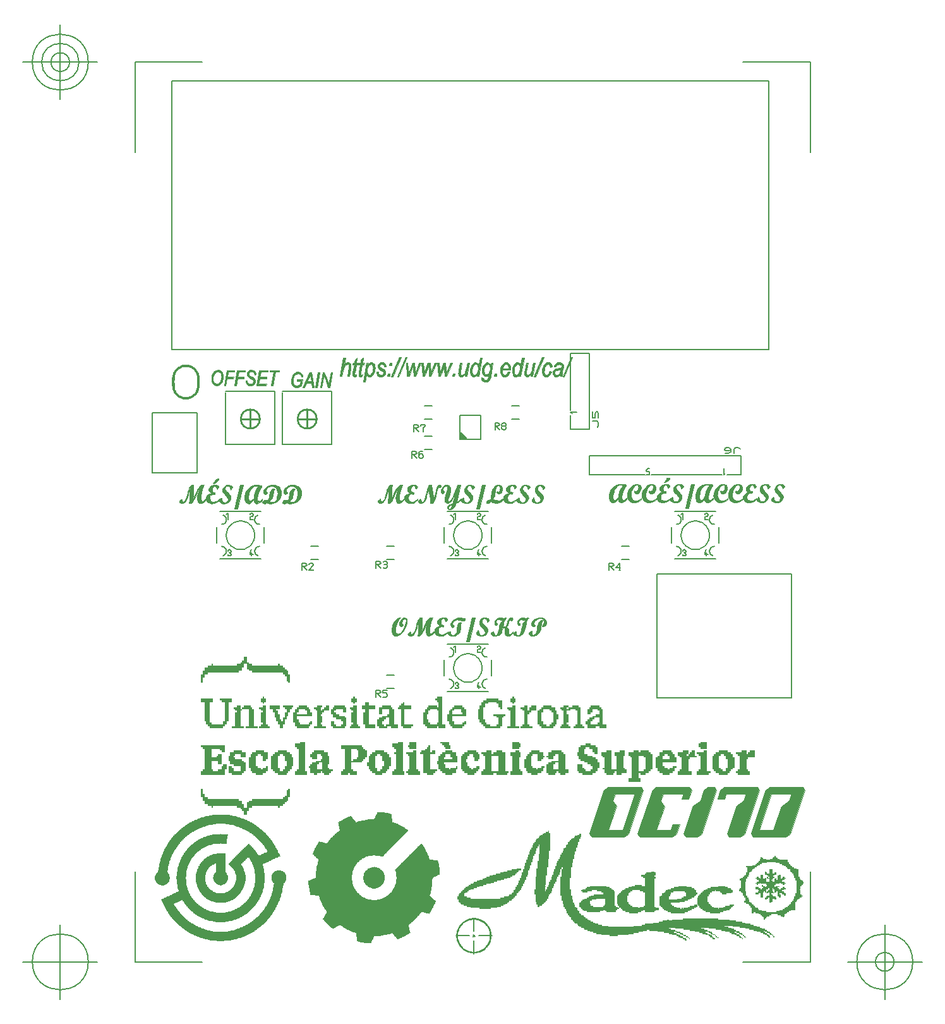
<source format=gbr>
G04 Generated by Ultiboard 14.0 *
%FSLAX33Y33*%
%MOMM*%

%ADD10C,0.001*%
%ADD11C,0.001*%
%ADD12C,0.203*%
%ADD13C,0.300*%
%ADD14C,0.250*%
%ADD15C,0.254*%
%ADD16C,0.127*%


G04 ColorRGB FFFF00 for the following layer *
%LNSilkscreen Top*%
%LPD*%
G54D10*
G54D11*
G36*
X7424Y43448D02*
X7424Y43448D01*
X7434Y43636D01*
X7294Y43092D01*
X7424Y43448D01*
D02*
G37*
X7434Y43636D01*
X7294Y43092D01*
X7424Y43448D01*
G36*
X7434Y43636D02*
X7434Y43636D01*
X7424Y43448D01*
X7466Y43552D01*
X7434Y43636D01*
D02*
G37*
X7424Y43448D01*
X7466Y43552D01*
X7434Y43636D01*
G36*
X7466Y43552D02*
X7466Y43552D01*
X7469Y43630D01*
X7434Y43636D01*
X7466Y43552D01*
D02*
G37*
X7469Y43630D01*
X7434Y43636D01*
X7466Y43552D01*
G36*
X7469Y43630D02*
X7469Y43630D01*
X7466Y43552D01*
X7481Y43610D01*
X7469Y43630D01*
D02*
G37*
X7466Y43552D01*
X7481Y43610D01*
X7469Y43630D01*
G36*
X7087Y42164D02*
X7087Y42164D01*
X7126Y43602D01*
X7057Y41805D01*
X7087Y42164D01*
D02*
G37*
X7126Y43602D01*
X7057Y41805D01*
X7087Y42164D01*
G36*
X7126Y43602D02*
X7126Y43602D01*
X7087Y42164D01*
X7174Y42628D01*
X7126Y43602D01*
D02*
G37*
X7087Y42164D01*
X7174Y42628D01*
X7126Y43602D01*
G36*
X7174Y42628D02*
X7174Y42628D01*
X7294Y43628D01*
X7126Y43602D01*
X7174Y42628D01*
D02*
G37*
X7294Y43628D01*
X7126Y43602D01*
X7174Y42628D01*
G36*
X7294Y43628D02*
X7294Y43628D01*
X7174Y42628D01*
X7294Y43092D01*
X7294Y43628D01*
D02*
G37*
X7174Y42628D01*
X7294Y43092D01*
X7294Y43628D01*
G36*
X7294Y43092D02*
X7294Y43092D01*
X7434Y43636D01*
X7294Y43628D01*
X7294Y43092D01*
D02*
G37*
X7434Y43636D01*
X7294Y43628D01*
X7294Y43092D01*
G36*
X6228Y41812D02*
X6228Y41812D01*
X6239Y42172D01*
X6113Y41574D01*
X6228Y41812D01*
D02*
G37*
X6239Y42172D01*
X6113Y41574D01*
X6228Y41812D01*
G36*
X6239Y42172D02*
X6239Y42172D01*
X6228Y41812D01*
X6388Y42196D01*
X6239Y42172D01*
D02*
G37*
X6228Y41812D01*
X6388Y42196D01*
X6239Y42172D01*
G36*
X6388Y42196D02*
X6388Y42196D01*
X6479Y42740D01*
X6239Y42172D01*
X6388Y42196D01*
D02*
G37*
X6479Y42740D01*
X6239Y42172D01*
X6388Y42196D01*
G36*
X6479Y42740D02*
X6479Y42740D01*
X6388Y42196D01*
X6557Y42602D01*
X6479Y42740D01*
D02*
G37*
X6388Y42196D01*
X6557Y42602D01*
X6479Y42740D01*
G36*
X6557Y42602D02*
X6557Y42602D01*
X6697Y43147D01*
X6479Y42740D01*
X6557Y42602D01*
D02*
G37*
X6697Y43147D01*
X6479Y42740D01*
X6557Y42602D01*
G36*
X6697Y43147D02*
X6697Y43147D01*
X6557Y42602D01*
X6700Y42907D01*
X6697Y43147D01*
D02*
G37*
X6557Y42602D01*
X6700Y42907D01*
X6697Y43147D01*
G36*
X6700Y42907D02*
X6700Y42907D01*
X6805Y43300D01*
X6697Y43147D01*
X6700Y42907D01*
D02*
G37*
X6805Y43300D01*
X6697Y43147D01*
X6700Y42907D01*
G36*
X6805Y43300D02*
X6805Y43300D01*
X6700Y42907D01*
X6850Y43151D01*
X6805Y43300D01*
D02*
G37*
X6700Y42907D01*
X6850Y43151D01*
X6805Y43300D01*
G36*
X6850Y43151D02*
X6850Y43151D01*
X6934Y43448D01*
X6805Y43300D01*
X6850Y43151D01*
D02*
G37*
X6934Y43448D01*
X6805Y43300D01*
X6850Y43151D01*
G36*
X6934Y43448D02*
X6934Y43448D01*
X6850Y43151D01*
X7036Y43374D01*
X6934Y43448D01*
D02*
G37*
X6850Y43151D01*
X7036Y43374D01*
X6934Y43448D01*
G36*
X7036Y43374D02*
X7036Y43374D01*
X7051Y43558D01*
X6934Y43448D01*
X7036Y43374D01*
D02*
G37*
X7051Y43558D01*
X6934Y43448D01*
X7036Y43374D01*
G36*
X7051Y43558D02*
X7051Y43558D01*
X7036Y43374D01*
X7057Y41805D01*
X7051Y43558D01*
D02*
G37*
X7036Y43374D01*
X7057Y41805D01*
X7051Y43558D01*
G36*
X7057Y41805D02*
X7057Y41805D01*
X7126Y43602D01*
X7051Y43558D01*
X7057Y41805D01*
D02*
G37*
X7126Y43602D01*
X7051Y43558D01*
X7057Y41805D01*
G36*
X7564Y41624D02*
X7564Y41624D01*
X7359Y41477D01*
X7490Y41372D01*
X7564Y41624D01*
D02*
G37*
X7359Y41477D01*
X7490Y41372D01*
X7564Y41624D01*
G36*
X7564Y41624D01*
X7490Y41372D01*
X7679Y41554D01*
X7564Y41624D01*
D02*
G37*
X7490Y41372D01*
X7679Y41554D01*
X7564Y41624D01*
G36*
X7564Y41624D01*
X7679Y41554D01*
X7679Y41752D01*
X7564Y41624D01*
D02*
G37*
X7679Y41554D01*
X7679Y41752D01*
X7564Y41624D01*
G36*
X7269Y41459D02*
X7269Y41459D01*
X7490Y41372D01*
X7359Y41477D01*
X7269Y41459D01*
D02*
G37*
X7490Y41372D01*
X7359Y41477D01*
X7269Y41459D01*
G36*
X7490Y41372D02*
X7490Y41372D01*
X7269Y41459D01*
X7219Y41464D01*
X7490Y41372D01*
D02*
G37*
X7269Y41459D01*
X7219Y41464D01*
X7490Y41372D01*
G36*
X7219Y41464D02*
X7219Y41464D01*
X7139Y41164D01*
X7490Y41372D01*
X7219Y41464D01*
D02*
G37*
X7139Y41164D01*
X7490Y41372D01*
X7219Y41464D01*
G36*
X7139Y41164D02*
X7139Y41164D01*
X7219Y41464D01*
X7140Y41508D01*
X7139Y41164D01*
D02*
G37*
X7219Y41464D01*
X7140Y41508D01*
X7139Y41164D01*
G36*
X7140Y41508D02*
X7140Y41508D01*
X7070Y41654D01*
X7139Y41164D01*
X7140Y41508D01*
D02*
G37*
X7070Y41654D01*
X7139Y41164D01*
X7140Y41508D01*
G36*
X6976Y41139D02*
X6976Y41139D01*
X7139Y41164D01*
X7070Y41654D01*
X6976Y41139D01*
D02*
G37*
X7139Y41164D01*
X7070Y41654D01*
X6976Y41139D01*
G36*
X6976Y41139D01*
X7070Y41654D01*
X7057Y41805D01*
X6976Y41139D01*
D02*
G37*
X7070Y41654D01*
X7057Y41805D01*
X6976Y41139D01*
G36*
X6976Y41139D01*
X7057Y41805D01*
X7036Y43374D01*
X6976Y41139D01*
D02*
G37*
X7057Y41805D01*
X7036Y43374D01*
X6976Y41139D01*
G36*
X6976Y41139D01*
X7036Y43374D01*
X6936Y43195D01*
X6976Y41139D01*
D02*
G37*
X7036Y43374D01*
X6936Y43195D01*
X6976Y41139D01*
G36*
X6976Y41139D01*
X6936Y43195D01*
X6885Y41150D01*
X6976Y41139D01*
D02*
G37*
X6936Y43195D01*
X6885Y41150D01*
X6976Y41139D01*
G36*
X6794Y42874D02*
X6794Y42874D01*
X6680Y42486D01*
X6682Y41325D01*
X6794Y42874D01*
D02*
G37*
X6680Y42486D01*
X6682Y41325D01*
X6794Y42874D01*
G36*
X6794Y42874D01*
X6682Y41325D01*
X6738Y41243D01*
X6794Y42874D01*
D02*
G37*
X6682Y41325D01*
X6738Y41243D01*
X6794Y42874D01*
G36*
X6794Y42874D01*
X6738Y41243D01*
X6885Y41150D01*
X6794Y42874D01*
D02*
G37*
X6738Y41243D01*
X6885Y41150D01*
X6794Y42874D01*
G36*
X6794Y42874D01*
X6885Y41150D01*
X6936Y43195D01*
X6794Y42874D01*
D02*
G37*
X6885Y41150D01*
X6936Y43195D01*
X6794Y42874D01*
G36*
X6588Y41674D02*
X6588Y41674D01*
X6606Y42109D01*
X6581Y41822D01*
X6588Y41674D01*
D02*
G37*
X6606Y42109D01*
X6581Y41822D01*
X6588Y41674D01*
G36*
X6606Y42109D02*
X6606Y42109D01*
X6588Y41674D01*
X6638Y41425D01*
X6606Y42109D01*
D02*
G37*
X6588Y41674D01*
X6638Y41425D01*
X6606Y42109D01*
G36*
X6638Y41425D02*
X6638Y41425D01*
X6680Y42486D01*
X6606Y42109D01*
X6638Y41425D01*
D02*
G37*
X6680Y42486D01*
X6606Y42109D01*
X6638Y41425D01*
G36*
X6680Y42486D02*
X6680Y42486D01*
X6638Y41425D01*
X6682Y41325D01*
X6680Y42486D01*
D02*
G37*
X6638Y41425D01*
X6682Y41325D01*
X6680Y42486D01*
G36*
X5671Y43234D02*
X5671Y43234D01*
X5721Y43541D01*
X5608Y43374D01*
X5671Y43234D01*
D02*
G37*
X5721Y43541D01*
X5608Y43374D01*
X5671Y43234D01*
G36*
X5721Y43541D02*
X5721Y43541D01*
X5671Y43234D01*
X5753Y43357D01*
X5721Y43541D01*
D02*
G37*
X5671Y43234D01*
X5753Y43357D01*
X5721Y43541D01*
G36*
X5753Y43357D02*
X5753Y43357D01*
X5780Y43606D01*
X5721Y43541D01*
X5753Y43357D01*
D02*
G37*
X5780Y43606D01*
X5721Y43541D01*
X5753Y43357D01*
G36*
X5780Y43606D02*
X5780Y43606D01*
X5753Y43357D01*
X5783Y41170D01*
X5780Y43606D01*
D02*
G37*
X5753Y43357D01*
X5783Y41170D01*
X5780Y43606D01*
G36*
X5783Y41170D02*
X5783Y41170D01*
X5825Y43619D01*
X5780Y43606D01*
X5783Y41170D01*
D02*
G37*
X5825Y43619D01*
X5780Y43606D01*
X5783Y41170D01*
G36*
X5825Y43619D02*
X5825Y43619D01*
X5783Y41170D01*
X5854Y41219D01*
X5825Y43619D01*
D02*
G37*
X5783Y41170D01*
X5854Y41219D01*
X5825Y43619D01*
G36*
X5854Y41219D02*
X5854Y41219D01*
X5899Y43630D01*
X5825Y43619D01*
X5854Y41219D01*
D02*
G37*
X5899Y43630D01*
X5825Y43619D01*
X5854Y41219D01*
G36*
X5899Y43630D02*
X5899Y43630D01*
X5854Y41219D01*
X5935Y41305D01*
X5899Y43630D01*
D02*
G37*
X5854Y41219D01*
X5935Y41305D01*
X5899Y43630D01*
G36*
X5935Y41305D02*
X5935Y41305D01*
X5987Y43637D01*
X5899Y43630D01*
X5935Y41305D01*
D02*
G37*
X5987Y43637D01*
X5899Y43630D01*
X5935Y41305D01*
G36*
X5987Y43637D02*
X5987Y43637D01*
X5935Y41305D01*
X5973Y41604D01*
X5987Y43637D01*
D02*
G37*
X5935Y41305D01*
X5973Y41604D01*
X5987Y43637D01*
G36*
X5973Y41604D02*
X5973Y41604D01*
X6017Y41803D01*
X5987Y43637D01*
X5973Y41604D01*
D02*
G37*
X6017Y41803D01*
X5987Y43637D01*
X5973Y41604D01*
G36*
X5287Y42008D02*
X5287Y42008D01*
X5333Y42665D01*
X5283Y42456D01*
X5287Y42008D01*
D02*
G37*
X5333Y42665D01*
X5283Y42456D01*
X5287Y42008D01*
G36*
X5333Y42665D02*
X5333Y42665D01*
X5287Y42008D01*
X5379Y42330D01*
X5333Y42665D01*
D02*
G37*
X5287Y42008D01*
X5379Y42330D01*
X5333Y42665D01*
G36*
X5379Y42330D02*
X5379Y42330D01*
X5393Y42894D01*
X5333Y42665D01*
X5379Y42330D01*
D02*
G37*
X5393Y42894D01*
X5333Y42665D01*
X5379Y42330D01*
G36*
X5393Y42894D02*
X5393Y42894D01*
X5379Y42330D01*
X5422Y42499D01*
X5393Y42894D01*
D02*
G37*
X5379Y42330D01*
X5422Y42499D01*
X5393Y42894D01*
G36*
X5422Y42499D02*
X5422Y42499D01*
X5452Y43071D01*
X5393Y42894D01*
X5422Y42499D01*
D02*
G37*
X5452Y43071D01*
X5393Y42894D01*
X5422Y42499D01*
G36*
X5452Y43071D02*
X5452Y43071D01*
X5422Y42499D01*
X5506Y42805D01*
X5452Y43071D01*
D02*
G37*
X5422Y42499D01*
X5506Y42805D01*
X5452Y43071D01*
G36*
X5506Y42805D02*
X5506Y42805D01*
X5521Y43223D01*
X5452Y43071D01*
X5506Y42805D01*
D02*
G37*
X5521Y43223D01*
X5452Y43071D01*
X5506Y42805D01*
G36*
X5521Y43223D02*
X5521Y43223D01*
X5506Y42805D01*
X5671Y43234D01*
X5521Y43223D01*
D02*
G37*
X5506Y42805D01*
X5671Y43234D01*
X5521Y43223D01*
G36*
X5671Y43234D02*
X5671Y43234D01*
X5608Y43374D01*
X5521Y43223D01*
X5671Y43234D01*
D02*
G37*
X5608Y43374D01*
X5521Y43223D01*
X5671Y43234D01*
G36*
X5215Y42196D02*
X5215Y42196D01*
X5068Y41785D01*
X5083Y41535D01*
X5215Y42196D01*
D02*
G37*
X5068Y41785D01*
X5083Y41535D01*
X5215Y42196D01*
G36*
X5215Y42196D01*
X5083Y41535D01*
X5287Y42008D01*
X5215Y42196D01*
D02*
G37*
X5083Y41535D01*
X5287Y42008D01*
X5215Y42196D01*
G36*
X5215Y42196D01*
X5287Y42008D01*
X5283Y42456D01*
X5215Y42196D01*
D02*
G37*
X5287Y42008D01*
X5283Y42456D01*
X5215Y42196D01*
G36*
X4858Y41277D02*
X4858Y41277D01*
X4911Y41517D01*
X4764Y41384D01*
X4858Y41277D01*
D02*
G37*
X4911Y41517D01*
X4764Y41384D01*
X4858Y41277D01*
G36*
X4911Y41517D02*
X4911Y41517D01*
X4858Y41277D01*
X4972Y41384D01*
X4911Y41517D01*
D02*
G37*
X4858Y41277D01*
X4972Y41384D01*
X4911Y41517D01*
G36*
X4972Y41384D02*
X4972Y41384D01*
X4989Y41634D01*
X4911Y41517D01*
X4972Y41384D01*
D02*
G37*
X4989Y41634D01*
X4911Y41517D01*
X4972Y41384D01*
G36*
X4989Y41634D02*
X4989Y41634D01*
X4972Y41384D01*
X5083Y41535D01*
X4989Y41634D01*
D02*
G37*
X4972Y41384D01*
X5083Y41535D01*
X4989Y41634D01*
G36*
X5083Y41535D02*
X5083Y41535D01*
X5068Y41785D01*
X4989Y41634D01*
X5083Y41535D01*
D02*
G37*
X5068Y41785D01*
X4989Y41634D01*
X5083Y41535D01*
G36*
X4696Y41368D02*
X4696Y41368D01*
X4858Y41277D01*
X4764Y41384D01*
X4696Y41368D01*
D02*
G37*
X4858Y41277D01*
X4764Y41384D01*
X4696Y41368D01*
G36*
X4858Y41277D02*
X4858Y41277D01*
X4696Y41368D01*
X4642Y41376D01*
X4858Y41277D01*
D02*
G37*
X4696Y41368D01*
X4642Y41376D01*
X4858Y41277D01*
G36*
X4642Y41376D02*
X4642Y41376D01*
X4633Y41154D01*
X4858Y41277D01*
X4642Y41376D01*
D02*
G37*
X4633Y41154D01*
X4858Y41277D01*
X4642Y41376D01*
G36*
X4633Y41154D02*
X4633Y41154D01*
X4642Y41376D01*
X4598Y41403D01*
X4633Y41154D01*
D02*
G37*
X4642Y41376D01*
X4598Y41403D01*
X4633Y41154D01*
G36*
X4598Y41403D02*
X4598Y41403D01*
X4564Y41458D01*
X4633Y41154D01*
X4598Y41403D01*
D02*
G37*
X4564Y41458D01*
X4633Y41154D01*
X4598Y41403D01*
G36*
X4540Y41554D02*
X4540Y41554D01*
X4523Y41648D01*
X4522Y41139D01*
X4540Y41554D01*
D02*
G37*
X4523Y41648D01*
X4522Y41139D01*
X4540Y41554D01*
G36*
X4540Y41554D01*
X4522Y41139D01*
X4633Y41154D01*
X4540Y41554D01*
D02*
G37*
X4522Y41139D01*
X4633Y41154D01*
X4540Y41554D01*
G36*
X4540Y41554D01*
X4633Y41154D01*
X4564Y41458D01*
X4540Y41554D01*
D02*
G37*
X4633Y41154D01*
X4564Y41458D01*
X4540Y41554D01*
G36*
X4522Y41139D02*
X4522Y41139D01*
X4523Y41648D01*
X4509Y41697D01*
X4522Y41139D01*
D02*
G37*
X4523Y41648D01*
X4509Y41697D01*
X4522Y41139D01*
G36*
X4522Y41139D01*
X4509Y41697D01*
X4491Y41716D01*
X4522Y41139D01*
D02*
G37*
X4509Y41697D01*
X4491Y41716D01*
X4522Y41139D01*
G36*
X4522Y41139D01*
X4491Y41716D01*
X4459Y41722D01*
X4522Y41139D01*
D02*
G37*
X4491Y41716D01*
X4459Y41722D01*
X4522Y41139D01*
G36*
X4522Y41139D01*
X4459Y41722D01*
X4404Y41696D01*
X4522Y41139D01*
D02*
G37*
X4459Y41722D01*
X4404Y41696D01*
X4522Y41139D01*
G36*
X4522Y41139D01*
X4404Y41696D01*
X4394Y41160D01*
X4522Y41139D01*
D02*
G37*
X4404Y41696D01*
X4394Y41160D01*
X4522Y41139D01*
G36*
X4303Y41616D02*
X4303Y41616D01*
X4210Y41514D01*
X4237Y41269D01*
X4303Y41616D01*
D02*
G37*
X4210Y41514D01*
X4237Y41269D01*
X4303Y41616D01*
G36*
X4303Y41616D01*
X4237Y41269D01*
X4282Y41225D01*
X4303Y41616D01*
D02*
G37*
X4237Y41269D01*
X4282Y41225D01*
X4303Y41616D01*
G36*
X4303Y41616D01*
X4282Y41225D01*
X4394Y41160D01*
X4303Y41616D01*
D02*
G37*
X4282Y41225D01*
X4394Y41160D01*
X4303Y41616D01*
G36*
X4303Y41616D01*
X4394Y41160D01*
X4404Y41696D01*
X4303Y41616D01*
D02*
G37*
X4394Y41160D01*
X4404Y41696D01*
X4303Y41616D01*
G36*
X4210Y41514D02*
X4210Y41514D01*
X4178Y41423D01*
X4185Y41368D01*
X4210Y41514D01*
D02*
G37*
X4178Y41423D01*
X4185Y41368D01*
X4210Y41514D01*
G36*
X4210Y41514D01*
X4185Y41368D01*
X4237Y41269D01*
X4210Y41514D01*
D02*
G37*
X4185Y41368D01*
X4237Y41269D01*
X4210Y41514D01*
G36*
X6074Y43281D02*
X6074Y43281D01*
X6075Y43640D01*
X6066Y43038D01*
X6074Y43281D01*
D02*
G37*
X6075Y43640D01*
X6066Y43038D01*
X6074Y43281D01*
G36*
X6075Y43640D02*
X6075Y43640D01*
X6074Y43281D01*
X6099Y43522D01*
X6075Y43640D01*
D02*
G37*
X6074Y43281D01*
X6099Y43522D01*
X6075Y43640D01*
G36*
X6099Y43522D02*
X6099Y43522D01*
X6101Y43630D01*
X6075Y43640D01*
X6099Y43522D01*
D02*
G37*
X6101Y43630D01*
X6075Y43640D01*
X6099Y43522D01*
G36*
X6101Y43630D02*
X6101Y43630D01*
X6099Y43522D01*
X6107Y43571D01*
X6101Y43630D01*
D02*
G37*
X6099Y43522D01*
X6107Y43571D01*
X6101Y43630D01*
G36*
X6107Y43571D02*
X6107Y43571D01*
X6109Y43600D01*
X6101Y43630D01*
X6107Y43571D01*
D02*
G37*
X6109Y43600D01*
X6101Y43630D01*
X6107Y43571D01*
G36*
X6066Y43038D02*
X6066Y43038D01*
X6075Y43640D01*
X6017Y41803D01*
X6066Y43038D01*
D02*
G37*
X6075Y43640D01*
X6017Y41803D01*
X6066Y43038D01*
G36*
X6066Y43038D01*
X6017Y41803D01*
X6065Y42290D01*
X6066Y43038D01*
D02*
G37*
X6017Y41803D01*
X6065Y42290D01*
X6066Y43038D01*
G36*
X6066Y43038D01*
X6065Y42290D01*
X6070Y42577D01*
X6066Y43038D01*
D02*
G37*
X6065Y42290D01*
X6070Y42577D01*
X6066Y43038D01*
G36*
X5692Y41146D02*
X5692Y41146D01*
X5783Y41170D01*
X5753Y43357D01*
X5692Y41146D01*
D02*
G37*
X5783Y41170D01*
X5753Y43357D01*
X5692Y41146D01*
G36*
X5692Y41146D01*
X5753Y43357D01*
X5686Y43149D01*
X5692Y41146D01*
D02*
G37*
X5753Y43357D01*
X5686Y43149D01*
X5692Y41146D01*
G36*
X5692Y41146D01*
X5686Y43149D01*
X5605Y42673D01*
X5692Y41146D01*
D02*
G37*
X5686Y43149D01*
X5605Y42673D01*
X5692Y41146D01*
G36*
X5692Y41146D01*
X5605Y42673D01*
X5591Y42405D01*
X5692Y41146D01*
D02*
G37*
X5605Y42673D01*
X5591Y42405D01*
X5692Y41146D01*
G36*
X5692Y41146D01*
X5591Y42405D01*
X5577Y41931D01*
X5692Y41146D01*
D02*
G37*
X5591Y42405D01*
X5577Y41931D01*
X5692Y41146D01*
G36*
X5692Y41146D01*
X5577Y41931D01*
X5557Y41618D01*
X5692Y41146D01*
D02*
G37*
X5577Y41931D01*
X5557Y41618D01*
X5692Y41146D01*
G36*
X5692Y41146D01*
X5557Y41618D01*
X5551Y41139D01*
X5692Y41146D01*
D02*
G37*
X5557Y41618D01*
X5551Y41139D01*
X5692Y41146D01*
G36*
X5533Y41418D02*
X5533Y41418D01*
X5551Y41139D01*
X5557Y41618D01*
X5533Y41418D01*
D02*
G37*
X5551Y41139D01*
X5557Y41618D01*
X5533Y41418D01*
G36*
X5551Y41139D02*
X5551Y41139D01*
X5533Y41418D01*
X5510Y41281D01*
X5551Y41139D01*
D02*
G37*
X5533Y41418D01*
X5510Y41281D01*
X5551Y41139D01*
G36*
X5510Y41281D02*
X5510Y41281D01*
X5504Y41147D01*
X5551Y41139D01*
X5510Y41281D01*
D02*
G37*
X5504Y41147D01*
X5551Y41139D01*
X5510Y41281D01*
G36*
X5504Y41147D02*
X5504Y41147D01*
X5510Y41281D01*
X5493Y41202D01*
X5504Y41147D01*
D02*
G37*
X5510Y41281D01*
X5493Y41202D01*
X5504Y41147D01*
G36*
X5493Y41202D02*
X5493Y41202D01*
X5488Y41173D01*
X5504Y41147D01*
X5493Y41202D01*
D02*
G37*
X5488Y41173D01*
X5504Y41147D01*
X5493Y41202D01*
G36*
X6085Y41801D02*
X6085Y41801D01*
X5973Y41604D01*
X6022Y41424D01*
X6085Y41801D01*
D02*
G37*
X5973Y41604D01*
X6022Y41424D01*
X6085Y41801D01*
G36*
X6085Y41801D01*
X6022Y41424D01*
X6113Y41574D01*
X6085Y41801D01*
D02*
G37*
X6022Y41424D01*
X6113Y41574D01*
X6085Y41801D01*
G36*
X6085Y41801D01*
X6113Y41574D01*
X6239Y42172D01*
X6085Y41801D01*
D02*
G37*
X6113Y41574D01*
X6239Y42172D01*
X6085Y41801D01*
G36*
X6022Y41424D02*
X6022Y41424D01*
X5973Y41604D01*
X5935Y41305D01*
X6022Y41424D01*
D02*
G37*
X5973Y41604D01*
X5935Y41305D01*
X6022Y41424D01*
G36*
X5987Y43637D02*
X5987Y43637D01*
X6017Y41803D01*
X6075Y43640D01*
X5987Y43637D01*
D02*
G37*
X6017Y41803D01*
X6075Y43640D01*
X5987Y43637D01*
G36*
X9262Y43075D02*
X9262Y43075D01*
X9292Y43571D01*
X9222Y43107D01*
X9262Y43075D01*
D02*
G37*
X9292Y43571D01*
X9222Y43107D01*
X9262Y43075D01*
G36*
X9292Y43571D02*
X9292Y43571D01*
X9262Y43075D01*
X9313Y43102D01*
X9292Y43571D01*
D02*
G37*
X9262Y43075D01*
X9313Y43102D01*
X9292Y43571D01*
G36*
X9313Y43102D02*
X9313Y43102D01*
X9358Y43527D01*
X9292Y43571D01*
X9313Y43102D01*
D02*
G37*
X9358Y43527D01*
X9292Y43571D01*
X9313Y43102D01*
G36*
X9358Y43527D02*
X9358Y43527D01*
X9313Y43102D01*
X9387Y43183D01*
X9358Y43527D01*
D02*
G37*
X9313Y43102D01*
X9387Y43183D01*
X9358Y43527D01*
G36*
X9387Y43183D02*
X9387Y43183D01*
X9445Y43431D01*
X9358Y43527D01*
X9387Y43183D01*
D02*
G37*
X9445Y43431D01*
X9358Y43527D01*
X9387Y43183D01*
G36*
X9445Y43431D02*
X9445Y43431D01*
X9387Y43183D01*
X9452Y43277D01*
X9445Y43431D01*
D02*
G37*
X9387Y43183D01*
X9452Y43277D01*
X9445Y43431D01*
G36*
X9452Y43277D02*
X9452Y43277D01*
X9474Y43343D01*
X9445Y43431D01*
X9452Y43277D01*
D02*
G37*
X9474Y43343D01*
X9445Y43431D01*
X9452Y43277D01*
G36*
X8959Y43498D02*
X8959Y43498D01*
X8986Y43628D01*
X8887Y43488D01*
X8959Y43498D01*
D02*
G37*
X8986Y43628D01*
X8887Y43488D01*
X8959Y43498D01*
G36*
X8986Y43628D02*
X8986Y43628D01*
X8959Y43498D01*
X9044Y43480D01*
X8986Y43628D01*
D02*
G37*
X8959Y43498D01*
X9044Y43480D01*
X8986Y43628D01*
G36*
X9044Y43480D02*
X9044Y43480D01*
X9106Y43621D01*
X8986Y43628D01*
X9044Y43480D01*
D02*
G37*
X9106Y43621D01*
X8986Y43628D01*
X9044Y43480D01*
G36*
X9106Y43621D02*
X9106Y43621D01*
X9044Y43480D01*
X9162Y43334D01*
X9106Y43621D01*
D02*
G37*
X9044Y43480D01*
X9162Y43334D01*
X9106Y43621D01*
G36*
X9162Y43334D02*
X9162Y43334D01*
X9292Y43571D01*
X9106Y43621D01*
X9162Y43334D01*
D02*
G37*
X9292Y43571D01*
X9106Y43621D01*
X9162Y43334D01*
G36*
X9292Y43571D02*
X9292Y43571D01*
X9162Y43334D01*
X9195Y43206D01*
X9292Y43571D01*
D02*
G37*
X9162Y43334D01*
X9195Y43206D01*
X9292Y43571D01*
G36*
X9195Y43206D02*
X9195Y43206D01*
X9222Y43107D01*
X9292Y43571D01*
X9195Y43206D01*
D02*
G37*
X9222Y43107D01*
X9292Y43571D01*
X9195Y43206D01*
G36*
X8814Y43616D02*
X8814Y43616D01*
X8509Y43520D01*
X8641Y43250D01*
X8814Y43616D01*
D02*
G37*
X8509Y43520D01*
X8641Y43250D01*
X8814Y43616D01*
G36*
X8814Y43616D01*
X8641Y43250D01*
X8693Y43335D01*
X8814Y43616D01*
D02*
G37*
X8641Y43250D01*
X8693Y43335D01*
X8814Y43616D01*
G36*
X8814Y43616D01*
X8693Y43335D01*
X8754Y43406D01*
X8814Y43616D01*
D02*
G37*
X8693Y43335D01*
X8754Y43406D01*
X8814Y43616D01*
G36*
X8814Y43616D01*
X8754Y43406D01*
X8887Y43488D01*
X8814Y43616D01*
D02*
G37*
X8754Y43406D01*
X8887Y43488D01*
X8814Y43616D01*
G36*
X8814Y43616D01*
X8887Y43488D01*
X8986Y43628D01*
X8814Y43616D01*
D02*
G37*
X8887Y43488D01*
X8986Y43628D01*
X8814Y43616D01*
G36*
X8509Y43520D02*
X8509Y43520D01*
X8376Y43435D01*
X8490Y42510D01*
X8509Y43520D01*
D02*
G37*
X8376Y43435D01*
X8490Y42510D01*
X8509Y43520D01*
G36*
X8509Y43520D01*
X8490Y42510D01*
X8595Y42385D01*
X8509Y43520D01*
D02*
G37*
X8490Y42510D01*
X8595Y42385D01*
X8509Y43520D01*
G36*
X8509Y43520D01*
X8595Y42385D01*
X8574Y42964D01*
X8509Y43520D01*
D02*
G37*
X8595Y42385D01*
X8574Y42964D01*
X8509Y43520D01*
G36*
X8509Y43520D01*
X8574Y42964D01*
X8582Y43065D01*
X8509Y43520D01*
D02*
G37*
X8574Y42964D01*
X8582Y43065D01*
X8509Y43520D01*
G36*
X8509Y43520D01*
X8582Y43065D01*
X8641Y43250D01*
X8509Y43520D01*
D02*
G37*
X8582Y43065D01*
X8641Y43250D01*
X8509Y43520D01*
G36*
X8898Y42375D02*
X8898Y42375D01*
X8898Y42634D01*
X8871Y42378D01*
X8898Y42375D01*
D02*
G37*
X8898Y42634D01*
X8871Y42378D01*
X8898Y42375D01*
G36*
X8898Y42634D02*
X8898Y42634D01*
X8898Y42375D01*
X8934Y42395D01*
X8898Y42634D01*
D02*
G37*
X8898Y42375D01*
X8934Y42395D01*
X8898Y42634D01*
G36*
X8934Y42395D02*
X8934Y42395D01*
X8943Y42632D01*
X8898Y42634D01*
X8934Y42395D01*
D02*
G37*
X8943Y42632D01*
X8898Y42634D01*
X8934Y42395D01*
G36*
X8943Y42632D02*
X8943Y42632D01*
X8934Y42395D01*
X8964Y42454D01*
X8943Y42632D01*
D02*
G37*
X8934Y42395D01*
X8964Y42454D01*
X8943Y42632D01*
G36*
X8964Y42454D02*
X8964Y42454D01*
X8971Y42628D01*
X8943Y42632D01*
X8964Y42454D01*
D02*
G37*
X8971Y42628D01*
X8943Y42632D01*
X8964Y42454D01*
G36*
X8971Y42628D02*
X8971Y42628D01*
X8964Y42454D01*
X8983Y42529D01*
X8971Y42628D01*
D02*
G37*
X8964Y42454D01*
X8983Y42529D01*
X8971Y42628D01*
G36*
X8983Y42529D02*
X8983Y42529D01*
X8985Y42617D01*
X8971Y42628D01*
X8983Y42529D01*
D02*
G37*
X8985Y42617D01*
X8971Y42628D01*
X8983Y42529D01*
G36*
X8985Y42617D02*
X8985Y42617D01*
X8983Y42529D01*
X8990Y42597D01*
X8985Y42617D01*
D02*
G37*
X8983Y42529D01*
X8990Y42597D01*
X8985Y42617D01*
G36*
X8822Y42639D02*
X8822Y42639D01*
X8701Y42680D01*
X8743Y42392D01*
X8822Y42639D01*
D02*
G37*
X8701Y42680D01*
X8743Y42392D01*
X8822Y42639D01*
G36*
X8822Y42639D01*
X8743Y42392D01*
X8812Y42385D01*
X8822Y42639D01*
D02*
G37*
X8743Y42392D01*
X8812Y42385D01*
X8822Y42639D01*
G36*
X8822Y42639D01*
X8812Y42385D01*
X8871Y42378D01*
X8822Y42639D01*
D02*
G37*
X8812Y42385D01*
X8871Y42378D01*
X8822Y42639D01*
G36*
X8822Y42639D01*
X8871Y42378D01*
X8898Y42634D01*
X8822Y42639D01*
D02*
G37*
X8871Y42378D01*
X8898Y42634D01*
X8822Y42639D01*
G36*
X8701Y42680D02*
X8701Y42680D01*
X8683Y42394D01*
X8743Y42392D01*
X8701Y42680D01*
D02*
G37*
X8683Y42394D01*
X8743Y42392D01*
X8701Y42680D01*
G36*
X8683Y42394D02*
X8683Y42394D01*
X8701Y42680D01*
X8620Y42763D01*
X8683Y42394D01*
D02*
G37*
X8701Y42680D01*
X8620Y42763D01*
X8683Y42394D01*
G36*
X8620Y42763D02*
X8620Y42763D01*
X8595Y42385D01*
X8683Y42394D01*
X8620Y42763D01*
D02*
G37*
X8595Y42385D01*
X8683Y42394D01*
X8620Y42763D01*
G36*
X8595Y42385D02*
X8595Y42385D01*
X8620Y42763D01*
X8579Y42887D01*
X8595Y42385D01*
D02*
G37*
X8620Y42763D01*
X8579Y42887D01*
X8595Y42385D01*
G36*
X8579Y42887D02*
X8579Y42887D01*
X8574Y42964D01*
X8595Y42385D01*
X8579Y42887D01*
D02*
G37*
X8574Y42964D01*
X8595Y42385D01*
X8579Y42887D01*
G36*
X8490Y42510D02*
X8490Y42510D01*
X8312Y42464D01*
X8312Y42166D01*
X8490Y42510D01*
D02*
G37*
X8312Y42464D01*
X8312Y42166D01*
X8490Y42510D01*
G36*
X8490Y42510D01*
X8312Y42166D01*
X8369Y42244D01*
X8490Y42510D01*
D02*
G37*
X8312Y42166D01*
X8369Y42244D01*
X8490Y42510D01*
G36*
X8490Y42510D01*
X8369Y42244D01*
X8438Y42310D01*
X8490Y42510D01*
D02*
G37*
X8369Y42244D01*
X8438Y42310D01*
X8490Y42510D01*
G36*
X8490Y42510D01*
X8438Y42310D01*
X8595Y42385D01*
X8490Y42510D01*
D02*
G37*
X8438Y42310D01*
X8595Y42385D01*
X8490Y42510D01*
G36*
X7755Y41649D02*
X7755Y41649D01*
X7844Y42139D01*
X7752Y41914D01*
X7755Y41649D01*
D02*
G37*
X7844Y42139D01*
X7752Y41914D01*
X7755Y41649D01*
G36*
X7844Y42139D02*
X7844Y42139D01*
X7755Y41649D01*
X7867Y41412D01*
X7844Y42139D01*
D02*
G37*
X7755Y41649D01*
X7867Y41412D01*
X7844Y42139D01*
G36*
X7867Y41412D02*
X7867Y41412D01*
X7925Y42240D01*
X7844Y42139D01*
X7867Y41412D01*
D02*
G37*
X7925Y42240D01*
X7844Y42139D01*
X7867Y41412D01*
G36*
X7925Y42240D02*
X7925Y42240D01*
X7867Y41412D01*
X7965Y41314D01*
X7925Y42240D01*
D02*
G37*
X7867Y41412D01*
X7965Y41314D01*
X7925Y42240D01*
G36*
X7965Y41314D02*
X7965Y41314D01*
X8029Y42330D01*
X7925Y42240D01*
X7965Y41314D01*
D02*
G37*
X8029Y42330D01*
X7925Y42240D01*
X7965Y41314D01*
G36*
X8029Y42330D02*
X8029Y42330D01*
X7965Y41314D01*
X8087Y41235D01*
X8029Y42330D01*
D02*
G37*
X7965Y41314D01*
X8087Y41235D01*
X8029Y42330D01*
G36*
X8087Y41235D02*
X8087Y41235D01*
X8312Y42464D01*
X8029Y42330D01*
X8087Y41235D01*
D02*
G37*
X8312Y42464D01*
X8029Y42330D01*
X8087Y41235D01*
G36*
X8312Y42464D02*
X8312Y42464D01*
X8087Y41235D01*
X8247Y41985D01*
X8312Y42464D01*
D02*
G37*
X8087Y41235D01*
X8247Y41985D01*
X8312Y42464D01*
G36*
X8247Y41985D02*
X8247Y41985D01*
X8312Y42166D01*
X8312Y42464D01*
X8247Y41985D01*
D02*
G37*
X8312Y42166D01*
X8312Y42464D01*
X8247Y41985D01*
G36*
X8325Y41583D02*
X8325Y41583D01*
X8386Y41145D01*
X8392Y41503D01*
X8325Y41583D01*
D02*
G37*
X8386Y41145D01*
X8392Y41503D01*
X8325Y41583D01*
G36*
X8386Y41145D02*
X8386Y41145D01*
X8325Y41583D01*
X8248Y41773D01*
X8386Y41145D01*
D02*
G37*
X8325Y41583D01*
X8248Y41773D01*
X8386Y41145D01*
G36*
X8248Y41773D02*
X8248Y41773D01*
X8087Y41235D01*
X8386Y41145D01*
X8248Y41773D01*
D02*
G37*
X8087Y41235D01*
X8386Y41145D01*
X8248Y41773D01*
G36*
X8087Y41235D02*
X8087Y41235D01*
X8248Y41773D01*
X8239Y41883D01*
X8087Y41235D01*
D02*
G37*
X8248Y41773D01*
X8239Y41883D01*
X8087Y41235D01*
G36*
X8239Y41883D02*
X8239Y41883D01*
X8247Y41985D01*
X8087Y41235D01*
X8239Y41883D01*
D02*
G37*
X8247Y41985D01*
X8087Y41235D01*
X8239Y41883D01*
G36*
X8129Y42900D02*
X8129Y42900D01*
X8139Y43107D01*
X8123Y42980D01*
X8129Y42900D01*
D02*
G37*
X8139Y43107D01*
X8123Y42980D01*
X8129Y42900D01*
G36*
X8139Y43107D02*
X8139Y43107D01*
X8129Y42900D01*
X8175Y42759D01*
X8139Y43107D01*
D02*
G37*
X8129Y42900D01*
X8175Y42759D01*
X8139Y43107D01*
G36*
X8175Y42759D02*
X8175Y42759D01*
X8266Y43335D01*
X8139Y43107D01*
X8175Y42759D01*
D02*
G37*
X8266Y43335D01*
X8139Y43107D01*
X8175Y42759D01*
G36*
X8266Y43335D02*
X8266Y43335D01*
X8175Y42759D01*
X8329Y42591D01*
X8266Y43335D01*
D02*
G37*
X8175Y42759D01*
X8329Y42591D01*
X8266Y43335D01*
G36*
X8329Y42591D02*
X8329Y42591D01*
X8376Y43435D01*
X8266Y43335D01*
X8329Y42591D01*
D02*
G37*
X8376Y43435D01*
X8266Y43335D01*
X8329Y42591D01*
G36*
X8376Y43435D02*
X8376Y43435D01*
X8329Y42591D01*
X8490Y42510D01*
X8376Y43435D01*
D02*
G37*
X8329Y42591D01*
X8490Y42510D01*
X8376Y43435D01*
G36*
X8955Y41191D02*
X8955Y41191D01*
X9069Y41410D01*
X8876Y41359D01*
X8955Y41191D01*
D02*
G37*
X9069Y41410D01*
X8876Y41359D01*
X8955Y41191D01*
G36*
X9069Y41410D02*
X9069Y41410D01*
X8955Y41191D01*
X9071Y41235D01*
X9069Y41410D01*
D02*
G37*
X8955Y41191D01*
X9071Y41235D01*
X9069Y41410D01*
G36*
X9071Y41235D02*
X9071Y41235D01*
X9165Y41456D01*
X9069Y41410D01*
X9071Y41235D01*
D02*
G37*
X9165Y41456D01*
X9069Y41410D01*
X9071Y41235D01*
G36*
X9165Y41456D02*
X9165Y41456D01*
X9071Y41235D01*
X9294Y41366D01*
X9165Y41456D01*
D02*
G37*
X9071Y41235D01*
X9294Y41366D01*
X9165Y41456D01*
G36*
X9294Y41366D02*
X9294Y41366D01*
X9350Y41582D01*
X9165Y41456D01*
X9294Y41366D01*
D02*
G37*
X9350Y41582D01*
X9165Y41456D01*
X9294Y41366D01*
G36*
X9350Y41582D02*
X9350Y41582D01*
X9294Y41366D01*
X9517Y41555D01*
X9350Y41582D01*
D02*
G37*
X9294Y41366D01*
X9517Y41555D01*
X9350Y41582D01*
G36*
X9517Y41555D02*
X9517Y41555D01*
X9517Y41753D01*
X9350Y41582D01*
X9517Y41555D01*
D02*
G37*
X9517Y41753D01*
X9350Y41582D01*
X9517Y41555D01*
G36*
X8564Y41133D02*
X8564Y41133D01*
X8667Y41361D01*
X8474Y41437D01*
X8564Y41133D01*
D02*
G37*
X8667Y41361D01*
X8474Y41437D01*
X8564Y41133D01*
G36*
X8667Y41361D02*
X8667Y41361D01*
X8564Y41133D01*
X8702Y41140D01*
X8667Y41361D01*
D02*
G37*
X8564Y41133D01*
X8702Y41140D01*
X8667Y41361D01*
G36*
X8702Y41140D02*
X8702Y41140D01*
X8779Y41352D01*
X8667Y41361D01*
X8702Y41140D01*
D02*
G37*
X8779Y41352D01*
X8667Y41361D01*
X8702Y41140D01*
G36*
X8779Y41352D02*
X8779Y41352D01*
X8702Y41140D01*
X8955Y41191D01*
X8779Y41352D01*
D02*
G37*
X8702Y41140D01*
X8955Y41191D01*
X8779Y41352D01*
G36*
X8955Y41191D02*
X8955Y41191D01*
X8876Y41359D01*
X8779Y41352D01*
X8955Y41191D01*
D02*
G37*
X8876Y41359D01*
X8779Y41352D01*
X8955Y41191D01*
G36*
X8392Y41503D02*
X8392Y41503D01*
X8386Y41145D01*
X8564Y41133D01*
X8392Y41503D01*
D02*
G37*
X8386Y41145D01*
X8564Y41133D01*
X8392Y41503D01*
G36*
X8392Y41503D01*
X8564Y41133D01*
X8474Y41437D01*
X8392Y41503D01*
D02*
G37*
X8564Y41133D01*
X8474Y41437D01*
X8392Y41503D01*
G36*
X9479Y44458D02*
X9479Y44458D01*
X9083Y44416D01*
X9101Y43978D01*
X9479Y44458D01*
D02*
G37*
X9083Y44416D01*
X9101Y43978D01*
X9479Y44458D01*
G36*
X9479Y44458D01*
X9101Y43978D01*
X9287Y44127D01*
X9479Y44458D01*
D02*
G37*
X9101Y43978D01*
X9287Y44127D01*
X9479Y44458D01*
G36*
X9479Y44458D01*
X9287Y44127D01*
X9353Y44201D01*
X9479Y44458D01*
D02*
G37*
X9287Y44127D01*
X9353Y44201D01*
X9479Y44458D01*
G36*
X9479Y44458D01*
X9353Y44201D01*
X9449Y44367D01*
X9479Y44458D01*
D02*
G37*
X9353Y44201D01*
X9449Y44367D01*
X9479Y44458D01*
G36*
X8836Y43815D02*
X8836Y43815D01*
X8849Y43999D01*
X8731Y43851D01*
X8836Y43815D01*
D02*
G37*
X8849Y43999D01*
X8731Y43851D01*
X8836Y43815D01*
G36*
X8849Y43999D02*
X8849Y43999D01*
X8836Y43815D01*
X9101Y43978D01*
X8849Y43999D01*
D02*
G37*
X8836Y43815D01*
X9101Y43978D01*
X8849Y43999D01*
G36*
X9101Y43978D02*
X9101Y43978D01*
X9025Y44281D01*
X8849Y43999D01*
X9101Y43978D01*
D02*
G37*
X9025Y44281D01*
X8849Y43999D01*
X9101Y43978D01*
G36*
X9025Y44281D02*
X9025Y44281D01*
X9101Y43978D01*
X9083Y44416D01*
X9025Y44281D01*
D02*
G37*
X9101Y43978D01*
X9083Y44416D01*
X9025Y44281D01*
G36*
X7755Y41649D02*
X7755Y41649D01*
X7752Y41914D01*
X7741Y41790D01*
X7755Y41649D01*
D02*
G37*
X7752Y41914D01*
X7741Y41790D01*
X7755Y41649D01*
G36*
X11259Y43201D02*
X11259Y43201D01*
X11315Y43318D01*
X11304Y43359D01*
X11259Y43201D01*
D02*
G37*
X11315Y43318D01*
X11304Y43359D01*
X11259Y43201D01*
G36*
X11259Y43201D01*
X11304Y43359D01*
X11221Y43456D01*
X11259Y43201D01*
D02*
G37*
X11304Y43359D01*
X11221Y43456D01*
X11259Y43201D01*
G36*
X11259Y43201D01*
X11221Y43456D01*
X11147Y43511D01*
X11259Y43201D01*
D02*
G37*
X11221Y43456D01*
X11147Y43511D01*
X11259Y43201D01*
G36*
X11259Y43201D01*
X11147Y43511D01*
X11093Y42987D01*
X11259Y43201D01*
D02*
G37*
X11147Y43511D01*
X11093Y42987D01*
X11259Y43201D01*
G36*
X11034Y43019D02*
X11034Y43019D01*
X11058Y43562D01*
X11019Y43088D01*
X11034Y43019D01*
D02*
G37*
X11058Y43562D01*
X11019Y43088D01*
X11034Y43019D01*
G36*
X11058Y43562D02*
X11058Y43562D01*
X11034Y43019D01*
X11062Y42987D01*
X11058Y43562D01*
D02*
G37*
X11034Y43019D01*
X11062Y42987D01*
X11058Y43562D01*
G36*
X11062Y42987D02*
X11062Y42987D01*
X11147Y43511D01*
X11058Y43562D01*
X11062Y42987D01*
D02*
G37*
X11147Y43511D01*
X11058Y43562D01*
X11062Y42987D01*
G36*
X11147Y43511D02*
X11147Y43511D01*
X11062Y42987D01*
X11093Y42987D01*
X11147Y43511D01*
D02*
G37*
X11062Y42987D01*
X11093Y42987D01*
X11147Y43511D01*
G36*
X11058Y43562D02*
X11058Y43562D01*
X10847Y43620D01*
X10896Y43379D01*
X11058Y43562D01*
D02*
G37*
X10847Y43620D01*
X10896Y43379D01*
X11058Y43562D01*
G36*
X11058Y43562D01*
X10896Y43379D01*
X10943Y43318D01*
X11058Y43562D01*
D02*
G37*
X10896Y43379D01*
X10943Y43318D01*
X11058Y43562D01*
G36*
X11058Y43562D01*
X10943Y43318D01*
X11004Y43173D01*
X11058Y43562D01*
D02*
G37*
X10943Y43318D01*
X11004Y43173D01*
X11058Y43562D01*
G36*
X11058Y43562D01*
X11004Y43173D01*
X11019Y43088D01*
X11058Y43562D01*
D02*
G37*
X11004Y43173D01*
X11019Y43088D01*
X11058Y43562D01*
G36*
X10718Y43484D02*
X10718Y43484D01*
X10726Y43628D01*
X10648Y43491D01*
X10718Y43484D01*
D02*
G37*
X10726Y43628D01*
X10648Y43491D01*
X10718Y43484D01*
G36*
X10726Y43628D02*
X10726Y43628D01*
X10718Y43484D01*
X10842Y43428D01*
X10726Y43628D01*
D02*
G37*
X10718Y43484D01*
X10842Y43428D01*
X10726Y43628D01*
G36*
X10842Y43428D02*
X10842Y43428D01*
X10847Y43620D01*
X10726Y43628D01*
X10842Y43428D01*
D02*
G37*
X10847Y43620D01*
X10726Y43628D01*
X10842Y43428D01*
G36*
X10847Y43620D02*
X10847Y43620D01*
X10842Y43428D01*
X10896Y43379D01*
X10847Y43620D01*
D02*
G37*
X10842Y43428D01*
X10896Y43379D01*
X10847Y43620D01*
G36*
X10466Y43436D02*
X10466Y43436D01*
X10567Y43614D01*
X10414Y43393D01*
X10466Y43436D01*
D02*
G37*
X10567Y43614D01*
X10414Y43393D01*
X10466Y43436D01*
G36*
X10567Y43614D02*
X10567Y43614D01*
X10466Y43436D01*
X10583Y43485D01*
X10567Y43614D01*
D02*
G37*
X10466Y43436D01*
X10583Y43485D01*
X10567Y43614D01*
G36*
X10583Y43485D02*
X10583Y43485D01*
X10726Y43628D01*
X10567Y43614D01*
X10583Y43485D01*
D02*
G37*
X10726Y43628D01*
X10567Y43614D01*
X10583Y43485D01*
G36*
X10726Y43628D02*
X10726Y43628D01*
X10583Y43485D01*
X10648Y43491D01*
X10726Y43628D01*
D02*
G37*
X10583Y43485D01*
X10648Y43491D01*
X10726Y43628D01*
G36*
X10322Y43222D02*
X10322Y43222D01*
X10299Y43502D01*
X10316Y43156D01*
X10322Y43222D01*
D02*
G37*
X10299Y43502D01*
X10316Y43156D01*
X10322Y43222D01*
G36*
X10299Y43502D02*
X10299Y43502D01*
X10322Y43222D01*
X10371Y43341D01*
X10299Y43502D01*
D02*
G37*
X10322Y43222D01*
X10371Y43341D01*
X10299Y43502D01*
G36*
X10371Y43341D02*
X10371Y43341D01*
X10567Y43614D01*
X10299Y43502D01*
X10371Y43341D01*
D02*
G37*
X10567Y43614D01*
X10299Y43502D01*
X10371Y43341D01*
G36*
X10567Y43614D02*
X10567Y43614D01*
X10371Y43341D01*
X10414Y43393D01*
X10567Y43614D01*
D02*
G37*
X10371Y43341D01*
X10414Y43393D01*
X10567Y43614D01*
G36*
X11091Y42040D02*
X11091Y42040D01*
X11093Y41755D01*
X11110Y41903D01*
X11091Y42040D01*
D02*
G37*
X11093Y41755D01*
X11110Y41903D01*
X11091Y42040D01*
G36*
X11093Y41755D02*
X11093Y41755D01*
X11091Y42040D01*
X11036Y42183D01*
X11093Y41755D01*
D02*
G37*
X11091Y42040D01*
X11036Y42183D01*
X11093Y41755D01*
G36*
X11036Y42183D02*
X11036Y42183D01*
X10960Y41485D01*
X11093Y41755D01*
X11036Y42183D01*
D02*
G37*
X10960Y41485D01*
X11093Y41755D01*
X11036Y42183D01*
G36*
X10960Y41485D02*
X10960Y41485D01*
X11036Y42183D01*
X10915Y42356D01*
X10960Y41485D01*
D02*
G37*
X11036Y42183D01*
X10915Y42356D01*
X10960Y41485D01*
G36*
X10915Y42356D02*
X10915Y42356D01*
X10844Y41363D01*
X10960Y41485D01*
X10915Y42356D01*
D02*
G37*
X10844Y41363D01*
X10960Y41485D01*
X10915Y42356D01*
G36*
X10844Y41363D02*
X10844Y41363D01*
X10915Y42356D01*
X10736Y41688D01*
X10844Y41363D01*
D02*
G37*
X10915Y42356D01*
X10736Y41688D01*
X10844Y41363D01*
G36*
X10736Y41688D02*
X10736Y41688D01*
X10728Y41607D01*
X10844Y41363D01*
X10736Y41688D01*
D02*
G37*
X10728Y41607D01*
X10844Y41363D01*
X10736Y41688D01*
G36*
X10683Y41871D02*
X10683Y41871D01*
X10701Y42579D01*
X10582Y42002D01*
X10683Y41871D01*
D02*
G37*
X10701Y42579D01*
X10582Y42002D01*
X10683Y41871D01*
G36*
X10701Y42579D02*
X10701Y42579D01*
X10683Y41871D01*
X10723Y41776D01*
X10701Y42579D01*
D02*
G37*
X10683Y41871D01*
X10723Y41776D01*
X10701Y42579D01*
G36*
X10723Y41776D02*
X10723Y41776D01*
X10915Y42356D01*
X10701Y42579D01*
X10723Y41776D01*
D02*
G37*
X10915Y42356D01*
X10701Y42579D01*
X10723Y41776D01*
G36*
X10915Y42356D02*
X10915Y42356D01*
X10723Y41776D01*
X10736Y41688D01*
X10915Y42356D01*
D02*
G37*
X10723Y41776D01*
X10736Y41688D01*
X10915Y42356D01*
G36*
X10490Y42794D02*
X10490Y42794D01*
X10378Y42942D01*
X10385Y42202D01*
X10490Y42794D01*
D02*
G37*
X10378Y42942D01*
X10385Y42202D01*
X10490Y42794D01*
G36*
X10490Y42794D01*
X10385Y42202D01*
X10582Y42002D01*
X10490Y42794D01*
D02*
G37*
X10385Y42202D01*
X10582Y42002D01*
X10490Y42794D01*
G36*
X10490Y42794D01*
X10582Y42002D01*
X10701Y42579D01*
X10490Y42794D01*
D02*
G37*
X10582Y42002D01*
X10701Y42579D01*
X10490Y42794D01*
G36*
X10385Y42202D02*
X10385Y42202D01*
X10378Y42942D01*
X10332Y43053D01*
X10385Y42202D01*
D02*
G37*
X10378Y42942D01*
X10332Y43053D01*
X10385Y42202D01*
G36*
X10385Y42202D01*
X10332Y43053D01*
X10316Y43156D01*
X10385Y42202D01*
D02*
G37*
X10332Y43053D01*
X10316Y43156D01*
X10385Y42202D01*
G36*
X10385Y42202D01*
X10316Y43156D01*
X10190Y43404D01*
X10385Y42202D01*
D02*
G37*
X10316Y43156D01*
X10190Y43404D01*
X10385Y42202D01*
G36*
X10385Y42202D01*
X10190Y43404D01*
X10183Y42418D01*
X10385Y42202D01*
D02*
G37*
X10190Y43404D01*
X10183Y42418D01*
X10385Y42202D01*
G36*
X10102Y43289D02*
X10102Y43289D01*
X10001Y43044D01*
X10008Y42757D01*
X10102Y43289D01*
D02*
G37*
X10001Y43044D01*
X10008Y42757D01*
X10102Y43289D01*
G36*
X10102Y43289D01*
X10008Y42757D01*
X10064Y42597D01*
X10102Y43289D01*
D02*
G37*
X10008Y42757D01*
X10064Y42597D01*
X10102Y43289D01*
G36*
X10102Y43289D01*
X10064Y42597D01*
X10183Y42418D01*
X10102Y43289D01*
D02*
G37*
X10064Y42597D01*
X10183Y42418D01*
X10102Y43289D01*
G36*
X10102Y43289D01*
X10183Y42418D01*
X10190Y43404D01*
X10102Y43289D01*
D02*
G37*
X10183Y42418D01*
X10190Y43404D01*
X10102Y43289D01*
G36*
X10705Y41261D02*
X10705Y41261D01*
X10844Y41363D01*
X10728Y41607D01*
X10705Y41261D01*
D02*
G37*
X10844Y41363D01*
X10728Y41607D01*
X10705Y41261D01*
G36*
X10705Y41261D01*
X10728Y41607D01*
X10660Y41460D01*
X10705Y41261D01*
D02*
G37*
X10728Y41607D01*
X10660Y41460D01*
X10705Y41261D01*
G36*
X10705Y41261D01*
X10660Y41460D01*
X10600Y41394D01*
X10705Y41261D01*
D02*
G37*
X10660Y41460D01*
X10600Y41394D01*
X10705Y41261D01*
G36*
X10705Y41261D01*
X10600Y41394D01*
X10529Y41339D01*
X10705Y41261D01*
D02*
G37*
X10600Y41394D01*
X10529Y41339D01*
X10705Y41261D01*
G36*
X10705Y41261D01*
X10529Y41339D01*
X10394Y41144D01*
X10705Y41261D01*
D02*
G37*
X10529Y41339D01*
X10394Y41144D01*
X10705Y41261D01*
G36*
X10370Y41276D02*
X10370Y41276D01*
X10394Y41144D01*
X10529Y41339D01*
X10370Y41276D01*
D02*
G37*
X10394Y41144D01*
X10529Y41339D01*
X10370Y41276D01*
G36*
X10394Y41144D02*
X10394Y41144D01*
X10370Y41276D01*
X10281Y41268D01*
X10394Y41144D01*
D02*
G37*
X10370Y41276D01*
X10281Y41268D01*
X10394Y41144D01*
G36*
X10281Y41268D02*
X10281Y41268D01*
X10221Y41130D01*
X10394Y41144D01*
X10281Y41268D01*
D02*
G37*
X10221Y41130D01*
X10394Y41144D01*
X10281Y41268D01*
G36*
X10221Y41130D02*
X10221Y41130D01*
X10281Y41268D01*
X10202Y41274D01*
X10221Y41130D01*
D02*
G37*
X10281Y41268D01*
X10202Y41274D01*
X10221Y41130D01*
G36*
X10202Y41274D02*
X10202Y41274D01*
X10080Y41138D01*
X10221Y41130D01*
X10202Y41274D01*
D02*
G37*
X10080Y41138D01*
X10221Y41130D01*
X10202Y41274D01*
G36*
X10080Y41138D02*
X10080Y41138D01*
X10202Y41274D01*
X10066Y41325D01*
X10080Y41138D01*
D02*
G37*
X10202Y41274D01*
X10066Y41325D01*
X10080Y41138D01*
G36*
X10066Y41325D02*
X10066Y41325D01*
X10010Y41369D01*
X10080Y41138D01*
X10066Y41325D01*
D02*
G37*
X10010Y41369D01*
X10080Y41138D01*
X10066Y41325D01*
G36*
X9848Y41858D02*
X9848Y41858D01*
X9898Y41616D01*
X9868Y41812D01*
X9848Y41858D01*
D02*
G37*
X9898Y41616D01*
X9868Y41812D01*
X9848Y41858D01*
G36*
X9898Y41616D02*
X9898Y41616D01*
X9848Y41858D01*
X9837Y41207D01*
X9898Y41616D01*
D02*
G37*
X9848Y41858D01*
X9837Y41207D01*
X9898Y41616D01*
G36*
X9837Y41207D02*
X9837Y41207D01*
X9963Y41431D01*
X9898Y41616D01*
X9837Y41207D01*
D02*
G37*
X9963Y41431D01*
X9898Y41616D01*
X9837Y41207D01*
G36*
X9963Y41431D02*
X9963Y41431D01*
X9837Y41207D01*
X10080Y41138D01*
X9963Y41431D01*
D02*
G37*
X9837Y41207D01*
X10080Y41138D01*
X9963Y41431D01*
G36*
X10080Y41138D02*
X10080Y41138D01*
X10010Y41369D01*
X9963Y41431D01*
X10080Y41138D01*
D02*
G37*
X10010Y41369D01*
X9963Y41431D01*
X10080Y41138D01*
G36*
X9817Y41882D02*
X9817Y41882D01*
X9837Y41207D01*
X9848Y41858D01*
X9817Y41882D01*
D02*
G37*
X9837Y41207D01*
X9848Y41858D01*
X9817Y41882D01*
G36*
X9837Y41207D02*
X9837Y41207D01*
X9817Y41882D01*
X9770Y41890D01*
X9837Y41207D01*
D02*
G37*
X9817Y41882D01*
X9770Y41890D01*
X9837Y41207D01*
G36*
X9770Y41890D02*
X9770Y41890D01*
X9735Y41267D01*
X9837Y41207D01*
X9770Y41890D01*
D02*
G37*
X9735Y41267D01*
X9837Y41207D01*
X9770Y41890D01*
G36*
X9735Y41267D02*
X9735Y41267D01*
X9770Y41890D01*
X9732Y41846D01*
X9735Y41267D01*
D02*
G37*
X9770Y41890D01*
X9732Y41846D01*
X9735Y41267D01*
G36*
X9732Y41846D02*
X9732Y41846D01*
X9652Y41332D01*
X9735Y41267D01*
X9732Y41846D01*
D02*
G37*
X9652Y41332D01*
X9735Y41267D01*
X9732Y41846D01*
G36*
X9652Y41332D02*
X9652Y41332D01*
X9732Y41846D01*
X9649Y41714D01*
X9652Y41332D01*
D02*
G37*
X9732Y41846D01*
X9649Y41714D01*
X9652Y41332D01*
G36*
X9649Y41714D02*
X9649Y41714D01*
X9570Y41570D01*
X9652Y41332D01*
X9649Y41714D01*
D02*
G37*
X9570Y41570D01*
X9652Y41332D01*
X9649Y41714D01*
G36*
X9570Y41570D02*
X9570Y41570D01*
X9544Y41490D01*
X9556Y41444D01*
X9570Y41570D01*
D02*
G37*
X9544Y41490D01*
X9556Y41444D01*
X9570Y41570D01*
G36*
X9570Y41570D01*
X9556Y41444D01*
X9652Y41332D01*
X9570Y41570D01*
D02*
G37*
X9556Y41444D01*
X9652Y41332D01*
X9570Y41570D01*
G36*
X9868Y41812D02*
X9868Y41812D01*
X9898Y41616D01*
X9880Y41740D01*
X9868Y41812D01*
D02*
G37*
X9898Y41616D01*
X9880Y41740D01*
X9868Y41812D01*
G36*
X10008Y42757D02*
X10008Y42757D01*
X10001Y43044D01*
X9989Y42913D01*
X10008Y42757D01*
D02*
G37*
X10001Y43044D01*
X9989Y42913D01*
X10008Y42757D01*
G36*
X10190Y43404D02*
X10190Y43404D01*
X10316Y43156D01*
X10299Y43502D01*
X10190Y43404D01*
D02*
G37*
X10316Y43156D01*
X10299Y43502D01*
X10190Y43404D01*
G36*
X12765Y43636D02*
X12765Y43636D01*
X12369Y43636D01*
X11597Y40393D01*
X12765Y43636D01*
D02*
G37*
X12369Y43636D01*
X11597Y40393D01*
X12765Y43636D01*
G36*
X12765Y43636D01*
X11597Y40393D01*
X11996Y40393D01*
X12765Y43636D01*
D02*
G37*
X11597Y40393D01*
X11996Y40393D01*
X12765Y43636D01*
G36*
X14910Y42825D02*
X14910Y42825D01*
X15085Y43568D01*
X14818Y42570D01*
X14910Y42825D01*
D02*
G37*
X15085Y43568D01*
X14818Y42570D01*
X14910Y42825D01*
G36*
X15085Y43568D02*
X15085Y43568D01*
X14910Y42825D01*
X15124Y43244D01*
X15085Y43568D01*
D02*
G37*
X14910Y42825D01*
X15124Y43244D01*
X15085Y43568D01*
G36*
X15124Y43244D02*
X15124Y43244D01*
X15248Y43522D01*
X15085Y43568D01*
X15124Y43244D01*
D02*
G37*
X15248Y43522D01*
X15085Y43568D01*
X15124Y43244D01*
G36*
X15248Y43522D02*
X15248Y43522D01*
X15124Y43244D01*
X15248Y43409D01*
X15248Y43522D01*
D02*
G37*
X15124Y43244D01*
X15248Y43409D01*
X15248Y43522D01*
G36*
X14445Y43495D02*
X14445Y43495D01*
X14543Y43628D01*
X14305Y43480D01*
X14445Y43495D01*
D02*
G37*
X14543Y43628D01*
X14305Y43480D01*
X14445Y43495D01*
G36*
X14543Y43628D02*
X14543Y43628D01*
X14445Y43495D01*
X14621Y43473D01*
X14543Y43628D01*
D02*
G37*
X14445Y43495D01*
X14621Y43473D01*
X14543Y43628D01*
G36*
X14621Y43473D02*
X14621Y43473D01*
X14733Y43621D01*
X14543Y43628D01*
X14621Y43473D01*
D02*
G37*
X14733Y43621D01*
X14543Y43628D01*
X14621Y43473D01*
G36*
X14733Y43621D02*
X14733Y43621D01*
X14621Y43473D01*
X14786Y43409D01*
X14733Y43621D01*
D02*
G37*
X14621Y43473D01*
X14786Y43409D01*
X14733Y43621D01*
G36*
X14786Y43409D02*
X14786Y43409D01*
X15085Y43568D01*
X14733Y43621D01*
X14786Y43409D01*
D02*
G37*
X15085Y43568D01*
X14733Y43621D01*
X14786Y43409D01*
G36*
X15085Y43568D02*
X15085Y43568D01*
X14786Y43409D01*
X14818Y42570D01*
X15085Y43568D01*
D02*
G37*
X14786Y43409D01*
X14818Y42570D01*
X15085Y43568D01*
G36*
X14293Y43612D02*
X14293Y43612D01*
X13850Y43488D01*
X13926Y43255D01*
X14293Y43612D01*
D02*
G37*
X13850Y43488D01*
X13926Y43255D01*
X14293Y43612D01*
G36*
X14293Y43612D01*
X13926Y43255D01*
X14045Y43360D01*
X14293Y43612D01*
D02*
G37*
X13926Y43255D01*
X14045Y43360D01*
X14293Y43612D01*
G36*
X14293Y43612D01*
X14045Y43360D01*
X14305Y43480D01*
X14293Y43612D01*
D02*
G37*
X14045Y43360D01*
X14305Y43480D01*
X14293Y43612D01*
G36*
X14293Y43612D01*
X14305Y43480D01*
X14543Y43628D01*
X14293Y43612D01*
D02*
G37*
X14305Y43480D01*
X14543Y43628D01*
X14293Y43612D01*
G36*
X13635Y42806D02*
X13635Y42806D01*
X13658Y43380D01*
X13562Y42618D01*
X13635Y42806D01*
D02*
G37*
X13658Y43380D01*
X13562Y42618D01*
X13635Y42806D01*
G36*
X13658Y43380D02*
X13658Y43380D01*
X13635Y42806D01*
X13817Y43125D01*
X13658Y43380D01*
D02*
G37*
X13635Y42806D01*
X13817Y43125D01*
X13658Y43380D01*
G36*
X13817Y43125D02*
X13817Y43125D01*
X13850Y43488D01*
X13658Y43380D01*
X13817Y43125D01*
D02*
G37*
X13850Y43488D01*
X13658Y43380D01*
X13817Y43125D01*
G36*
X13850Y43488D02*
X13850Y43488D01*
X13817Y43125D01*
X13926Y43255D01*
X13850Y43488D01*
D02*
G37*
X13817Y43125D01*
X13926Y43255D01*
X13850Y43488D01*
G36*
X13437Y42083D02*
X13437Y42083D01*
X13486Y43244D01*
X13429Y41931D01*
X13437Y42083D01*
D02*
G37*
X13486Y43244D01*
X13429Y41931D01*
X13437Y42083D01*
G36*
X13486Y43244D02*
X13486Y43244D01*
X13437Y42083D01*
X13504Y42427D01*
X13486Y43244D01*
D02*
G37*
X13437Y42083D01*
X13504Y42427D01*
X13486Y43244D01*
G36*
X13504Y42427D02*
X13504Y42427D01*
X13658Y43380D01*
X13486Y43244D01*
X13504Y42427D01*
D02*
G37*
X13658Y43380D01*
X13486Y43244D01*
X13504Y42427D01*
G36*
X13658Y43380D02*
X13658Y43380D01*
X13504Y42427D01*
X13562Y42618D01*
X13658Y43380D01*
D02*
G37*
X13504Y42427D01*
X13562Y42618D01*
X13658Y43380D01*
G36*
X12929Y41712D02*
X12929Y41712D01*
X12932Y42075D01*
X12920Y41872D01*
X12929Y41712D01*
D02*
G37*
X12932Y42075D01*
X12920Y41872D01*
X12929Y41712D01*
G36*
X12932Y42075D02*
X12932Y42075D01*
X12929Y41712D01*
X13000Y41442D01*
X12932Y42075D01*
D02*
G37*
X12929Y41712D01*
X13000Y41442D01*
X12932Y42075D01*
G36*
X13000Y41442D02*
X13000Y41442D01*
X13025Y42491D01*
X12932Y42075D01*
X13000Y41442D01*
D02*
G37*
X13025Y42491D01*
X12932Y42075D01*
X13000Y41442D01*
G36*
X13025Y42491D02*
X13025Y42491D01*
X13000Y41442D01*
X13063Y41332D01*
X13025Y42491D01*
D02*
G37*
X13000Y41442D01*
X13063Y41332D01*
X13025Y42491D01*
G36*
X13063Y41332D02*
X13063Y41332D01*
X13106Y42703D01*
X13025Y42491D01*
X13063Y41332D01*
D02*
G37*
X13106Y42703D01*
X13025Y42491D01*
X13063Y41332D01*
G36*
X13106Y42703D02*
X13106Y42703D01*
X13063Y41332D01*
X13139Y41244D01*
X13106Y42703D01*
D02*
G37*
X13063Y41332D01*
X13139Y41244D01*
X13106Y42703D01*
G36*
X13139Y41244D02*
X13139Y41244D01*
X13211Y42906D01*
X13106Y42703D01*
X13139Y41244D01*
D02*
G37*
X13211Y42906D01*
X13106Y42703D01*
X13139Y41244D01*
G36*
X13211Y42906D02*
X13211Y42906D01*
X13139Y41244D01*
X13328Y41143D01*
X13211Y42906D01*
D02*
G37*
X13139Y41244D01*
X13328Y41143D01*
X13211Y42906D01*
G36*
X13328Y41143D02*
X13328Y41143D01*
X13486Y43244D01*
X13211Y42906D01*
X13328Y41143D01*
D02*
G37*
X13486Y43244D01*
X13211Y42906D01*
X13328Y41143D01*
G36*
X13486Y43244D02*
X13486Y43244D01*
X13328Y41143D01*
X13429Y41931D01*
X13486Y43244D01*
D02*
G37*
X13328Y41143D01*
X13429Y41931D01*
X13486Y43244D01*
G36*
X14655Y41906D02*
X14655Y41906D01*
X14664Y43259D01*
X14645Y41748D01*
X14655Y41906D01*
D02*
G37*
X14664Y43259D01*
X14645Y41748D01*
X14655Y41906D01*
G36*
X14664Y43259D02*
X14664Y43259D01*
X14655Y41906D01*
X14742Y42316D01*
X14664Y43259D01*
D02*
G37*
X14655Y41906D01*
X14742Y42316D01*
X14664Y43259D01*
G36*
X14742Y42316D02*
X14742Y42316D01*
X14786Y43409D01*
X14664Y43259D01*
X14742Y42316D01*
D02*
G37*
X14786Y43409D01*
X14664Y43259D01*
X14742Y42316D01*
G36*
X14786Y43409D02*
X14786Y43409D01*
X14742Y42316D01*
X14818Y42570D01*
X14786Y43409D01*
D02*
G37*
X14742Y42316D01*
X14818Y42570D01*
X14786Y43409D01*
G36*
X14645Y41748D02*
X14645Y41748D01*
X14560Y41130D01*
X14659Y41626D01*
X14645Y41748D01*
D02*
G37*
X14560Y41130D01*
X14659Y41626D01*
X14645Y41748D01*
G36*
X14560Y41130D02*
X14560Y41130D01*
X14645Y41748D01*
X14664Y43259D01*
X14560Y41130D01*
D02*
G37*
X14645Y41748D01*
X14664Y43259D01*
X14560Y41130D01*
G36*
X14664Y43259D02*
X14664Y43259D01*
X14474Y41138D01*
X14560Y41130D01*
X14664Y43259D01*
D02*
G37*
X14474Y41138D01*
X14560Y41130D01*
X14664Y43259D01*
G36*
X14474Y41138D02*
X14474Y41138D01*
X14664Y43259D01*
X14457Y42923D01*
X14474Y41138D01*
D02*
G37*
X14664Y43259D01*
X14457Y42923D01*
X14474Y41138D01*
G36*
X14457Y42923D02*
X14457Y42923D01*
X14329Y41203D01*
X14474Y41138D01*
X14457Y42923D01*
D02*
G37*
X14329Y41203D01*
X14474Y41138D01*
X14457Y42923D01*
G36*
X14329Y41203D02*
X14329Y41203D01*
X14457Y42923D01*
X14301Y42536D01*
X14329Y41203D01*
D02*
G37*
X14457Y42923D01*
X14301Y42536D01*
X14329Y41203D01*
G36*
X14301Y42536D02*
X14301Y42536D01*
X14271Y41259D01*
X14329Y41203D01*
X14301Y42536D01*
D02*
G37*
X14271Y41259D01*
X14329Y41203D01*
X14301Y42536D01*
G36*
X14271Y41259D02*
X14271Y41259D01*
X14301Y42536D01*
X14223Y41331D01*
X14271Y41259D01*
D02*
G37*
X14301Y42536D01*
X14223Y41331D01*
X14271Y41259D01*
G36*
X13783Y41252D02*
X13783Y41252D01*
X13801Y41516D01*
X13701Y41199D01*
X13783Y41252D01*
D02*
G37*
X13801Y41516D01*
X13701Y41199D01*
X13783Y41252D01*
G36*
X13801Y41516D02*
X13801Y41516D01*
X13783Y41252D01*
X13955Y41407D01*
X13801Y41516D01*
D02*
G37*
X13783Y41252D01*
X13955Y41407D01*
X13801Y41516D01*
G36*
X13955Y41407D02*
X13955Y41407D01*
X14034Y41702D01*
X13801Y41516D01*
X13955Y41407D01*
D02*
G37*
X14034Y41702D01*
X13801Y41516D01*
X13955Y41407D01*
G36*
X14034Y41702D02*
X14034Y41702D01*
X13955Y41407D01*
X14152Y41628D01*
X14034Y41702D01*
D02*
G37*
X13955Y41407D01*
X14152Y41628D01*
X14034Y41702D01*
G36*
X14152Y41628D02*
X14152Y41628D01*
X14162Y41864D01*
X14034Y41702D01*
X14152Y41628D01*
D02*
G37*
X14162Y41864D01*
X14034Y41702D01*
X14152Y41628D01*
G36*
X14162Y41864D02*
X14162Y41864D01*
X14152Y41628D01*
X14164Y41515D01*
X14162Y41864D01*
D02*
G37*
X14152Y41628D01*
X14164Y41515D01*
X14162Y41864D01*
G36*
X14164Y41515D02*
X14164Y41515D01*
X14196Y42100D01*
X14162Y41864D01*
X14164Y41515D01*
D02*
G37*
X14196Y42100D01*
X14162Y41864D01*
X14164Y41515D01*
G36*
X14196Y42100D02*
X14196Y42100D01*
X14164Y41515D01*
X14223Y41331D01*
X14196Y42100D01*
D02*
G37*
X14164Y41515D01*
X14223Y41331D01*
X14196Y42100D01*
G36*
X14223Y41331D02*
X14223Y41331D01*
X14301Y42536D01*
X14196Y42100D01*
X14223Y41331D01*
D02*
G37*
X14301Y42536D01*
X14196Y42100D01*
X14223Y41331D01*
G36*
X13701Y41199D02*
X13701Y41199D01*
X13801Y41516D01*
X13696Y41493D01*
X13701Y41199D01*
D02*
G37*
X13801Y41516D01*
X13696Y41493D01*
X13701Y41199D01*
G36*
X13701Y41199D01*
X13696Y41493D01*
X13640Y41501D01*
X13701Y41199D01*
D02*
G37*
X13696Y41493D01*
X13640Y41501D01*
X13701Y41199D01*
G36*
X13701Y41199D01*
X13640Y41501D01*
X13544Y41562D01*
X13701Y41199D01*
D02*
G37*
X13640Y41501D01*
X13544Y41562D01*
X13701Y41199D01*
G36*
X13701Y41199D01*
X13544Y41562D01*
X13529Y41138D01*
X13701Y41199D01*
D02*
G37*
X13544Y41562D01*
X13529Y41138D01*
X13701Y41199D01*
G36*
X13503Y41615D02*
X13503Y41615D01*
X13529Y41138D01*
X13544Y41562D01*
X13503Y41615D01*
D02*
G37*
X13529Y41138D01*
X13544Y41562D01*
X13503Y41615D01*
G36*
X13529Y41138D02*
X13529Y41138D01*
X13503Y41615D01*
X13447Y41755D01*
X13529Y41138D01*
D02*
G37*
X13503Y41615D01*
X13447Y41755D01*
X13529Y41138D01*
G36*
X13447Y41755D02*
X13447Y41755D01*
X13439Y41130D01*
X13529Y41138D01*
X13447Y41755D01*
D02*
G37*
X13439Y41130D01*
X13529Y41138D01*
X13447Y41755D01*
G36*
X13439Y41130D02*
X13439Y41130D01*
X13447Y41755D01*
X13429Y41931D01*
X13439Y41130D01*
D02*
G37*
X13447Y41755D01*
X13429Y41931D01*
X13439Y41130D01*
G36*
X13429Y41931D02*
X13429Y41931D01*
X13328Y41143D01*
X13439Y41130D01*
X13429Y41931D01*
D02*
G37*
X13328Y41143D01*
X13439Y41130D01*
X13429Y41931D01*
G36*
X15166Y41623D02*
X15166Y41623D01*
X14951Y41477D01*
X15093Y41367D01*
X15166Y41623D01*
D02*
G37*
X14951Y41477D01*
X15093Y41367D01*
X15166Y41623D01*
G36*
X15166Y41623D01*
X15093Y41367D01*
X15287Y41552D01*
X15166Y41623D01*
D02*
G37*
X15093Y41367D01*
X15287Y41552D01*
X15166Y41623D01*
G36*
X15166Y41623D01*
X15287Y41552D01*
X15287Y41750D01*
X15166Y41623D01*
D02*
G37*
X15287Y41552D01*
X15287Y41750D01*
X15166Y41623D01*
G36*
X14857Y41459D02*
X14857Y41459D01*
X15093Y41367D01*
X14951Y41477D01*
X14857Y41459D01*
D02*
G37*
X15093Y41367D01*
X14951Y41477D01*
X14857Y41459D01*
G36*
X15093Y41367D02*
X15093Y41367D01*
X14857Y41459D01*
X14768Y41478D01*
X15093Y41367D01*
D02*
G37*
X14857Y41459D01*
X14768Y41478D01*
X15093Y41367D01*
G36*
X14768Y41478D02*
X14768Y41478D01*
X14730Y41156D01*
X15093Y41367D01*
X14768Y41478D01*
D02*
G37*
X14730Y41156D01*
X15093Y41367D01*
X14768Y41478D01*
G36*
X14730Y41156D02*
X14730Y41156D01*
X14768Y41478D01*
X14701Y41535D01*
X14730Y41156D01*
D02*
G37*
X14768Y41478D01*
X14701Y41535D01*
X14730Y41156D01*
G36*
X14701Y41535D02*
X14701Y41535D01*
X14659Y41626D01*
X14730Y41156D01*
X14701Y41535D01*
D02*
G37*
X14659Y41626D01*
X14730Y41156D01*
X14701Y41535D01*
G36*
X14659Y41626D02*
X14659Y41626D01*
X14560Y41130D01*
X14730Y41156D01*
X14659Y41626D01*
D02*
G37*
X14560Y41130D01*
X14730Y41156D01*
X14659Y41626D01*
G36*
X16799Y42671D02*
X16799Y42671D01*
X16774Y43114D01*
X16754Y42366D01*
X16799Y42671D01*
D02*
G37*
X16774Y43114D01*
X16754Y42366D01*
X16799Y42671D01*
G36*
X16774Y43114D02*
X16774Y43114D01*
X16799Y42671D01*
X16849Y42847D01*
X16774Y43114D01*
D02*
G37*
X16799Y42671D01*
X16849Y42847D01*
X16774Y43114D01*
G36*
X16849Y42847D02*
X16849Y42847D01*
X16941Y43159D01*
X16774Y43114D01*
X16849Y42847D01*
D02*
G37*
X16941Y43159D01*
X16774Y43114D01*
X16849Y42847D01*
G36*
X16941Y43159D02*
X16941Y43159D01*
X16849Y42847D01*
X16915Y42958D01*
X16941Y43159D01*
D02*
G37*
X16849Y42847D01*
X16915Y42958D01*
X16941Y43159D01*
G36*
X16915Y42958D02*
X16915Y42958D01*
X17008Y43068D01*
X16941Y43159D01*
X16915Y42958D01*
D02*
G37*
X17008Y43068D01*
X16941Y43159D01*
X16915Y42958D01*
G36*
X16592Y41811D02*
X16592Y41811D01*
X16609Y43017D01*
X16524Y41721D01*
X16592Y41811D01*
D02*
G37*
X16609Y43017D01*
X16524Y41721D01*
X16592Y41811D01*
G36*
X16609Y43017D02*
X16609Y43017D01*
X16592Y41811D01*
X16647Y41915D01*
X16609Y43017D01*
D02*
G37*
X16592Y41811D01*
X16647Y41915D01*
X16609Y43017D01*
G36*
X16647Y41915D02*
X16647Y41915D01*
X16774Y43114D01*
X16609Y43017D01*
X16647Y41915D01*
D02*
G37*
X16774Y43114D01*
X16609Y43017D01*
X16647Y41915D01*
G36*
X16774Y43114D02*
X16774Y43114D01*
X16647Y41915D01*
X16728Y42193D01*
X16774Y43114D01*
D02*
G37*
X16647Y41915D01*
X16728Y42193D01*
X16774Y43114D01*
G36*
X16728Y42193D02*
X16728Y42193D01*
X16754Y42366D01*
X16774Y43114D01*
X16728Y42193D01*
D02*
G37*
X16754Y42366D01*
X16774Y43114D01*
X16728Y42193D01*
G36*
X16465Y42879D02*
X16465Y42879D01*
X16524Y41721D01*
X16609Y43017D01*
X16465Y42879D01*
D02*
G37*
X16524Y41721D01*
X16609Y43017D01*
X16465Y42879D01*
G36*
X16524Y41721D02*
X16524Y41721D01*
X16465Y42879D01*
X16360Y42711D01*
X16524Y41721D01*
D02*
G37*
X16465Y42879D01*
X16360Y42711D01*
X16524Y41721D01*
G36*
X16360Y42711D02*
X16360Y42711D01*
X16340Y41557D01*
X16524Y41721D01*
X16360Y42711D01*
D02*
G37*
X16340Y41557D01*
X16524Y41721D01*
X16360Y42711D01*
G36*
X16340Y41557D02*
X16340Y41557D01*
X16360Y42711D01*
X16287Y42495D01*
X16340Y41557D01*
D02*
G37*
X16360Y42711D01*
X16287Y42495D01*
X16340Y41557D01*
G36*
X16287Y42495D02*
X16287Y42495D01*
X16236Y42210D01*
X16340Y41557D01*
X16287Y42495D01*
D02*
G37*
X16236Y42210D01*
X16340Y41557D01*
X16287Y42495D01*
G36*
X16224Y41483D02*
X16224Y41483D01*
X16340Y41557D01*
X16236Y42210D01*
X16224Y41483D01*
D02*
G37*
X16340Y41557D01*
X16236Y42210D01*
X16224Y41483D01*
G36*
X16224Y41483D01*
X16236Y42210D01*
X16197Y41939D01*
X16224Y41483D01*
D02*
G37*
X16236Y42210D01*
X16197Y41939D01*
X16224Y41483D01*
G36*
X16224Y41483D01*
X16197Y41939D01*
X16157Y41765D01*
X16224Y41483D01*
D02*
G37*
X16197Y41939D01*
X16157Y41765D01*
X16224Y41483D01*
G36*
X16224Y41483D01*
X16157Y41765D01*
X16100Y41649D01*
X16224Y41483D01*
D02*
G37*
X16157Y41765D01*
X16100Y41649D01*
X16224Y41483D01*
G36*
X16224Y41483D01*
X16100Y41649D01*
X16321Y41138D01*
X16224Y41483D01*
D02*
G37*
X16100Y41649D01*
X16321Y41138D01*
X16224Y41483D01*
G36*
X16224Y41483D01*
X16321Y41138D01*
X16444Y41390D01*
X16224Y41483D01*
D02*
G37*
X16321Y41138D01*
X16444Y41390D01*
X16224Y41483D01*
G36*
X17399Y43468D02*
X17399Y43468D01*
X16979Y43613D01*
X17044Y43339D01*
X17399Y43468D01*
D02*
G37*
X16979Y43613D01*
X17044Y43339D01*
X17399Y43468D01*
G36*
X17399Y43468D01*
X17044Y43339D01*
X17162Y43218D01*
X17399Y43468D01*
D02*
G37*
X17044Y43339D01*
X17162Y43218D01*
X17399Y43468D01*
G36*
X17399Y43468D01*
X17162Y43218D01*
X17258Y43069D01*
X17399Y43468D01*
D02*
G37*
X17162Y43218D01*
X17258Y43069D01*
X17399Y43468D01*
G36*
X17399Y43468D01*
X17258Y43069D01*
X17368Y42704D01*
X17399Y43468D01*
D02*
G37*
X17258Y43069D01*
X17368Y42704D01*
X17399Y43468D01*
G36*
X17399Y43468D01*
X17368Y42704D01*
X17382Y42489D01*
X17399Y43468D01*
D02*
G37*
X17368Y42704D01*
X17382Y42489D01*
X17399Y43468D01*
G36*
X17399Y43468D01*
X17382Y42489D01*
X17584Y41698D01*
X17399Y43468D01*
D02*
G37*
X17382Y42489D01*
X17584Y41698D01*
X17399Y43468D01*
G36*
X17399Y43468D01*
X17584Y41698D01*
X17570Y43341D01*
X17399Y43468D01*
D02*
G37*
X17584Y41698D01*
X17570Y43341D01*
X17399Y43468D01*
G36*
X16448Y43482D02*
X16448Y43482D01*
X16466Y43613D01*
X16181Y43380D01*
X16448Y43482D01*
D02*
G37*
X16466Y43613D01*
X16181Y43380D01*
X16448Y43482D01*
G36*
X16466Y43613D02*
X16466Y43613D01*
X16448Y43482D01*
X16588Y43495D01*
X16466Y43613D01*
D02*
G37*
X16448Y43482D01*
X16588Y43495D01*
X16466Y43613D01*
G36*
X16588Y43495D02*
X16588Y43495D01*
X16729Y43631D01*
X16466Y43613D01*
X16588Y43495D01*
D02*
G37*
X16729Y43631D01*
X16466Y43613D01*
X16588Y43495D01*
G36*
X16729Y43631D02*
X16729Y43631D01*
X16588Y43495D01*
X16757Y43478D01*
X16729Y43631D01*
D02*
G37*
X16588Y43495D01*
X16757Y43478D01*
X16729Y43631D01*
G36*
X16757Y43478D02*
X16757Y43478D01*
X16979Y43613D01*
X16729Y43631D01*
X16757Y43478D01*
D02*
G37*
X16979Y43613D01*
X16729Y43631D01*
X16757Y43478D01*
G36*
X16979Y43613D02*
X16979Y43613D01*
X16757Y43478D01*
X17044Y43339D01*
X16979Y43613D01*
D02*
G37*
X16757Y43478D01*
X17044Y43339D01*
X16979Y43613D01*
G36*
X15821Y42972D02*
X15821Y42972D01*
X15834Y43336D01*
X15806Y42859D01*
X15821Y42972D01*
D02*
G37*
X15834Y43336D01*
X15806Y42859D01*
X15821Y42972D01*
G36*
X15834Y43336D02*
X15834Y43336D01*
X15821Y42972D01*
X15946Y43187D01*
X15834Y43336D01*
D02*
G37*
X15821Y42972D01*
X15946Y43187D01*
X15834Y43336D01*
G36*
X15946Y43187D02*
X15946Y43187D01*
X16019Y43465D01*
X15834Y43336D01*
X15946Y43187D01*
D02*
G37*
X16019Y43465D01*
X15834Y43336D01*
X15946Y43187D01*
G36*
X16019Y43465D02*
X16019Y43465D01*
X15946Y43187D01*
X16055Y43291D01*
X16019Y43465D01*
D02*
G37*
X15946Y43187D01*
X16055Y43291D01*
X16019Y43465D01*
G36*
X16055Y43291D02*
X16055Y43291D01*
X16466Y43613D01*
X16019Y43465D01*
X16055Y43291D01*
D02*
G37*
X16466Y43613D01*
X16019Y43465D01*
X16055Y43291D01*
G36*
X16466Y43613D02*
X16466Y43613D01*
X16055Y43291D01*
X16181Y43380D01*
X16466Y43613D01*
D02*
G37*
X16055Y43291D01*
X16181Y43380D01*
X16466Y43613D01*
G36*
X15950Y42627D02*
X15950Y42627D01*
X15979Y42497D01*
X15997Y42593D01*
X15950Y42627D01*
D02*
G37*
X15979Y42497D01*
X15997Y42593D01*
X15950Y42627D01*
G36*
X15979Y42497D02*
X15979Y42497D01*
X15950Y42627D01*
X15887Y42665D01*
X15979Y42497D01*
D02*
G37*
X15950Y42627D01*
X15887Y42665D01*
X15979Y42497D01*
G36*
X15887Y42665D02*
X15887Y42665D01*
X15877Y42441D01*
X15979Y42497D01*
X15887Y42665D01*
D02*
G37*
X15877Y42441D01*
X15979Y42497D01*
X15887Y42665D01*
G36*
X15877Y42441D02*
X15877Y42441D01*
X15887Y42665D01*
X15815Y42781D01*
X15877Y42441D01*
D02*
G37*
X15887Y42665D01*
X15815Y42781D01*
X15877Y42441D01*
G36*
X15815Y42781D02*
X15815Y42781D01*
X15768Y42397D01*
X15877Y42441D01*
X15815Y42781D01*
D02*
G37*
X15768Y42397D01*
X15877Y42441D01*
X15815Y42781D01*
G36*
X15768Y42397D02*
X15768Y42397D01*
X15815Y42781D01*
X15806Y42859D01*
X15768Y42397D01*
D02*
G37*
X15815Y42781D01*
X15806Y42859D01*
X15768Y42397D01*
G36*
X15806Y42859D02*
X15806Y42859D01*
X15834Y43336D01*
X15768Y42397D01*
X15806Y42859D01*
D02*
G37*
X15834Y43336D01*
X15768Y42397D01*
X15806Y42859D01*
G36*
X15630Y42408D02*
X15630Y42408D01*
X15684Y43186D01*
X15558Y42485D01*
X15630Y42408D01*
D02*
G37*
X15684Y43186D01*
X15558Y42485D01*
X15630Y42408D01*
G36*
X15684Y43186D02*
X15684Y43186D01*
X15630Y42408D01*
X15713Y42382D01*
X15684Y43186D01*
D02*
G37*
X15630Y42408D01*
X15713Y42382D01*
X15684Y43186D01*
G36*
X15713Y42382D02*
X15713Y42382D01*
X15834Y43336D01*
X15684Y43186D01*
X15713Y42382D01*
D02*
G37*
X15834Y43336D01*
X15684Y43186D01*
X15713Y42382D01*
G36*
X15834Y43336D02*
X15834Y43336D01*
X15713Y42382D01*
X15768Y42397D01*
X15834Y43336D01*
D02*
G37*
X15713Y42382D01*
X15768Y42397D01*
X15834Y43336D01*
G36*
X15512Y42874D02*
X15512Y42874D01*
X15490Y42711D01*
X15507Y42593D01*
X15512Y42874D01*
D02*
G37*
X15490Y42711D01*
X15507Y42593D01*
X15512Y42874D01*
G36*
X15512Y42874D01*
X15507Y42593D01*
X15558Y42485D01*
X15512Y42874D01*
D02*
G37*
X15507Y42593D01*
X15558Y42485D01*
X15512Y42874D01*
G36*
X15512Y42874D01*
X15558Y42485D01*
X15684Y43186D01*
X15512Y42874D01*
D02*
G37*
X15558Y42485D01*
X15684Y43186D01*
X15512Y42874D01*
G36*
X17689Y41857D02*
X17689Y41857D01*
X17707Y43183D01*
X17584Y41698D01*
X17689Y41857D01*
D02*
G37*
X17707Y43183D01*
X17584Y41698D01*
X17689Y41857D01*
G36*
X17707Y43183D02*
X17707Y43183D01*
X17689Y41857D01*
X17774Y42026D01*
X17707Y43183D01*
D02*
G37*
X17689Y41857D01*
X17774Y42026D01*
X17707Y43183D01*
G36*
X17774Y42026D02*
X17774Y42026D01*
X17863Y42794D01*
X17707Y43183D01*
X17774Y42026D01*
D02*
G37*
X17863Y42794D01*
X17707Y43183D01*
X17774Y42026D01*
G36*
X17863Y42794D02*
X17863Y42794D01*
X17774Y42026D01*
X17871Y42379D01*
X17863Y42794D01*
D02*
G37*
X17774Y42026D01*
X17871Y42379D01*
X17863Y42794D01*
G36*
X17871Y42379D02*
X17871Y42379D01*
X17883Y42563D01*
X17863Y42794D01*
X17871Y42379D01*
D02*
G37*
X17883Y42563D01*
X17863Y42794D01*
X17871Y42379D01*
G36*
X17371Y42278D02*
X17371Y42278D01*
X17284Y41876D01*
X17323Y41433D01*
X17371Y42278D01*
D02*
G37*
X17284Y41876D01*
X17323Y41433D01*
X17371Y42278D01*
G36*
X17371Y42278D01*
X17323Y41433D01*
X17584Y41698D01*
X17371Y42278D01*
D02*
G37*
X17323Y41433D01*
X17584Y41698D01*
X17371Y42278D01*
G36*
X17371Y42278D01*
X17584Y41698D01*
X17382Y42489D01*
X17371Y42278D01*
D02*
G37*
X17584Y41698D01*
X17382Y42489D01*
X17371Y42278D01*
G36*
X17001Y41240D02*
X17001Y41240D01*
X17115Y41521D01*
X16885Y41334D01*
X17001Y41240D01*
D02*
G37*
X17115Y41521D01*
X16885Y41334D01*
X17001Y41240D01*
G36*
X17115Y41521D02*
X17115Y41521D01*
X17001Y41240D01*
X17167Y41326D01*
X17115Y41521D01*
D02*
G37*
X17001Y41240D01*
X17167Y41326D01*
X17115Y41521D01*
G36*
X17167Y41326D02*
X17167Y41326D01*
X17209Y41685D01*
X17115Y41521D01*
X17167Y41326D01*
D02*
G37*
X17209Y41685D01*
X17115Y41521D01*
X17167Y41326D01*
G36*
X17209Y41685D02*
X17209Y41685D01*
X17167Y41326D01*
X17323Y41433D01*
X17209Y41685D01*
D02*
G37*
X17167Y41326D01*
X17323Y41433D01*
X17209Y41685D01*
G36*
X17323Y41433D02*
X17323Y41433D01*
X17284Y41876D01*
X17209Y41685D01*
X17323Y41433D01*
D02*
G37*
X17284Y41876D01*
X17209Y41685D01*
X17323Y41433D01*
G36*
X16749Y41311D02*
X16749Y41311D01*
X17001Y41240D01*
X16885Y41334D01*
X16749Y41311D01*
D02*
G37*
X17001Y41240D01*
X16885Y41334D01*
X16749Y41311D01*
G36*
X17001Y41240D02*
X17001Y41240D01*
X16749Y41311D01*
X16686Y41315D01*
X17001Y41240D01*
D02*
G37*
X16749Y41311D01*
X16686Y41315D01*
X17001Y41240D01*
G36*
X16686Y41315D02*
X16686Y41315D01*
X16653Y41142D01*
X17001Y41240D01*
X16686Y41315D01*
D02*
G37*
X16653Y41142D01*
X17001Y41240D01*
X16686Y41315D01*
G36*
X16653Y41142D02*
X16653Y41142D01*
X16686Y41315D01*
X16619Y41327D01*
X16653Y41142D01*
D02*
G37*
X16686Y41315D01*
X16619Y41327D01*
X16653Y41142D01*
G36*
X16619Y41327D02*
X16619Y41327D01*
X16542Y41351D01*
X16653Y41142D01*
X16619Y41327D01*
D02*
G37*
X16542Y41351D01*
X16653Y41142D01*
X16619Y41327D01*
G36*
X16472Y41130D02*
X16472Y41130D01*
X16653Y41142D01*
X16542Y41351D01*
X16472Y41130D01*
D02*
G37*
X16653Y41142D01*
X16542Y41351D01*
X16472Y41130D01*
G36*
X16472Y41130D01*
X16542Y41351D01*
X16444Y41390D01*
X16472Y41130D01*
D02*
G37*
X16542Y41351D01*
X16444Y41390D01*
X16472Y41130D01*
G36*
X16472Y41130D01*
X16444Y41390D01*
X16321Y41138D01*
X16472Y41130D01*
D02*
G37*
X16444Y41390D01*
X16321Y41138D01*
X16472Y41130D01*
G36*
X15523Y41130D02*
X15523Y41130D01*
X15579Y41573D01*
X15441Y41143D01*
X15523Y41130D01*
D02*
G37*
X15579Y41573D01*
X15441Y41143D01*
X15523Y41130D01*
G36*
X15579Y41573D02*
X15579Y41573D01*
X15523Y41130D01*
X15606Y41138D01*
X15579Y41573D01*
D02*
G37*
X15523Y41130D01*
X15606Y41138D01*
X15579Y41573D01*
G36*
X15606Y41138D02*
X15606Y41138D01*
X15752Y41593D01*
X15579Y41573D01*
X15606Y41138D01*
D02*
G37*
X15752Y41593D01*
X15579Y41573D01*
X15606Y41138D01*
G36*
X15752Y41593D02*
X15752Y41593D01*
X15606Y41138D01*
X15793Y41205D01*
X15752Y41593D01*
D02*
G37*
X15606Y41138D01*
X15793Y41205D01*
X15752Y41593D01*
G36*
X15793Y41205D02*
X15793Y41205D01*
X15884Y41582D01*
X15752Y41593D01*
X15793Y41205D01*
D02*
G37*
X15884Y41582D01*
X15752Y41593D01*
X15793Y41205D01*
G36*
X15884Y41582D02*
X15884Y41582D01*
X15793Y41205D01*
X15897Y41264D01*
X15884Y41582D01*
D02*
G37*
X15793Y41205D01*
X15897Y41264D01*
X15884Y41582D01*
G36*
X15897Y41264D02*
X15897Y41264D01*
X16009Y41550D01*
X15884Y41582D01*
X15897Y41264D01*
D02*
G37*
X16009Y41550D01*
X15884Y41582D01*
X15897Y41264D01*
G36*
X16009Y41550D02*
X16009Y41550D01*
X15897Y41264D01*
X16033Y41205D01*
X16009Y41550D01*
D02*
G37*
X15897Y41264D01*
X16033Y41205D01*
X16009Y41550D01*
G36*
X16033Y41205D02*
X16033Y41205D01*
X16100Y41649D01*
X16009Y41550D01*
X16033Y41205D01*
D02*
G37*
X16100Y41649D01*
X16009Y41550D01*
X16033Y41205D01*
G36*
X16100Y41649D02*
X16100Y41649D01*
X16033Y41205D01*
X16321Y41138D01*
X16100Y41649D01*
D02*
G37*
X16033Y41205D01*
X16321Y41138D01*
X16100Y41649D01*
G36*
X15372Y41182D02*
X15372Y41182D01*
X15382Y41467D01*
X15327Y41239D01*
X15372Y41182D01*
D02*
G37*
X15382Y41467D01*
X15327Y41239D01*
X15372Y41182D01*
G36*
X15382Y41467D02*
X15382Y41467D01*
X15372Y41182D01*
X15441Y41143D01*
X15382Y41467D01*
D02*
G37*
X15372Y41182D01*
X15441Y41143D01*
X15382Y41467D01*
G36*
X15441Y41143D02*
X15441Y41143D01*
X15437Y41511D01*
X15382Y41467D01*
X15441Y41143D01*
D02*
G37*
X15437Y41511D01*
X15382Y41467D01*
X15441Y41143D01*
G36*
X15437Y41511D02*
X15437Y41511D01*
X15441Y41143D01*
X15579Y41573D01*
X15437Y41511D01*
D02*
G37*
X15441Y41143D01*
X15579Y41573D01*
X15437Y41511D01*
G36*
X15319Y41365D02*
X15319Y41365D01*
X15311Y41307D01*
X15327Y41239D01*
X15319Y41365D01*
D02*
G37*
X15311Y41307D01*
X15327Y41239D01*
X15319Y41365D01*
G36*
X15319Y41365D01*
X15327Y41239D01*
X15382Y41467D01*
X15319Y41365D01*
D02*
G37*
X15327Y41239D01*
X15382Y41467D01*
X15319Y41365D01*
G36*
X15997Y42593D02*
X15997Y42593D01*
X15979Y42497D01*
X16012Y42549D01*
X15997Y42593D01*
D02*
G37*
X15979Y42497D01*
X16012Y42549D01*
X15997Y42593D01*
G36*
X17570Y43341D02*
X17570Y43341D01*
X17584Y41698D01*
X17707Y43183D01*
X17570Y43341D01*
D02*
G37*
X17584Y41698D01*
X17707Y43183D01*
X17570Y43341D01*
G36*
X19479Y42671D02*
X19479Y42671D01*
X19455Y43114D01*
X19434Y42366D01*
X19479Y42671D01*
D02*
G37*
X19455Y43114D01*
X19434Y42366D01*
X19479Y42671D01*
G36*
X19455Y43114D02*
X19455Y43114D01*
X19479Y42671D01*
X19529Y42847D01*
X19455Y43114D01*
D02*
G37*
X19479Y42671D01*
X19529Y42847D01*
X19455Y43114D01*
G36*
X19529Y42847D02*
X19529Y42847D01*
X19621Y43159D01*
X19455Y43114D01*
X19529Y42847D01*
D02*
G37*
X19621Y43159D01*
X19455Y43114D01*
X19529Y42847D01*
G36*
X19621Y43159D02*
X19621Y43159D01*
X19529Y42847D01*
X19595Y42958D01*
X19621Y43159D01*
D02*
G37*
X19529Y42847D01*
X19595Y42958D01*
X19621Y43159D01*
G36*
X19595Y42958D02*
X19595Y42958D01*
X19688Y43068D01*
X19621Y43159D01*
X19595Y42958D01*
D02*
G37*
X19688Y43068D01*
X19621Y43159D01*
X19595Y42958D01*
G36*
X19272Y41811D02*
X19272Y41811D01*
X19290Y43017D01*
X19204Y41721D01*
X19272Y41811D01*
D02*
G37*
X19290Y43017D01*
X19204Y41721D01*
X19272Y41811D01*
G36*
X19290Y43017D02*
X19290Y43017D01*
X19272Y41811D01*
X19327Y41915D01*
X19290Y43017D01*
D02*
G37*
X19272Y41811D01*
X19327Y41915D01*
X19290Y43017D01*
G36*
X19327Y41915D02*
X19327Y41915D01*
X19455Y43114D01*
X19290Y43017D01*
X19327Y41915D01*
D02*
G37*
X19455Y43114D01*
X19290Y43017D01*
X19327Y41915D01*
G36*
X19455Y43114D02*
X19455Y43114D01*
X19327Y41915D01*
X19408Y42193D01*
X19455Y43114D01*
D02*
G37*
X19327Y41915D01*
X19408Y42193D01*
X19455Y43114D01*
G36*
X19408Y42193D02*
X19408Y42193D01*
X19434Y42366D01*
X19455Y43114D01*
X19408Y42193D01*
D02*
G37*
X19434Y42366D01*
X19455Y43114D01*
X19408Y42193D01*
G36*
X19145Y42879D02*
X19145Y42879D01*
X19204Y41721D01*
X19290Y43017D01*
X19145Y42879D01*
D02*
G37*
X19204Y41721D01*
X19290Y43017D01*
X19145Y42879D01*
G36*
X19204Y41721D02*
X19204Y41721D01*
X19145Y42879D01*
X19041Y42711D01*
X19204Y41721D01*
D02*
G37*
X19145Y42879D01*
X19041Y42711D01*
X19204Y41721D01*
G36*
X19041Y42711D02*
X19041Y42711D01*
X19020Y41557D01*
X19204Y41721D01*
X19041Y42711D01*
D02*
G37*
X19020Y41557D01*
X19204Y41721D01*
X19041Y42711D01*
G36*
X19020Y41557D02*
X19020Y41557D01*
X19041Y42711D01*
X18967Y42495D01*
X19020Y41557D01*
D02*
G37*
X19041Y42711D01*
X18967Y42495D01*
X19020Y41557D01*
G36*
X18967Y42495D02*
X18967Y42495D01*
X18917Y42210D01*
X19020Y41557D01*
X18967Y42495D01*
D02*
G37*
X18917Y42210D01*
X19020Y41557D01*
X18967Y42495D01*
G36*
X18904Y41483D02*
X18904Y41483D01*
X19020Y41557D01*
X18917Y42210D01*
X18904Y41483D01*
D02*
G37*
X19020Y41557D01*
X18917Y42210D01*
X18904Y41483D01*
G36*
X18904Y41483D01*
X18917Y42210D01*
X18877Y41939D01*
X18904Y41483D01*
D02*
G37*
X18917Y42210D01*
X18877Y41939D01*
X18904Y41483D01*
G36*
X18904Y41483D01*
X18877Y41939D01*
X18837Y41765D01*
X18904Y41483D01*
D02*
G37*
X18877Y41939D01*
X18837Y41765D01*
X18904Y41483D01*
G36*
X18904Y41483D01*
X18837Y41765D01*
X18781Y41649D01*
X18904Y41483D01*
D02*
G37*
X18837Y41765D01*
X18781Y41649D01*
X18904Y41483D01*
G36*
X18904Y41483D01*
X18781Y41649D01*
X19001Y41138D01*
X18904Y41483D01*
D02*
G37*
X18781Y41649D01*
X19001Y41138D01*
X18904Y41483D01*
G36*
X18904Y41483D01*
X19001Y41138D01*
X19125Y41390D01*
X18904Y41483D01*
D02*
G37*
X19001Y41138D01*
X19125Y41390D01*
X18904Y41483D01*
G36*
X20080Y43468D02*
X20080Y43468D01*
X19659Y43613D01*
X19724Y43339D01*
X20080Y43468D01*
D02*
G37*
X19659Y43613D01*
X19724Y43339D01*
X20080Y43468D01*
G36*
X20080Y43468D01*
X19724Y43339D01*
X19842Y43218D01*
X20080Y43468D01*
D02*
G37*
X19724Y43339D01*
X19842Y43218D01*
X20080Y43468D01*
G36*
X20080Y43468D01*
X19842Y43218D01*
X19939Y43069D01*
X20080Y43468D01*
D02*
G37*
X19842Y43218D01*
X19939Y43069D01*
X20080Y43468D01*
G36*
X20080Y43468D01*
X19939Y43069D01*
X20048Y42704D01*
X20080Y43468D01*
D02*
G37*
X19939Y43069D01*
X20048Y42704D01*
X20080Y43468D01*
G36*
X20080Y43468D01*
X20048Y42704D01*
X20062Y42489D01*
X20080Y43468D01*
D02*
G37*
X20048Y42704D01*
X20062Y42489D01*
X20080Y43468D01*
G36*
X20080Y43468D01*
X20062Y42489D01*
X20264Y41698D01*
X20080Y43468D01*
D02*
G37*
X20062Y42489D01*
X20264Y41698D01*
X20080Y43468D01*
G36*
X20080Y43468D01*
X20264Y41698D01*
X20250Y43341D01*
X20080Y43468D01*
D02*
G37*
X20264Y41698D01*
X20250Y43341D01*
X20080Y43468D01*
G36*
X19128Y43482D02*
X19128Y43482D01*
X19147Y43613D01*
X18862Y43380D01*
X19128Y43482D01*
D02*
G37*
X19147Y43613D01*
X18862Y43380D01*
X19128Y43482D01*
G36*
X19147Y43613D02*
X19147Y43613D01*
X19128Y43482D01*
X19268Y43495D01*
X19147Y43613D01*
D02*
G37*
X19128Y43482D01*
X19268Y43495D01*
X19147Y43613D01*
G36*
X19268Y43495D02*
X19268Y43495D01*
X19409Y43631D01*
X19147Y43613D01*
X19268Y43495D01*
D02*
G37*
X19409Y43631D01*
X19147Y43613D01*
X19268Y43495D01*
G36*
X19409Y43631D02*
X19409Y43631D01*
X19268Y43495D01*
X19437Y43478D01*
X19409Y43631D01*
D02*
G37*
X19268Y43495D01*
X19437Y43478D01*
X19409Y43631D01*
G36*
X19437Y43478D02*
X19437Y43478D01*
X19659Y43613D01*
X19409Y43631D01*
X19437Y43478D01*
D02*
G37*
X19659Y43613D01*
X19409Y43631D01*
X19437Y43478D01*
G36*
X19659Y43613D02*
X19659Y43613D01*
X19437Y43478D01*
X19724Y43339D01*
X19659Y43613D01*
D02*
G37*
X19437Y43478D01*
X19724Y43339D01*
X19659Y43613D01*
G36*
X18502Y42972D02*
X18502Y42972D01*
X18514Y43336D01*
X18486Y42859D01*
X18502Y42972D01*
D02*
G37*
X18514Y43336D01*
X18486Y42859D01*
X18502Y42972D01*
G36*
X18514Y43336D02*
X18514Y43336D01*
X18502Y42972D01*
X18626Y43187D01*
X18514Y43336D01*
D02*
G37*
X18502Y42972D01*
X18626Y43187D01*
X18514Y43336D01*
G36*
X18626Y43187D02*
X18626Y43187D01*
X18699Y43465D01*
X18514Y43336D01*
X18626Y43187D01*
D02*
G37*
X18699Y43465D01*
X18514Y43336D01*
X18626Y43187D01*
G36*
X18699Y43465D02*
X18699Y43465D01*
X18626Y43187D01*
X18735Y43291D01*
X18699Y43465D01*
D02*
G37*
X18626Y43187D01*
X18735Y43291D01*
X18699Y43465D01*
G36*
X18735Y43291D02*
X18735Y43291D01*
X19147Y43613D01*
X18699Y43465D01*
X18735Y43291D01*
D02*
G37*
X19147Y43613D01*
X18699Y43465D01*
X18735Y43291D01*
G36*
X19147Y43613D02*
X19147Y43613D01*
X18735Y43291D01*
X18862Y43380D01*
X19147Y43613D01*
D02*
G37*
X18735Y43291D01*
X18862Y43380D01*
X19147Y43613D01*
G36*
X18631Y42627D02*
X18631Y42627D01*
X18659Y42497D01*
X18677Y42593D01*
X18631Y42627D01*
D02*
G37*
X18659Y42497D01*
X18677Y42593D01*
X18631Y42627D01*
G36*
X18659Y42497D02*
X18659Y42497D01*
X18631Y42627D01*
X18567Y42665D01*
X18659Y42497D01*
D02*
G37*
X18631Y42627D01*
X18567Y42665D01*
X18659Y42497D01*
G36*
X18567Y42665D02*
X18567Y42665D01*
X18557Y42441D01*
X18659Y42497D01*
X18567Y42665D01*
D02*
G37*
X18557Y42441D01*
X18659Y42497D01*
X18567Y42665D01*
G36*
X18557Y42441D02*
X18557Y42441D01*
X18567Y42665D01*
X18495Y42781D01*
X18557Y42441D01*
D02*
G37*
X18567Y42665D01*
X18495Y42781D01*
X18557Y42441D01*
G36*
X18495Y42781D02*
X18495Y42781D01*
X18449Y42397D01*
X18557Y42441D01*
X18495Y42781D01*
D02*
G37*
X18449Y42397D01*
X18557Y42441D01*
X18495Y42781D01*
G36*
X18449Y42397D02*
X18449Y42397D01*
X18495Y42781D01*
X18486Y42859D01*
X18449Y42397D01*
D02*
G37*
X18495Y42781D01*
X18486Y42859D01*
X18449Y42397D01*
G36*
X18486Y42859D02*
X18486Y42859D01*
X18514Y43336D01*
X18449Y42397D01*
X18486Y42859D01*
D02*
G37*
X18514Y43336D01*
X18449Y42397D01*
X18486Y42859D01*
G36*
X18310Y42408D02*
X18310Y42408D01*
X18364Y43186D01*
X18238Y42485D01*
X18310Y42408D01*
D02*
G37*
X18364Y43186D01*
X18238Y42485D01*
X18310Y42408D01*
G36*
X18364Y43186D02*
X18364Y43186D01*
X18310Y42408D01*
X18393Y42382D01*
X18364Y43186D01*
D02*
G37*
X18310Y42408D01*
X18393Y42382D01*
X18364Y43186D01*
G36*
X18393Y42382D02*
X18393Y42382D01*
X18514Y43336D01*
X18364Y43186D01*
X18393Y42382D01*
D02*
G37*
X18514Y43336D01*
X18364Y43186D01*
X18393Y42382D01*
G36*
X18514Y43336D02*
X18514Y43336D01*
X18393Y42382D01*
X18449Y42397D01*
X18514Y43336D01*
D02*
G37*
X18393Y42382D01*
X18449Y42397D01*
X18514Y43336D01*
G36*
X18192Y42874D02*
X18192Y42874D01*
X18171Y42711D01*
X18188Y42593D01*
X18192Y42874D01*
D02*
G37*
X18171Y42711D01*
X18188Y42593D01*
X18192Y42874D01*
G36*
X18192Y42874D01*
X18188Y42593D01*
X18238Y42485D01*
X18192Y42874D01*
D02*
G37*
X18188Y42593D01*
X18238Y42485D01*
X18192Y42874D01*
G36*
X18192Y42874D01*
X18238Y42485D01*
X18364Y43186D01*
X18192Y42874D01*
D02*
G37*
X18238Y42485D01*
X18364Y43186D01*
X18192Y42874D01*
G36*
X20370Y41857D02*
X20370Y41857D01*
X20387Y43183D01*
X20264Y41698D01*
X20370Y41857D01*
D02*
G37*
X20387Y43183D01*
X20264Y41698D01*
X20370Y41857D01*
G36*
X20387Y43183D02*
X20387Y43183D01*
X20370Y41857D01*
X20454Y42026D01*
X20387Y43183D01*
D02*
G37*
X20370Y41857D01*
X20454Y42026D01*
X20387Y43183D01*
G36*
X20454Y42026D02*
X20454Y42026D01*
X20544Y42794D01*
X20387Y43183D01*
X20454Y42026D01*
D02*
G37*
X20544Y42794D01*
X20387Y43183D01*
X20454Y42026D01*
G36*
X20544Y42794D02*
X20544Y42794D01*
X20454Y42026D01*
X20551Y42379D01*
X20544Y42794D01*
D02*
G37*
X20454Y42026D01*
X20551Y42379D01*
X20544Y42794D01*
G36*
X20551Y42379D02*
X20551Y42379D01*
X20563Y42563D01*
X20544Y42794D01*
X20551Y42379D01*
D02*
G37*
X20563Y42563D01*
X20544Y42794D01*
X20551Y42379D01*
G36*
X20051Y42278D02*
X20051Y42278D01*
X19965Y41876D01*
X20003Y41433D01*
X20051Y42278D01*
D02*
G37*
X19965Y41876D01*
X20003Y41433D01*
X20051Y42278D01*
G36*
X20051Y42278D01*
X20003Y41433D01*
X20264Y41698D01*
X20051Y42278D01*
D02*
G37*
X20003Y41433D01*
X20264Y41698D01*
X20051Y42278D01*
G36*
X20051Y42278D01*
X20264Y41698D01*
X20062Y42489D01*
X20051Y42278D01*
D02*
G37*
X20264Y41698D01*
X20062Y42489D01*
X20051Y42278D01*
G36*
X19681Y41240D02*
X19681Y41240D01*
X19795Y41521D01*
X19566Y41334D01*
X19681Y41240D01*
D02*
G37*
X19795Y41521D01*
X19566Y41334D01*
X19681Y41240D01*
G36*
X19795Y41521D02*
X19795Y41521D01*
X19681Y41240D01*
X19848Y41326D01*
X19795Y41521D01*
D02*
G37*
X19681Y41240D01*
X19848Y41326D01*
X19795Y41521D01*
G36*
X19848Y41326D02*
X19848Y41326D01*
X19889Y41685D01*
X19795Y41521D01*
X19848Y41326D01*
D02*
G37*
X19889Y41685D01*
X19795Y41521D01*
X19848Y41326D01*
G36*
X19889Y41685D02*
X19889Y41685D01*
X19848Y41326D01*
X20003Y41433D01*
X19889Y41685D01*
D02*
G37*
X19848Y41326D01*
X20003Y41433D01*
X19889Y41685D01*
G36*
X20003Y41433D02*
X20003Y41433D01*
X19965Y41876D01*
X19889Y41685D01*
X20003Y41433D01*
D02*
G37*
X19965Y41876D01*
X19889Y41685D01*
X20003Y41433D01*
G36*
X19430Y41311D02*
X19430Y41311D01*
X19681Y41240D01*
X19566Y41334D01*
X19430Y41311D01*
D02*
G37*
X19681Y41240D01*
X19566Y41334D01*
X19430Y41311D01*
G36*
X19681Y41240D02*
X19681Y41240D01*
X19430Y41311D01*
X19366Y41315D01*
X19681Y41240D01*
D02*
G37*
X19430Y41311D01*
X19366Y41315D01*
X19681Y41240D01*
G36*
X19366Y41315D02*
X19366Y41315D01*
X19334Y41142D01*
X19681Y41240D01*
X19366Y41315D01*
D02*
G37*
X19334Y41142D01*
X19681Y41240D01*
X19366Y41315D01*
G36*
X19334Y41142D02*
X19334Y41142D01*
X19366Y41315D01*
X19300Y41327D01*
X19334Y41142D01*
D02*
G37*
X19366Y41315D01*
X19300Y41327D01*
X19334Y41142D01*
G36*
X19300Y41327D02*
X19300Y41327D01*
X19222Y41351D01*
X19334Y41142D01*
X19300Y41327D01*
D02*
G37*
X19222Y41351D01*
X19334Y41142D01*
X19300Y41327D01*
G36*
X19153Y41130D02*
X19153Y41130D01*
X19334Y41142D01*
X19222Y41351D01*
X19153Y41130D01*
D02*
G37*
X19334Y41142D01*
X19222Y41351D01*
X19153Y41130D01*
G36*
X19153Y41130D01*
X19222Y41351D01*
X19125Y41390D01*
X19153Y41130D01*
D02*
G37*
X19222Y41351D01*
X19125Y41390D01*
X19153Y41130D01*
G36*
X19153Y41130D01*
X19125Y41390D01*
X19001Y41138D01*
X19153Y41130D01*
D02*
G37*
X19125Y41390D01*
X19001Y41138D01*
X19153Y41130D01*
G36*
X18203Y41130D02*
X18203Y41130D01*
X18259Y41573D01*
X18121Y41143D01*
X18203Y41130D01*
D02*
G37*
X18259Y41573D01*
X18121Y41143D01*
X18203Y41130D01*
G36*
X18259Y41573D02*
X18259Y41573D01*
X18203Y41130D01*
X18286Y41138D01*
X18259Y41573D01*
D02*
G37*
X18203Y41130D01*
X18286Y41138D01*
X18259Y41573D01*
G36*
X18286Y41138D02*
X18286Y41138D01*
X18433Y41593D01*
X18259Y41573D01*
X18286Y41138D01*
D02*
G37*
X18433Y41593D01*
X18259Y41573D01*
X18286Y41138D01*
G36*
X18433Y41593D02*
X18433Y41593D01*
X18286Y41138D01*
X18473Y41205D01*
X18433Y41593D01*
D02*
G37*
X18286Y41138D01*
X18473Y41205D01*
X18433Y41593D01*
G36*
X18473Y41205D02*
X18473Y41205D01*
X18564Y41582D01*
X18433Y41593D01*
X18473Y41205D01*
D02*
G37*
X18564Y41582D01*
X18433Y41593D01*
X18473Y41205D01*
G36*
X18564Y41582D02*
X18564Y41582D01*
X18473Y41205D01*
X18577Y41264D01*
X18564Y41582D01*
D02*
G37*
X18473Y41205D01*
X18577Y41264D01*
X18564Y41582D01*
G36*
X18577Y41264D02*
X18577Y41264D01*
X18689Y41550D01*
X18564Y41582D01*
X18577Y41264D01*
D02*
G37*
X18689Y41550D01*
X18564Y41582D01*
X18577Y41264D01*
G36*
X18689Y41550D02*
X18689Y41550D01*
X18577Y41264D01*
X18713Y41205D01*
X18689Y41550D01*
D02*
G37*
X18577Y41264D01*
X18713Y41205D01*
X18689Y41550D01*
G36*
X18713Y41205D02*
X18713Y41205D01*
X18781Y41649D01*
X18689Y41550D01*
X18713Y41205D01*
D02*
G37*
X18781Y41649D01*
X18689Y41550D01*
X18713Y41205D01*
G36*
X18781Y41649D02*
X18781Y41649D01*
X18713Y41205D01*
X19001Y41138D01*
X18781Y41649D01*
D02*
G37*
X18713Y41205D01*
X19001Y41138D01*
X18781Y41649D01*
G36*
X18053Y41182D02*
X18053Y41182D01*
X18062Y41467D01*
X18007Y41239D01*
X18053Y41182D01*
D02*
G37*
X18062Y41467D01*
X18007Y41239D01*
X18053Y41182D01*
G36*
X18062Y41467D02*
X18062Y41467D01*
X18053Y41182D01*
X18121Y41143D01*
X18062Y41467D01*
D02*
G37*
X18053Y41182D01*
X18121Y41143D01*
X18062Y41467D01*
G36*
X18121Y41143D02*
X18121Y41143D01*
X18117Y41511D01*
X18062Y41467D01*
X18121Y41143D01*
D02*
G37*
X18117Y41511D01*
X18062Y41467D01*
X18121Y41143D01*
G36*
X18117Y41511D02*
X18117Y41511D01*
X18121Y41143D01*
X18259Y41573D01*
X18117Y41511D01*
D02*
G37*
X18121Y41143D01*
X18259Y41573D01*
X18117Y41511D01*
G36*
X17999Y41365D02*
X17999Y41365D01*
X17992Y41307D01*
X18007Y41239D01*
X17999Y41365D01*
D02*
G37*
X17992Y41307D01*
X18007Y41239D01*
X17999Y41365D01*
G36*
X17999Y41365D01*
X18007Y41239D01*
X18062Y41467D01*
X17999Y41365D01*
D02*
G37*
X18007Y41239D01*
X18062Y41467D01*
X17999Y41365D01*
G36*
X18677Y42593D02*
X18677Y42593D01*
X18659Y42497D01*
X18693Y42549D01*
X18677Y42593D01*
D02*
G37*
X18659Y42497D01*
X18693Y42549D01*
X18677Y42593D01*
G36*
X20250Y43341D02*
X20250Y43341D01*
X20264Y41698D01*
X20387Y43183D01*
X20250Y43341D01*
D02*
G37*
X20264Y41698D01*
X20387Y43183D01*
X20250Y43341D01*
G36*
X34047Y43476D02*
X34047Y43476D01*
X34057Y43664D01*
X33917Y43119D01*
X34047Y43476D01*
D02*
G37*
X34057Y43664D01*
X33917Y43119D01*
X34047Y43476D01*
G36*
X34057Y43664D02*
X34057Y43664D01*
X34047Y43476D01*
X34089Y43579D01*
X34057Y43664D01*
D02*
G37*
X34047Y43476D01*
X34089Y43579D01*
X34057Y43664D01*
G36*
X34089Y43579D02*
X34089Y43579D01*
X34092Y43657D01*
X34057Y43664D01*
X34089Y43579D01*
D02*
G37*
X34092Y43657D01*
X34057Y43664D01*
X34089Y43579D01*
G36*
X34092Y43657D02*
X34092Y43657D01*
X34089Y43579D01*
X34103Y43638D01*
X34092Y43657D01*
D02*
G37*
X34089Y43579D01*
X34103Y43638D01*
X34092Y43657D01*
G36*
X33709Y42192D02*
X33709Y42192D01*
X33748Y43629D01*
X33680Y41833D01*
X33709Y42192D01*
D02*
G37*
X33748Y43629D01*
X33680Y41833D01*
X33709Y42192D01*
G36*
X33748Y43629D02*
X33748Y43629D01*
X33709Y42192D01*
X33797Y42656D01*
X33748Y43629D01*
D02*
G37*
X33709Y42192D01*
X33797Y42656D01*
X33748Y43629D01*
G36*
X33797Y42656D02*
X33797Y42656D01*
X33917Y43655D01*
X33748Y43629D01*
X33797Y42656D01*
D02*
G37*
X33917Y43655D01*
X33748Y43629D01*
X33797Y42656D01*
G36*
X33917Y43655D02*
X33917Y43655D01*
X33797Y42656D01*
X33917Y43119D01*
X33917Y43655D01*
D02*
G37*
X33797Y42656D01*
X33917Y43119D01*
X33917Y43655D01*
G36*
X33917Y43119D02*
X33917Y43119D01*
X34057Y43664D01*
X33917Y43655D01*
X33917Y43119D01*
D02*
G37*
X34057Y43664D01*
X33917Y43655D01*
X33917Y43119D01*
G36*
X32851Y41840D02*
X32851Y41840D01*
X32861Y42200D01*
X32736Y41602D01*
X32851Y41840D01*
D02*
G37*
X32861Y42200D01*
X32736Y41602D01*
X32851Y41840D01*
G36*
X32861Y42200D02*
X32861Y42200D01*
X32851Y41840D01*
X33010Y42224D01*
X32861Y42200D01*
D02*
G37*
X32851Y41840D01*
X33010Y42224D01*
X32861Y42200D01*
G36*
X33010Y42224D02*
X33010Y42224D01*
X33102Y42768D01*
X32861Y42200D01*
X33010Y42224D01*
D02*
G37*
X33102Y42768D01*
X32861Y42200D01*
X33010Y42224D01*
G36*
X33102Y42768D02*
X33102Y42768D01*
X33010Y42224D01*
X33179Y42630D01*
X33102Y42768D01*
D02*
G37*
X33010Y42224D01*
X33179Y42630D01*
X33102Y42768D01*
G36*
X33179Y42630D02*
X33179Y42630D01*
X33320Y43175D01*
X33102Y42768D01*
X33179Y42630D01*
D02*
G37*
X33320Y43175D01*
X33102Y42768D01*
X33179Y42630D01*
G36*
X33320Y43175D02*
X33320Y43175D01*
X33179Y42630D01*
X33323Y42934D01*
X33320Y43175D01*
D02*
G37*
X33179Y42630D01*
X33323Y42934D01*
X33320Y43175D01*
G36*
X33323Y42934D02*
X33323Y42934D01*
X33428Y43328D01*
X33320Y43175D01*
X33323Y42934D01*
D02*
G37*
X33428Y43328D01*
X33320Y43175D01*
X33323Y42934D01*
G36*
X33428Y43328D02*
X33428Y43328D01*
X33323Y42934D01*
X33472Y43178D01*
X33428Y43328D01*
D02*
G37*
X33323Y42934D01*
X33472Y43178D01*
X33428Y43328D01*
G36*
X33472Y43178D02*
X33472Y43178D01*
X33556Y43475D01*
X33428Y43328D01*
X33472Y43178D01*
D02*
G37*
X33556Y43475D01*
X33428Y43328D01*
X33472Y43178D01*
G36*
X33556Y43475D02*
X33556Y43475D01*
X33472Y43178D01*
X33659Y43402D01*
X33556Y43475D01*
D02*
G37*
X33472Y43178D01*
X33659Y43402D01*
X33556Y43475D01*
G36*
X33659Y43402D02*
X33659Y43402D01*
X33674Y43586D01*
X33556Y43475D01*
X33659Y43402D01*
D02*
G37*
X33674Y43586D01*
X33556Y43475D01*
X33659Y43402D01*
G36*
X33674Y43586D02*
X33674Y43586D01*
X33659Y43402D01*
X33680Y41833D01*
X33674Y43586D01*
D02*
G37*
X33659Y43402D01*
X33680Y41833D01*
X33674Y43586D01*
G36*
X33680Y41833D02*
X33680Y41833D01*
X33748Y43629D01*
X33674Y43586D01*
X33680Y41833D01*
D02*
G37*
X33748Y43629D01*
X33674Y43586D01*
X33680Y41833D01*
G36*
X34187Y41651D02*
X34187Y41651D01*
X33982Y41505D01*
X34113Y41400D01*
X34187Y41651D01*
D02*
G37*
X33982Y41505D01*
X34113Y41400D01*
X34187Y41651D01*
G36*
X34187Y41651D01*
X34113Y41400D01*
X34301Y41581D01*
X34187Y41651D01*
D02*
G37*
X34113Y41400D01*
X34301Y41581D01*
X34187Y41651D01*
G36*
X34187Y41651D01*
X34301Y41581D01*
X34301Y41779D01*
X34187Y41651D01*
D02*
G37*
X34301Y41581D01*
X34301Y41779D01*
X34187Y41651D01*
G36*
X33891Y41486D02*
X33891Y41486D01*
X34113Y41400D01*
X33982Y41505D01*
X33891Y41486D01*
D02*
G37*
X34113Y41400D01*
X33982Y41505D01*
X33891Y41486D01*
G36*
X34113Y41400D02*
X34113Y41400D01*
X33891Y41486D01*
X33842Y41492D01*
X34113Y41400D01*
D02*
G37*
X33891Y41486D01*
X33842Y41492D01*
X34113Y41400D01*
G36*
X33842Y41492D02*
X33842Y41492D01*
X33761Y41192D01*
X34113Y41400D01*
X33842Y41492D01*
D02*
G37*
X33761Y41192D01*
X34113Y41400D01*
X33842Y41492D01*
G36*
X33761Y41192D02*
X33761Y41192D01*
X33842Y41492D01*
X33762Y41535D01*
X33761Y41192D01*
D02*
G37*
X33842Y41492D01*
X33762Y41535D01*
X33761Y41192D01*
G36*
X33762Y41535D02*
X33762Y41535D01*
X33693Y41681D01*
X33761Y41192D01*
X33762Y41535D01*
D02*
G37*
X33693Y41681D01*
X33761Y41192D01*
X33762Y41535D01*
G36*
X33599Y41166D02*
X33599Y41166D01*
X33761Y41192D01*
X33693Y41681D01*
X33599Y41166D01*
D02*
G37*
X33761Y41192D01*
X33693Y41681D01*
X33599Y41166D01*
G36*
X33599Y41166D01*
X33693Y41681D01*
X33680Y41833D01*
X33599Y41166D01*
D02*
G37*
X33693Y41681D01*
X33680Y41833D01*
X33599Y41166D01*
G36*
X33599Y41166D01*
X33680Y41833D01*
X33659Y43402D01*
X33599Y41166D01*
D02*
G37*
X33680Y41833D01*
X33659Y43402D01*
X33599Y41166D01*
G36*
X33599Y41166D01*
X33659Y43402D01*
X33559Y43223D01*
X33599Y41166D01*
D02*
G37*
X33659Y43402D01*
X33559Y43223D01*
X33599Y41166D01*
G36*
X33599Y41166D01*
X33559Y43223D01*
X33508Y41178D01*
X33599Y41166D01*
D02*
G37*
X33559Y43223D01*
X33508Y41178D01*
X33599Y41166D01*
G36*
X33417Y42902D02*
X33417Y42902D01*
X33303Y42513D01*
X33305Y41352D01*
X33417Y42902D01*
D02*
G37*
X33303Y42513D01*
X33305Y41352D01*
X33417Y42902D01*
G36*
X33417Y42902D01*
X33305Y41352D01*
X33361Y41271D01*
X33417Y42902D01*
D02*
G37*
X33305Y41352D01*
X33361Y41271D01*
X33417Y42902D01*
G36*
X33417Y42902D01*
X33361Y41271D01*
X33508Y41178D01*
X33417Y42902D01*
D02*
G37*
X33361Y41271D01*
X33508Y41178D01*
X33417Y42902D01*
G36*
X33417Y42902D01*
X33508Y41178D01*
X33559Y43223D01*
X33417Y42902D01*
D02*
G37*
X33508Y41178D01*
X33559Y43223D01*
X33417Y42902D01*
G36*
X33210Y41702D02*
X33210Y41702D01*
X33229Y42136D01*
X33204Y41850D01*
X33210Y41702D01*
D02*
G37*
X33229Y42136D01*
X33204Y41850D01*
X33210Y41702D01*
G36*
X33229Y42136D02*
X33229Y42136D01*
X33210Y41702D01*
X33261Y41453D01*
X33229Y42136D01*
D02*
G37*
X33210Y41702D01*
X33261Y41453D01*
X33229Y42136D01*
G36*
X33261Y41453D02*
X33261Y41453D01*
X33303Y42513D01*
X33229Y42136D01*
X33261Y41453D01*
D02*
G37*
X33303Y42513D01*
X33229Y42136D01*
X33261Y41453D01*
G36*
X33303Y42513D02*
X33303Y42513D01*
X33261Y41453D01*
X33305Y41352D01*
X33303Y42513D01*
D02*
G37*
X33261Y41453D01*
X33305Y41352D01*
X33303Y42513D01*
G36*
X32294Y43262D02*
X32294Y43262D01*
X32343Y43568D01*
X32231Y43402D01*
X32294Y43262D01*
D02*
G37*
X32343Y43568D01*
X32231Y43402D01*
X32294Y43262D01*
G36*
X32343Y43568D02*
X32343Y43568D01*
X32294Y43262D01*
X32376Y43385D01*
X32343Y43568D01*
D02*
G37*
X32294Y43262D01*
X32376Y43385D01*
X32343Y43568D01*
G36*
X32376Y43385D02*
X32376Y43385D01*
X32402Y43634D01*
X32343Y43568D01*
X32376Y43385D01*
D02*
G37*
X32402Y43634D01*
X32343Y43568D01*
X32376Y43385D01*
G36*
X32402Y43634D02*
X32402Y43634D01*
X32376Y43385D01*
X32406Y41197D01*
X32402Y43634D01*
D02*
G37*
X32376Y43385D01*
X32406Y41197D01*
X32402Y43634D01*
G36*
X32406Y41197D02*
X32406Y41197D01*
X32448Y43647D01*
X32402Y43634D01*
X32406Y41197D01*
D02*
G37*
X32448Y43647D01*
X32402Y43634D01*
X32406Y41197D01*
G36*
X32448Y43647D02*
X32448Y43647D01*
X32406Y41197D01*
X32477Y41246D01*
X32448Y43647D01*
D02*
G37*
X32406Y41197D01*
X32477Y41246D01*
X32448Y43647D01*
G36*
X32477Y41246D02*
X32477Y41246D01*
X32522Y43658D01*
X32448Y43647D01*
X32477Y41246D01*
D02*
G37*
X32522Y43658D01*
X32448Y43647D01*
X32477Y41246D01*
G36*
X32522Y43658D02*
X32522Y43658D01*
X32477Y41246D01*
X32557Y41332D01*
X32522Y43658D01*
D02*
G37*
X32477Y41246D01*
X32557Y41332D01*
X32522Y43658D01*
G36*
X32557Y41332D02*
X32557Y41332D01*
X32610Y43665D01*
X32522Y43658D01*
X32557Y41332D01*
D02*
G37*
X32610Y43665D01*
X32522Y43658D01*
X32557Y41332D01*
G36*
X32610Y43665D02*
X32610Y43665D01*
X32557Y41332D01*
X32596Y41631D01*
X32610Y43665D01*
D02*
G37*
X32557Y41332D01*
X32596Y41631D01*
X32610Y43665D01*
G36*
X32596Y41631D02*
X32596Y41631D01*
X32640Y41831D01*
X32610Y43665D01*
X32596Y41631D01*
D02*
G37*
X32640Y41831D01*
X32610Y43665D01*
X32596Y41631D01*
G36*
X31909Y42036D02*
X31909Y42036D01*
X31956Y42692D01*
X31906Y42484D01*
X31909Y42036D01*
D02*
G37*
X31956Y42692D01*
X31906Y42484D01*
X31909Y42036D01*
G36*
X31956Y42692D02*
X31956Y42692D01*
X31909Y42036D01*
X32001Y42358D01*
X31956Y42692D01*
D02*
G37*
X31909Y42036D01*
X32001Y42358D01*
X31956Y42692D01*
G36*
X32001Y42358D02*
X32001Y42358D01*
X32016Y42921D01*
X31956Y42692D01*
X32001Y42358D01*
D02*
G37*
X32016Y42921D01*
X31956Y42692D01*
X32001Y42358D01*
G36*
X32016Y42921D02*
X32016Y42921D01*
X32001Y42358D01*
X32045Y42527D01*
X32016Y42921D01*
D02*
G37*
X32001Y42358D01*
X32045Y42527D01*
X32016Y42921D01*
G36*
X32045Y42527D02*
X32045Y42527D01*
X32075Y43099D01*
X32016Y42921D01*
X32045Y42527D01*
D02*
G37*
X32075Y43099D01*
X32016Y42921D01*
X32045Y42527D01*
G36*
X32075Y43099D02*
X32075Y43099D01*
X32045Y42527D01*
X32129Y42833D01*
X32075Y43099D01*
D02*
G37*
X32045Y42527D01*
X32129Y42833D01*
X32075Y43099D01*
G36*
X32129Y42833D02*
X32129Y42833D01*
X32143Y43250D01*
X32075Y43099D01*
X32129Y42833D01*
D02*
G37*
X32143Y43250D01*
X32075Y43099D01*
X32129Y42833D01*
G36*
X32143Y43250D02*
X32143Y43250D01*
X32129Y42833D01*
X32294Y43262D01*
X32143Y43250D01*
D02*
G37*
X32129Y42833D01*
X32294Y43262D01*
X32143Y43250D01*
G36*
X32294Y43262D02*
X32294Y43262D01*
X32231Y43402D01*
X32143Y43250D01*
X32294Y43262D01*
D02*
G37*
X32231Y43402D01*
X32143Y43250D01*
X32294Y43262D01*
G36*
X31838Y42224D02*
X31838Y42224D01*
X31691Y41812D01*
X31706Y41563D01*
X31838Y42224D01*
D02*
G37*
X31691Y41812D01*
X31706Y41563D01*
X31838Y42224D01*
G36*
X31838Y42224D01*
X31706Y41563D01*
X31909Y42036D01*
X31838Y42224D01*
D02*
G37*
X31706Y41563D01*
X31909Y42036D01*
X31838Y42224D01*
G36*
X31838Y42224D01*
X31909Y42036D01*
X31906Y42484D01*
X31838Y42224D01*
D02*
G37*
X31909Y42036D01*
X31906Y42484D01*
X31838Y42224D01*
G36*
X31480Y41304D02*
X31480Y41304D01*
X31534Y41545D01*
X31387Y41412D01*
X31480Y41304D01*
D02*
G37*
X31534Y41545D01*
X31387Y41412D01*
X31480Y41304D01*
G36*
X31534Y41545D02*
X31534Y41545D01*
X31480Y41304D01*
X31594Y41412D01*
X31534Y41545D01*
D02*
G37*
X31480Y41304D01*
X31594Y41412D01*
X31534Y41545D01*
G36*
X31594Y41412D02*
X31594Y41412D01*
X31612Y41661D01*
X31534Y41545D01*
X31594Y41412D01*
D02*
G37*
X31612Y41661D01*
X31534Y41545D01*
X31594Y41412D01*
G36*
X31612Y41661D02*
X31612Y41661D01*
X31594Y41412D01*
X31706Y41563D01*
X31612Y41661D01*
D02*
G37*
X31594Y41412D01*
X31706Y41563D01*
X31612Y41661D01*
G36*
X31706Y41563D02*
X31706Y41563D01*
X31691Y41812D01*
X31612Y41661D01*
X31706Y41563D01*
D02*
G37*
X31691Y41812D01*
X31612Y41661D01*
X31706Y41563D01*
G36*
X31318Y41395D02*
X31318Y41395D01*
X31480Y41304D01*
X31387Y41412D01*
X31318Y41395D01*
D02*
G37*
X31480Y41304D01*
X31387Y41412D01*
X31318Y41395D01*
G36*
X31480Y41304D02*
X31480Y41304D01*
X31318Y41395D01*
X31265Y41404D01*
X31480Y41304D01*
D02*
G37*
X31318Y41395D01*
X31265Y41404D01*
X31480Y41304D01*
G36*
X31265Y41404D02*
X31265Y41404D01*
X31255Y41181D01*
X31480Y41304D01*
X31265Y41404D01*
D02*
G37*
X31255Y41181D01*
X31480Y41304D01*
X31265Y41404D01*
G36*
X31255Y41181D02*
X31255Y41181D01*
X31265Y41404D01*
X31221Y41430D01*
X31255Y41181D01*
D02*
G37*
X31265Y41404D01*
X31221Y41430D01*
X31255Y41181D01*
G36*
X31221Y41430D02*
X31221Y41430D01*
X31187Y41486D01*
X31255Y41181D01*
X31221Y41430D01*
D02*
G37*
X31187Y41486D01*
X31255Y41181D01*
X31221Y41430D01*
G36*
X31163Y41582D02*
X31163Y41582D01*
X31146Y41676D01*
X31144Y41166D01*
X31163Y41582D01*
D02*
G37*
X31146Y41676D01*
X31144Y41166D01*
X31163Y41582D01*
G36*
X31163Y41582D01*
X31144Y41166D01*
X31255Y41181D01*
X31163Y41582D01*
D02*
G37*
X31144Y41166D01*
X31255Y41181D01*
X31163Y41582D01*
G36*
X31163Y41582D01*
X31255Y41181D01*
X31187Y41486D01*
X31163Y41582D01*
D02*
G37*
X31255Y41181D01*
X31187Y41486D01*
X31163Y41582D01*
G36*
X31144Y41166D02*
X31144Y41166D01*
X31146Y41676D01*
X31132Y41724D01*
X31144Y41166D01*
D02*
G37*
X31146Y41676D01*
X31132Y41724D01*
X31144Y41166D01*
G36*
X31144Y41166D01*
X31132Y41724D01*
X31113Y41744D01*
X31144Y41166D01*
D02*
G37*
X31132Y41724D01*
X31113Y41744D01*
X31144Y41166D01*
G36*
X31144Y41166D01*
X31113Y41744D01*
X31082Y41750D01*
X31144Y41166D01*
D02*
G37*
X31113Y41744D01*
X31082Y41750D01*
X31144Y41166D01*
G36*
X31144Y41166D01*
X31082Y41750D01*
X31027Y41723D01*
X31144Y41166D01*
D02*
G37*
X31082Y41750D01*
X31027Y41723D01*
X31144Y41166D01*
G36*
X31144Y41166D01*
X31027Y41723D01*
X31016Y41188D01*
X31144Y41166D01*
D02*
G37*
X31027Y41723D01*
X31016Y41188D01*
X31144Y41166D01*
G36*
X30925Y41643D02*
X30925Y41643D01*
X30832Y41542D01*
X30859Y41297D01*
X30925Y41643D01*
D02*
G37*
X30832Y41542D01*
X30859Y41297D01*
X30925Y41643D01*
G36*
X30925Y41643D01*
X30859Y41297D01*
X30905Y41252D01*
X30925Y41643D01*
D02*
G37*
X30859Y41297D01*
X30905Y41252D01*
X30925Y41643D01*
G36*
X30925Y41643D01*
X30905Y41252D01*
X31016Y41188D01*
X30925Y41643D01*
D02*
G37*
X30905Y41252D01*
X31016Y41188D01*
X30925Y41643D01*
G36*
X30925Y41643D01*
X31016Y41188D01*
X31027Y41723D01*
X30925Y41643D01*
D02*
G37*
X31016Y41188D01*
X31027Y41723D01*
X30925Y41643D01*
G36*
X30832Y41542D02*
X30832Y41542D01*
X30801Y41450D01*
X30808Y41396D01*
X30832Y41542D01*
D02*
G37*
X30801Y41450D01*
X30808Y41396D01*
X30832Y41542D01*
G36*
X30832Y41542D01*
X30808Y41396D01*
X30859Y41297D01*
X30832Y41542D01*
D02*
G37*
X30808Y41396D01*
X30859Y41297D01*
X30832Y41542D01*
G36*
X32696Y43308D02*
X32696Y43308D01*
X32698Y43667D01*
X32689Y43066D01*
X32696Y43308D01*
D02*
G37*
X32698Y43667D01*
X32689Y43066D01*
X32696Y43308D01*
G36*
X32698Y43667D02*
X32698Y43667D01*
X32696Y43308D01*
X32721Y43550D01*
X32698Y43667D01*
D02*
G37*
X32696Y43308D01*
X32721Y43550D01*
X32698Y43667D01*
G36*
X32721Y43550D02*
X32721Y43550D01*
X32724Y43657D01*
X32698Y43667D01*
X32721Y43550D01*
D02*
G37*
X32724Y43657D01*
X32698Y43667D01*
X32721Y43550D01*
G36*
X32724Y43657D02*
X32724Y43657D01*
X32721Y43550D01*
X32729Y43599D01*
X32724Y43657D01*
D02*
G37*
X32721Y43550D01*
X32729Y43599D01*
X32724Y43657D01*
G36*
X32729Y43599D02*
X32729Y43599D01*
X32732Y43628D01*
X32724Y43657D01*
X32729Y43599D01*
D02*
G37*
X32732Y43628D01*
X32724Y43657D01*
X32729Y43599D01*
G36*
X32689Y43066D02*
X32689Y43066D01*
X32698Y43667D01*
X32640Y41831D01*
X32689Y43066D01*
D02*
G37*
X32698Y43667D01*
X32640Y41831D01*
X32689Y43066D01*
G36*
X32689Y43066D01*
X32640Y41831D01*
X32688Y42317D01*
X32689Y43066D01*
D02*
G37*
X32640Y41831D01*
X32688Y42317D01*
X32689Y43066D01*
G36*
X32689Y43066D01*
X32688Y42317D01*
X32693Y42604D01*
X32689Y43066D01*
D02*
G37*
X32688Y42317D01*
X32693Y42604D01*
X32689Y43066D01*
G36*
X32315Y41174D02*
X32315Y41174D01*
X32406Y41197D01*
X32376Y43385D01*
X32315Y41174D01*
D02*
G37*
X32406Y41197D01*
X32376Y43385D01*
X32315Y41174D01*
G36*
X32315Y41174D01*
X32376Y43385D01*
X32309Y43177D01*
X32315Y41174D01*
D02*
G37*
X32376Y43385D01*
X32309Y43177D01*
X32315Y41174D01*
G36*
X32315Y41174D01*
X32309Y43177D01*
X32228Y42701D01*
X32315Y41174D01*
D02*
G37*
X32309Y43177D01*
X32228Y42701D01*
X32315Y41174D01*
G36*
X32315Y41174D01*
X32228Y42701D01*
X32214Y42433D01*
X32315Y41174D01*
D02*
G37*
X32228Y42701D01*
X32214Y42433D01*
X32315Y41174D01*
G36*
X32315Y41174D01*
X32214Y42433D01*
X32200Y41958D01*
X32315Y41174D01*
D02*
G37*
X32214Y42433D01*
X32200Y41958D01*
X32315Y41174D01*
G36*
X32315Y41174D01*
X32200Y41958D01*
X32180Y41646D01*
X32315Y41174D01*
D02*
G37*
X32200Y41958D01*
X32180Y41646D01*
X32315Y41174D01*
G36*
X32315Y41174D01*
X32180Y41646D01*
X32174Y41166D01*
X32315Y41174D01*
D02*
G37*
X32180Y41646D01*
X32174Y41166D01*
X32315Y41174D01*
G36*
X32156Y41446D02*
X32156Y41446D01*
X32174Y41166D01*
X32180Y41646D01*
X32156Y41446D01*
D02*
G37*
X32174Y41166D01*
X32180Y41646D01*
X32156Y41446D01*
G36*
X32174Y41166D02*
X32174Y41166D01*
X32156Y41446D01*
X32133Y41309D01*
X32174Y41166D01*
D02*
G37*
X32156Y41446D01*
X32133Y41309D01*
X32174Y41166D01*
G36*
X32133Y41309D02*
X32133Y41309D01*
X32126Y41175D01*
X32174Y41166D01*
X32133Y41309D01*
D02*
G37*
X32126Y41175D01*
X32174Y41166D01*
X32133Y41309D01*
G36*
X32126Y41175D02*
X32126Y41175D01*
X32133Y41309D01*
X32116Y41229D01*
X32126Y41175D01*
D02*
G37*
X32133Y41309D01*
X32116Y41229D01*
X32126Y41175D01*
G36*
X32116Y41229D02*
X32116Y41229D01*
X32110Y41200D01*
X32126Y41175D01*
X32116Y41229D01*
D02*
G37*
X32110Y41200D01*
X32126Y41175D01*
X32116Y41229D01*
G36*
X32708Y41828D02*
X32708Y41828D01*
X32596Y41631D01*
X32645Y41452D01*
X32708Y41828D01*
D02*
G37*
X32596Y41631D01*
X32645Y41452D01*
X32708Y41828D01*
G36*
X32708Y41828D01*
X32645Y41452D01*
X32736Y41602D01*
X32708Y41828D01*
D02*
G37*
X32645Y41452D01*
X32736Y41602D01*
X32708Y41828D01*
G36*
X32708Y41828D01*
X32736Y41602D01*
X32861Y42200D01*
X32708Y41828D01*
D02*
G37*
X32736Y41602D01*
X32861Y42200D01*
X32708Y41828D01*
G36*
X32645Y41452D02*
X32645Y41452D01*
X32596Y41631D01*
X32557Y41332D01*
X32645Y41452D01*
D02*
G37*
X32596Y41631D01*
X32557Y41332D01*
X32645Y41452D01*
G36*
X32610Y43665D02*
X32610Y43665D01*
X32640Y41831D01*
X32698Y43667D01*
X32610Y43665D01*
D02*
G37*
X32640Y41831D01*
X32698Y43667D01*
X32610Y43665D01*
G36*
X35884Y43102D02*
X35884Y43102D01*
X35914Y43598D01*
X35844Y43135D01*
X35884Y43102D01*
D02*
G37*
X35914Y43598D01*
X35844Y43135D01*
X35884Y43102D01*
G36*
X35914Y43598D02*
X35914Y43598D01*
X35884Y43102D01*
X35936Y43129D01*
X35914Y43598D01*
D02*
G37*
X35884Y43102D01*
X35936Y43129D01*
X35914Y43598D01*
G36*
X35936Y43129D02*
X35936Y43129D01*
X35981Y43554D01*
X35914Y43598D01*
X35936Y43129D01*
D02*
G37*
X35981Y43554D01*
X35914Y43598D01*
X35936Y43129D01*
G36*
X35981Y43554D02*
X35981Y43554D01*
X35936Y43129D01*
X36010Y43211D01*
X35981Y43554D01*
D02*
G37*
X35936Y43129D01*
X36010Y43211D01*
X35981Y43554D01*
G36*
X36010Y43211D02*
X36010Y43211D01*
X36067Y43458D01*
X35981Y43554D01*
X36010Y43211D01*
D02*
G37*
X36067Y43458D01*
X35981Y43554D01*
X36010Y43211D01*
G36*
X36067Y43458D02*
X36067Y43458D01*
X36010Y43211D01*
X36075Y43305D01*
X36067Y43458D01*
D02*
G37*
X36010Y43211D01*
X36075Y43305D01*
X36067Y43458D01*
G36*
X36075Y43305D02*
X36075Y43305D01*
X36096Y43371D01*
X36067Y43458D01*
X36075Y43305D01*
D02*
G37*
X36096Y43371D01*
X36067Y43458D01*
X36075Y43305D01*
G36*
X35581Y43526D02*
X35581Y43526D01*
X35609Y43655D01*
X35510Y43516D01*
X35581Y43526D01*
D02*
G37*
X35609Y43655D01*
X35510Y43516D01*
X35581Y43526D01*
G36*
X35609Y43655D02*
X35609Y43655D01*
X35581Y43526D01*
X35666Y43508D01*
X35609Y43655D01*
D02*
G37*
X35581Y43526D01*
X35666Y43508D01*
X35609Y43655D01*
G36*
X35666Y43508D02*
X35666Y43508D01*
X35728Y43649D01*
X35609Y43655D01*
X35666Y43508D01*
D02*
G37*
X35728Y43649D01*
X35609Y43655D01*
X35666Y43508D01*
G36*
X35728Y43649D02*
X35728Y43649D01*
X35666Y43508D01*
X35784Y43361D01*
X35728Y43649D01*
D02*
G37*
X35666Y43508D01*
X35784Y43361D01*
X35728Y43649D01*
G36*
X35784Y43361D02*
X35784Y43361D01*
X35914Y43598D01*
X35728Y43649D01*
X35784Y43361D01*
D02*
G37*
X35914Y43598D01*
X35728Y43649D01*
X35784Y43361D01*
G36*
X35914Y43598D02*
X35914Y43598D01*
X35784Y43361D01*
X35817Y43233D01*
X35914Y43598D01*
D02*
G37*
X35784Y43361D01*
X35817Y43233D01*
X35914Y43598D01*
G36*
X35817Y43233D02*
X35817Y43233D01*
X35844Y43135D01*
X35914Y43598D01*
X35817Y43233D01*
D02*
G37*
X35844Y43135D01*
X35914Y43598D01*
X35817Y43233D01*
G36*
X35437Y43643D02*
X35437Y43643D01*
X35132Y43547D01*
X35264Y43278D01*
X35437Y43643D01*
D02*
G37*
X35132Y43547D01*
X35264Y43278D01*
X35437Y43643D01*
G36*
X35437Y43643D01*
X35264Y43278D01*
X35316Y43362D01*
X35437Y43643D01*
D02*
G37*
X35264Y43278D01*
X35316Y43362D01*
X35437Y43643D01*
G36*
X35437Y43643D01*
X35316Y43362D01*
X35377Y43434D01*
X35437Y43643D01*
D02*
G37*
X35316Y43362D01*
X35377Y43434D01*
X35437Y43643D01*
G36*
X35437Y43643D01*
X35377Y43434D01*
X35510Y43516D01*
X35437Y43643D01*
D02*
G37*
X35377Y43434D01*
X35510Y43516D01*
X35437Y43643D01*
G36*
X35437Y43643D01*
X35510Y43516D01*
X35609Y43655D01*
X35437Y43643D01*
D02*
G37*
X35510Y43516D01*
X35609Y43655D01*
X35437Y43643D01*
G36*
X35132Y43547D02*
X35132Y43547D01*
X34999Y43463D01*
X35113Y42537D01*
X35132Y43547D01*
D02*
G37*
X34999Y43463D01*
X35113Y42537D01*
X35132Y43547D01*
G36*
X35132Y43547D01*
X35113Y42537D01*
X35218Y42412D01*
X35132Y43547D01*
D02*
G37*
X35113Y42537D01*
X35218Y42412D01*
X35132Y43547D01*
G36*
X35132Y43547D01*
X35218Y42412D01*
X35197Y42992D01*
X35132Y43547D01*
D02*
G37*
X35218Y42412D01*
X35197Y42992D01*
X35132Y43547D01*
G36*
X35132Y43547D01*
X35197Y42992D01*
X35205Y43093D01*
X35132Y43547D01*
D02*
G37*
X35197Y42992D01*
X35205Y43093D01*
X35132Y43547D01*
G36*
X35132Y43547D01*
X35205Y43093D01*
X35264Y43278D01*
X35132Y43547D01*
D02*
G37*
X35205Y43093D01*
X35264Y43278D01*
X35132Y43547D01*
G36*
X35521Y42403D02*
X35521Y42403D01*
X35521Y42661D01*
X35493Y42405D01*
X35521Y42403D01*
D02*
G37*
X35521Y42661D01*
X35493Y42405D01*
X35521Y42403D01*
G36*
X35521Y42661D02*
X35521Y42661D01*
X35521Y42403D01*
X35557Y42422D01*
X35521Y42661D01*
D02*
G37*
X35521Y42403D01*
X35557Y42422D01*
X35521Y42661D01*
G36*
X35557Y42422D02*
X35557Y42422D01*
X35566Y42660D01*
X35521Y42661D01*
X35557Y42422D01*
D02*
G37*
X35566Y42660D01*
X35521Y42661D01*
X35557Y42422D01*
G36*
X35566Y42660D02*
X35566Y42660D01*
X35557Y42422D01*
X35586Y42481D01*
X35566Y42660D01*
D02*
G37*
X35557Y42422D01*
X35586Y42481D01*
X35566Y42660D01*
G36*
X35586Y42481D02*
X35586Y42481D01*
X35593Y42655D01*
X35566Y42660D01*
X35586Y42481D01*
D02*
G37*
X35593Y42655D01*
X35566Y42660D01*
X35586Y42481D01*
G36*
X35593Y42655D02*
X35593Y42655D01*
X35586Y42481D01*
X35606Y42556D01*
X35593Y42655D01*
D02*
G37*
X35586Y42481D01*
X35606Y42556D01*
X35593Y42655D01*
G36*
X35606Y42556D02*
X35606Y42556D01*
X35608Y42645D01*
X35593Y42655D01*
X35606Y42556D01*
D02*
G37*
X35608Y42645D01*
X35593Y42655D01*
X35606Y42556D01*
G36*
X35608Y42645D02*
X35608Y42645D01*
X35606Y42556D01*
X35612Y42625D01*
X35608Y42645D01*
D02*
G37*
X35606Y42556D01*
X35612Y42625D01*
X35608Y42645D01*
G36*
X35445Y42666D02*
X35445Y42666D01*
X35324Y42708D01*
X35365Y42419D01*
X35445Y42666D01*
D02*
G37*
X35324Y42708D01*
X35365Y42419D01*
X35445Y42666D01*
G36*
X35445Y42666D01*
X35365Y42419D01*
X35435Y42412D01*
X35445Y42666D01*
D02*
G37*
X35365Y42419D01*
X35435Y42412D01*
X35445Y42666D01*
G36*
X35445Y42666D01*
X35435Y42412D01*
X35493Y42405D01*
X35445Y42666D01*
D02*
G37*
X35435Y42412D01*
X35493Y42405D01*
X35445Y42666D01*
G36*
X35445Y42666D01*
X35493Y42405D01*
X35521Y42661D01*
X35445Y42666D01*
D02*
G37*
X35493Y42405D01*
X35521Y42661D01*
X35445Y42666D01*
G36*
X35324Y42708D02*
X35324Y42708D01*
X35306Y42422D01*
X35365Y42419D01*
X35324Y42708D01*
D02*
G37*
X35306Y42422D01*
X35365Y42419D01*
X35324Y42708D01*
G36*
X35306Y42422D02*
X35306Y42422D01*
X35324Y42708D01*
X35243Y42790D01*
X35306Y42422D01*
D02*
G37*
X35324Y42708D01*
X35243Y42790D01*
X35306Y42422D01*
G36*
X35243Y42790D02*
X35243Y42790D01*
X35218Y42412D01*
X35306Y42422D01*
X35243Y42790D01*
D02*
G37*
X35218Y42412D01*
X35306Y42422D01*
X35243Y42790D01*
G36*
X35218Y42412D02*
X35218Y42412D01*
X35243Y42790D01*
X35202Y42914D01*
X35218Y42412D01*
D02*
G37*
X35243Y42790D01*
X35202Y42914D01*
X35218Y42412D01*
G36*
X35202Y42914D02*
X35202Y42914D01*
X35197Y42992D01*
X35218Y42412D01*
X35202Y42914D01*
D02*
G37*
X35197Y42992D01*
X35218Y42412D01*
X35202Y42914D01*
G36*
X35113Y42537D02*
X35113Y42537D01*
X34935Y42492D01*
X34935Y42193D01*
X35113Y42537D01*
D02*
G37*
X34935Y42492D01*
X34935Y42193D01*
X35113Y42537D01*
G36*
X35113Y42537D01*
X34935Y42193D01*
X34992Y42272D01*
X35113Y42537D01*
D02*
G37*
X34935Y42193D01*
X34992Y42272D01*
X35113Y42537D01*
G36*
X35113Y42537D01*
X34992Y42272D01*
X35061Y42337D01*
X35113Y42537D01*
D02*
G37*
X34992Y42272D01*
X35061Y42337D01*
X35113Y42537D01*
G36*
X35113Y42537D01*
X35061Y42337D01*
X35218Y42412D01*
X35113Y42537D01*
D02*
G37*
X35061Y42337D01*
X35218Y42412D01*
X35113Y42537D01*
G36*
X34377Y41677D02*
X34377Y41677D01*
X34467Y42167D01*
X34375Y41942D01*
X34377Y41677D01*
D02*
G37*
X34467Y42167D01*
X34375Y41942D01*
X34377Y41677D01*
G36*
X34467Y42167D02*
X34467Y42167D01*
X34377Y41677D01*
X34490Y41439D01*
X34467Y42167D01*
D02*
G37*
X34377Y41677D01*
X34490Y41439D01*
X34467Y42167D01*
G36*
X34490Y41439D02*
X34490Y41439D01*
X34548Y42268D01*
X34467Y42167D01*
X34490Y41439D01*
D02*
G37*
X34548Y42268D01*
X34467Y42167D01*
X34490Y41439D01*
G36*
X34548Y42268D02*
X34548Y42268D01*
X34490Y41439D01*
X34588Y41342D01*
X34548Y42268D01*
D02*
G37*
X34490Y41439D01*
X34588Y41342D01*
X34548Y42268D01*
G36*
X34588Y41342D02*
X34588Y41342D01*
X34652Y42357D01*
X34548Y42268D01*
X34588Y41342D01*
D02*
G37*
X34652Y42357D01*
X34548Y42268D01*
X34588Y41342D01*
G36*
X34652Y42357D02*
X34652Y42357D01*
X34588Y41342D01*
X34710Y41263D01*
X34652Y42357D01*
D02*
G37*
X34588Y41342D01*
X34710Y41263D01*
X34652Y42357D01*
G36*
X34710Y41263D02*
X34710Y41263D01*
X34935Y42492D01*
X34652Y42357D01*
X34710Y41263D01*
D02*
G37*
X34935Y42492D01*
X34652Y42357D01*
X34710Y41263D01*
G36*
X34935Y42492D02*
X34935Y42492D01*
X34710Y41263D01*
X34869Y42012D01*
X34935Y42492D01*
D02*
G37*
X34710Y41263D01*
X34869Y42012D01*
X34935Y42492D01*
G36*
X34869Y42012D02*
X34869Y42012D01*
X34935Y42193D01*
X34935Y42492D01*
X34869Y42012D01*
D02*
G37*
X34935Y42193D01*
X34935Y42492D01*
X34869Y42012D01*
G36*
X34947Y41611D02*
X34947Y41611D01*
X35009Y41172D01*
X35015Y41530D01*
X34947Y41611D01*
D02*
G37*
X35009Y41172D01*
X35015Y41530D01*
X34947Y41611D01*
G36*
X35009Y41172D02*
X35009Y41172D01*
X34947Y41611D01*
X34871Y41801D01*
X35009Y41172D01*
D02*
G37*
X34947Y41611D01*
X34871Y41801D01*
X35009Y41172D01*
G36*
X34871Y41801D02*
X34871Y41801D01*
X34710Y41263D01*
X35009Y41172D01*
X34871Y41801D01*
D02*
G37*
X34710Y41263D01*
X35009Y41172D01*
X34871Y41801D01*
G36*
X34710Y41263D02*
X34710Y41263D01*
X34871Y41801D01*
X34861Y41910D01*
X34710Y41263D01*
D02*
G37*
X34871Y41801D01*
X34861Y41910D01*
X34710Y41263D01*
G36*
X34861Y41910D02*
X34861Y41910D01*
X34869Y42012D01*
X34710Y41263D01*
X34861Y41910D01*
D02*
G37*
X34869Y42012D01*
X34710Y41263D01*
X34861Y41910D01*
G36*
X34752Y42928D02*
X34752Y42928D01*
X34762Y43135D01*
X34746Y43007D01*
X34752Y42928D01*
D02*
G37*
X34762Y43135D01*
X34746Y43007D01*
X34752Y42928D01*
G36*
X34762Y43135D02*
X34762Y43135D01*
X34752Y42928D01*
X34797Y42786D01*
X34762Y43135D01*
D02*
G37*
X34752Y42928D01*
X34797Y42786D01*
X34762Y43135D01*
G36*
X34797Y42786D02*
X34797Y42786D01*
X34888Y43363D01*
X34762Y43135D01*
X34797Y42786D01*
D02*
G37*
X34888Y43363D01*
X34762Y43135D01*
X34797Y42786D01*
G36*
X34888Y43363D02*
X34888Y43363D01*
X34797Y42786D01*
X34952Y42619D01*
X34888Y43363D01*
D02*
G37*
X34797Y42786D01*
X34952Y42619D01*
X34888Y43363D01*
G36*
X34952Y42619D02*
X34952Y42619D01*
X34999Y43463D01*
X34888Y43363D01*
X34952Y42619D01*
D02*
G37*
X34999Y43463D01*
X34888Y43363D01*
X34952Y42619D01*
G36*
X34999Y43463D02*
X34999Y43463D01*
X34952Y42619D01*
X35113Y42537D01*
X34999Y43463D01*
D02*
G37*
X34952Y42619D01*
X35113Y42537D01*
X34999Y43463D01*
G36*
X35578Y41218D02*
X35578Y41218D01*
X35691Y41438D01*
X35499Y41386D01*
X35578Y41218D01*
D02*
G37*
X35691Y41438D01*
X35499Y41386D01*
X35578Y41218D01*
G36*
X35691Y41438D02*
X35691Y41438D01*
X35578Y41218D01*
X35693Y41263D01*
X35691Y41438D01*
D02*
G37*
X35578Y41218D01*
X35693Y41263D01*
X35691Y41438D01*
G36*
X35693Y41263D02*
X35693Y41263D01*
X35788Y41483D01*
X35691Y41438D01*
X35693Y41263D01*
D02*
G37*
X35788Y41483D01*
X35691Y41438D01*
X35693Y41263D01*
G36*
X35788Y41483D02*
X35788Y41483D01*
X35693Y41263D01*
X35917Y41394D01*
X35788Y41483D01*
D02*
G37*
X35693Y41263D01*
X35917Y41394D01*
X35788Y41483D01*
G36*
X35917Y41394D02*
X35917Y41394D01*
X35972Y41610D01*
X35788Y41483D01*
X35917Y41394D01*
D02*
G37*
X35972Y41610D01*
X35788Y41483D01*
X35917Y41394D01*
G36*
X35972Y41610D02*
X35972Y41610D01*
X35917Y41394D01*
X36139Y41583D01*
X35972Y41610D01*
D02*
G37*
X35917Y41394D01*
X36139Y41583D01*
X35972Y41610D01*
G36*
X36139Y41583D02*
X36139Y41583D01*
X36139Y41781D01*
X35972Y41610D01*
X36139Y41583D01*
D02*
G37*
X36139Y41781D01*
X35972Y41610D01*
X36139Y41583D01*
G36*
X35187Y41161D02*
X35187Y41161D01*
X35290Y41389D01*
X35096Y41464D01*
X35187Y41161D01*
D02*
G37*
X35290Y41389D01*
X35096Y41464D01*
X35187Y41161D01*
G36*
X35290Y41389D02*
X35290Y41389D01*
X35187Y41161D01*
X35324Y41167D01*
X35290Y41389D01*
D02*
G37*
X35187Y41161D01*
X35324Y41167D01*
X35290Y41389D01*
G36*
X35324Y41167D02*
X35324Y41167D01*
X35402Y41380D01*
X35290Y41389D01*
X35324Y41167D01*
D02*
G37*
X35402Y41380D01*
X35290Y41389D01*
X35324Y41167D01*
G36*
X35402Y41380D02*
X35402Y41380D01*
X35324Y41167D01*
X35578Y41218D01*
X35402Y41380D01*
D02*
G37*
X35324Y41167D01*
X35578Y41218D01*
X35402Y41380D01*
G36*
X35578Y41218D02*
X35578Y41218D01*
X35499Y41386D01*
X35402Y41380D01*
X35578Y41218D01*
D02*
G37*
X35499Y41386D01*
X35402Y41380D01*
X35578Y41218D01*
G36*
X35015Y41530D02*
X35015Y41530D01*
X35009Y41172D01*
X35187Y41161D01*
X35015Y41530D01*
D02*
G37*
X35009Y41172D01*
X35187Y41161D01*
X35015Y41530D01*
G36*
X35015Y41530D01*
X35187Y41161D01*
X35096Y41464D01*
X35015Y41530D01*
D02*
G37*
X35187Y41161D01*
X35096Y41464D01*
X35015Y41530D01*
G36*
X34377Y41677D02*
X34377Y41677D01*
X34375Y41942D01*
X34363Y41817D01*
X34377Y41677D01*
D02*
G37*
X34375Y41942D01*
X34363Y41817D01*
X34377Y41677D01*
G36*
X38416Y41650D02*
X38416Y41650D01*
X38424Y42129D01*
X38338Y41457D01*
X38416Y41650D01*
D02*
G37*
X38424Y42129D01*
X38338Y41457D01*
X38416Y41650D01*
G36*
X38424Y42129D02*
X38424Y42129D01*
X38416Y41650D01*
X38496Y41891D01*
X38424Y42129D01*
D02*
G37*
X38416Y41650D01*
X38496Y41891D01*
X38424Y42129D01*
G36*
X38496Y41891D02*
X38496Y41891D01*
X38564Y42749D01*
X38424Y42129D01*
X38496Y41891D01*
D02*
G37*
X38564Y42749D01*
X38424Y42129D01*
X38496Y41891D01*
G36*
X38564Y42749D02*
X38564Y42749D01*
X38496Y41891D01*
X38567Y42170D01*
X38564Y42749D01*
D02*
G37*
X38496Y41891D01*
X38567Y42170D01*
X38564Y42749D01*
G36*
X38567Y42170D02*
X38567Y42170D01*
X38614Y42986D01*
X38564Y42749D01*
X38567Y42170D01*
D02*
G37*
X38614Y42986D01*
X38564Y42749D01*
X38567Y42170D01*
G36*
X38614Y42986D02*
X38614Y42986D01*
X38567Y42170D01*
X38693Y42744D01*
X38614Y42986D01*
D02*
G37*
X38567Y42170D01*
X38693Y42744D01*
X38614Y42986D01*
G36*
X38693Y42744D02*
X38693Y42744D01*
X38727Y43341D01*
X38614Y42986D01*
X38693Y42744D01*
D02*
G37*
X38727Y43341D01*
X38614Y42986D01*
X38693Y42744D01*
G36*
X38727Y43341D02*
X38727Y43341D01*
X38693Y42744D01*
X38770Y43021D01*
X38727Y43341D01*
D02*
G37*
X38693Y42744D01*
X38770Y43021D01*
X38727Y43341D01*
G36*
X38770Y43021D02*
X38770Y43021D01*
X38789Y43459D01*
X38727Y43341D01*
X38770Y43021D01*
D02*
G37*
X38789Y43459D01*
X38727Y43341D01*
X38770Y43021D01*
G36*
X38789Y43459D02*
X38789Y43459D01*
X38770Y43021D01*
X38854Y43185D01*
X38789Y43459D01*
D02*
G37*
X38770Y43021D01*
X38854Y43185D01*
X38789Y43459D01*
G36*
X38854Y43185D02*
X38854Y43185D01*
X38856Y43545D01*
X38789Y43459D01*
X38854Y43185D01*
D02*
G37*
X38856Y43545D01*
X38789Y43459D01*
X38854Y43185D01*
G36*
X38856Y43545D02*
X38856Y43545D01*
X38854Y43185D01*
X38948Y43269D01*
X38856Y43545D01*
D02*
G37*
X38854Y43185D01*
X38948Y43269D01*
X38856Y43545D01*
G36*
X38948Y43269D02*
X38948Y43269D01*
X39008Y43643D01*
X38856Y43545D01*
X38948Y43269D01*
D02*
G37*
X39008Y43643D01*
X38856Y43545D01*
X38948Y43269D01*
G36*
X39008Y43643D02*
X39008Y43643D01*
X38948Y43269D01*
X39052Y43307D01*
X39008Y43643D01*
D02*
G37*
X38948Y43269D01*
X39052Y43307D01*
X39008Y43643D01*
G36*
X39052Y43307D02*
X39052Y43307D01*
X39092Y43655D01*
X39008Y43643D01*
X39052Y43307D01*
D02*
G37*
X39092Y43655D01*
X39008Y43643D01*
X39052Y43307D01*
G36*
X39092Y43655D02*
X39092Y43655D01*
X39052Y43307D01*
X39144Y43328D01*
X39092Y43655D01*
D02*
G37*
X39052Y43307D01*
X39144Y43328D01*
X39092Y43655D01*
G36*
X39144Y43328D02*
X39144Y43328D01*
X39154Y43645D01*
X39092Y43655D01*
X39144Y43328D01*
D02*
G37*
X39154Y43645D01*
X39092Y43655D01*
X39144Y43328D01*
G36*
X39154Y43645D02*
X39154Y43645D01*
X39144Y43328D01*
X39198Y43361D01*
X39154Y43645D01*
D02*
G37*
X39144Y43328D01*
X39198Y43361D01*
X39154Y43645D01*
G36*
X39198Y43361D02*
X39198Y43361D01*
X39224Y43564D01*
X39154Y43645D01*
X39198Y43361D01*
D02*
G37*
X39224Y43564D01*
X39154Y43645D01*
X39198Y43361D01*
G36*
X39224Y43564D02*
X39224Y43564D01*
X39198Y43361D01*
X39224Y43414D01*
X39224Y43564D01*
D02*
G37*
X39198Y43361D01*
X39224Y43414D01*
X39224Y43564D01*
G36*
X39224Y43414D02*
X39224Y43414D01*
X39233Y43493D01*
X39224Y43564D01*
X39224Y43414D01*
D02*
G37*
X39233Y43493D01*
X39224Y43564D01*
X39224Y43414D01*
G36*
X38227Y41238D02*
X38227Y41238D01*
X38236Y42029D01*
X38200Y41202D01*
X38227Y41238D01*
D02*
G37*
X38236Y42029D01*
X38200Y41202D01*
X38227Y41238D01*
G36*
X38236Y42029D02*
X38236Y42029D01*
X38227Y41238D01*
X38274Y41321D01*
X38236Y42029D01*
D02*
G37*
X38227Y41238D01*
X38274Y41321D01*
X38236Y42029D01*
G36*
X38274Y41321D02*
X38274Y41321D01*
X38281Y41676D01*
X38236Y42029D01*
X38274Y41321D01*
D02*
G37*
X38281Y41676D01*
X38236Y42029D01*
X38274Y41321D01*
G36*
X38281Y41676D02*
X38281Y41676D01*
X38274Y41321D01*
X38338Y41457D01*
X38281Y41676D01*
D02*
G37*
X38274Y41321D01*
X38338Y41457D01*
X38281Y41676D01*
G36*
X38338Y41457D02*
X38338Y41457D01*
X38424Y42129D01*
X38281Y41676D01*
X38338Y41457D01*
D02*
G37*
X38424Y42129D01*
X38281Y41676D01*
X38338Y41457D01*
G36*
X38236Y42029D02*
X38236Y42029D01*
X38170Y41191D01*
X38200Y41202D01*
X38236Y42029D01*
D02*
G37*
X38170Y41191D01*
X38200Y41202D01*
X38236Y42029D01*
G36*
X38170Y41191D02*
X38170Y41191D01*
X38236Y42029D01*
X38144Y42566D01*
X38170Y41191D01*
D02*
G37*
X38236Y42029D01*
X38144Y42566D01*
X38170Y41191D01*
G36*
X38144Y42566D02*
X38144Y42566D01*
X38114Y41183D01*
X38170Y41191D01*
X38144Y42566D01*
D02*
G37*
X38114Y41183D01*
X38170Y41191D01*
X38144Y42566D01*
G36*
X38114Y41183D02*
X38114Y41183D01*
X38144Y42566D01*
X38059Y43133D01*
X38114Y41183D01*
D02*
G37*
X38144Y42566D01*
X38059Y43133D01*
X38114Y41183D01*
G36*
X38059Y43133D02*
X38059Y43133D01*
X38031Y43571D01*
X38114Y41183D01*
X38059Y43133D01*
D02*
G37*
X38031Y43571D01*
X38114Y41183D01*
X38059Y43133D01*
G36*
X38114Y41183D02*
X38114Y41183D01*
X38031Y43571D01*
X38028Y43616D01*
X38114Y41183D01*
D02*
G37*
X38031Y43571D01*
X38028Y43616D01*
X38114Y41183D01*
G36*
X38114Y41183D01*
X38028Y43616D01*
X38019Y43643D01*
X38114Y41183D01*
D02*
G37*
X38028Y43616D01*
X38019Y43643D01*
X38114Y41183D01*
G36*
X38114Y41183D01*
X38019Y43643D01*
X38000Y43657D01*
X38114Y41183D01*
D02*
G37*
X38019Y43643D01*
X38000Y43657D01*
X38114Y41183D01*
G36*
X38114Y41183D01*
X38000Y43657D01*
X37969Y43662D01*
X38114Y41183D01*
D02*
G37*
X38000Y43657D01*
X37969Y43662D01*
X38114Y41183D01*
G36*
X38114Y41183D01*
X37969Y43662D01*
X37943Y43660D01*
X38114Y41183D01*
D02*
G37*
X37969Y43662D01*
X37943Y43660D01*
X38114Y41183D01*
G36*
X38114Y41183D01*
X37943Y43660D01*
X37928Y41161D01*
X38114Y41183D01*
D02*
G37*
X37943Y43660D01*
X37928Y41161D01*
X38114Y41183D01*
G36*
X37908Y43655D02*
X37908Y43655D01*
X37727Y43631D01*
X37783Y41875D01*
X37908Y43655D01*
D02*
G37*
X37727Y43631D01*
X37783Y41875D01*
X37908Y43655D01*
G36*
X37908Y43655D01*
X37783Y41875D01*
X37814Y41697D01*
X37908Y43655D01*
D02*
G37*
X37783Y41875D01*
X37814Y41697D01*
X37908Y43655D01*
G36*
X37908Y43655D01*
X37814Y41697D01*
X37828Y41577D01*
X37908Y43655D01*
D02*
G37*
X37814Y41697D01*
X37828Y41577D01*
X37908Y43655D01*
G36*
X37908Y43655D01*
X37828Y41577D01*
X37840Y41409D01*
X37908Y43655D01*
D02*
G37*
X37828Y41577D01*
X37840Y41409D01*
X37908Y43655D01*
G36*
X37908Y43655D01*
X37840Y41409D01*
X37849Y41257D01*
X37908Y43655D01*
D02*
G37*
X37840Y41409D01*
X37849Y41257D01*
X37908Y43655D01*
G36*
X37908Y43655D01*
X37849Y41257D01*
X37857Y41187D01*
X37908Y43655D01*
D02*
G37*
X37849Y41257D01*
X37857Y41187D01*
X37908Y43655D01*
G36*
X37908Y43655D01*
X37857Y41187D01*
X37878Y41166D01*
X37908Y43655D01*
D02*
G37*
X37857Y41187D01*
X37878Y41166D01*
X37908Y43655D01*
G36*
X37908Y43655D01*
X37878Y41166D01*
X37928Y41161D01*
X37908Y43655D01*
D02*
G37*
X37878Y41166D01*
X37928Y41161D01*
X37908Y43655D01*
G36*
X37908Y43655D01*
X37928Y41161D01*
X37943Y43660D01*
X37908Y43655D01*
D02*
G37*
X37928Y41161D01*
X37943Y43660D01*
X37908Y43655D01*
G36*
X37727Y43631D02*
X37727Y43631D01*
X37715Y42219D01*
X37783Y41875D01*
X37727Y43631D01*
D02*
G37*
X37715Y42219D01*
X37783Y41875D01*
X37727Y43631D01*
G36*
X37715Y42219D02*
X37715Y42219D01*
X37727Y43631D01*
X37668Y43620D01*
X37715Y42219D01*
D02*
G37*
X37727Y43631D01*
X37668Y43620D01*
X37715Y42219D01*
G36*
X37668Y43620D02*
X37668Y43620D01*
X37643Y42646D01*
X37715Y42219D01*
X37668Y43620D01*
D02*
G37*
X37643Y42646D01*
X37715Y42219D01*
X37668Y43620D01*
G36*
X37643Y42646D02*
X37643Y42646D01*
X37668Y43620D01*
X37636Y43609D01*
X37643Y42646D01*
D02*
G37*
X37668Y43620D01*
X37636Y43609D01*
X37643Y42646D01*
G36*
X37636Y43609D02*
X37636Y43609D01*
X37618Y43586D01*
X37643Y42646D01*
X37636Y43609D01*
D02*
G37*
X37618Y43586D01*
X37643Y42646D01*
X37636Y43609D01*
G36*
X37599Y43543D02*
X37599Y43543D01*
X37544Y43381D01*
X37557Y42953D01*
X37599Y43543D01*
D02*
G37*
X37544Y43381D01*
X37557Y42953D01*
X37599Y43543D01*
G36*
X37599Y43543D01*
X37557Y42953D01*
X37599Y43078D01*
X37599Y43543D01*
D02*
G37*
X37557Y42953D01*
X37599Y43078D01*
X37599Y43543D01*
G36*
X37599Y43543D01*
X37599Y43078D01*
X37643Y42646D01*
X37599Y43543D01*
D02*
G37*
X37599Y43078D01*
X37643Y42646D01*
X37599Y43543D01*
G36*
X37599Y43543D01*
X37643Y42646D01*
X37618Y43586D01*
X37599Y43543D01*
D02*
G37*
X37643Y42646D01*
X37618Y43586D01*
X37599Y43543D01*
G36*
X37215Y41777D02*
X37215Y41777D01*
X37258Y42355D01*
X37137Y41598D01*
X37215Y41777D01*
D02*
G37*
X37258Y42355D01*
X37137Y41598D01*
X37215Y41777D01*
G36*
X37258Y42355D02*
X37258Y42355D01*
X37215Y41777D01*
X37274Y41945D01*
X37258Y42355D01*
D02*
G37*
X37215Y41777D01*
X37274Y41945D01*
X37258Y42355D01*
G36*
X37274Y41945D02*
X37274Y41945D01*
X37310Y42563D01*
X37258Y42355D01*
X37274Y41945D01*
D02*
G37*
X37310Y42563D01*
X37258Y42355D01*
X37274Y41945D01*
G36*
X37310Y42563D02*
X37310Y42563D01*
X37274Y41945D01*
X37344Y42188D01*
X37310Y42563D01*
D02*
G37*
X37274Y41945D01*
X37344Y42188D01*
X37310Y42563D01*
G36*
X37344Y42188D02*
X37344Y42188D01*
X37441Y43050D01*
X37310Y42563D01*
X37344Y42188D01*
D02*
G37*
X37441Y43050D01*
X37310Y42563D01*
X37344Y42188D01*
G36*
X37441Y43050D02*
X37441Y43050D01*
X37344Y42188D01*
X37455Y42590D01*
X37441Y43050D01*
D02*
G37*
X37344Y42188D01*
X37455Y42590D01*
X37441Y43050D01*
G36*
X37455Y42590D02*
X37455Y42590D01*
X37544Y43381D01*
X37441Y43050D01*
X37455Y42590D01*
D02*
G37*
X37544Y43381D01*
X37441Y43050D01*
X37455Y42590D01*
G36*
X37544Y43381D02*
X37544Y43381D01*
X37455Y42590D01*
X37557Y42953D01*
X37544Y43381D01*
D02*
G37*
X37455Y42590D01*
X37557Y42953D01*
X37544Y43381D01*
G36*
X36911Y41287D02*
X36911Y41287D01*
X36944Y41514D01*
X36839Y41232D01*
X36911Y41287D01*
D02*
G37*
X36944Y41514D01*
X36839Y41232D01*
X36911Y41287D01*
G36*
X36944Y41514D02*
X36944Y41514D01*
X36911Y41287D01*
X37037Y41427D01*
X36944Y41514D01*
D02*
G37*
X36911Y41287D01*
X37037Y41427D01*
X36944Y41514D01*
G36*
X37037Y41427D02*
X37037Y41427D01*
X37133Y41927D01*
X36944Y41514D01*
X37037Y41427D01*
D02*
G37*
X37133Y41927D01*
X36944Y41514D01*
X37037Y41427D01*
G36*
X37133Y41927D02*
X37133Y41927D01*
X37037Y41427D01*
X37137Y41598D01*
X37133Y41927D01*
D02*
G37*
X37037Y41427D01*
X37137Y41598D01*
X37133Y41927D01*
G36*
X37137Y41598D02*
X37137Y41598D01*
X37258Y42355D01*
X37133Y41927D01*
X37137Y41598D01*
D02*
G37*
X37258Y42355D01*
X37133Y41927D01*
X37137Y41598D01*
G36*
X36839Y41232D02*
X36839Y41232D01*
X36944Y41514D01*
X36817Y41391D01*
X36839Y41232D01*
D02*
G37*
X36944Y41514D01*
X36817Y41391D01*
X36839Y41232D01*
G36*
X36839Y41232D01*
X36817Y41391D01*
X36753Y41376D01*
X36839Y41232D01*
D02*
G37*
X36817Y41391D01*
X36753Y41376D01*
X36839Y41232D01*
G36*
X36839Y41232D01*
X36753Y41376D01*
X36692Y41391D01*
X36839Y41232D01*
D02*
G37*
X36753Y41376D01*
X36692Y41391D01*
X36839Y41232D01*
G36*
X36839Y41232D01*
X36692Y41391D01*
X36676Y41169D01*
X36839Y41232D01*
D02*
G37*
X36692Y41391D01*
X36676Y41169D01*
X36839Y41232D01*
G36*
X36640Y41436D02*
X36640Y41436D01*
X36676Y41169D01*
X36692Y41391D01*
X36640Y41436D01*
D02*
G37*
X36676Y41169D01*
X36692Y41391D01*
X36640Y41436D01*
G36*
X36676Y41169D02*
X36676Y41169D01*
X36640Y41436D01*
X36601Y41512D01*
X36676Y41169D01*
D02*
G37*
X36640Y41436D01*
X36601Y41512D01*
X36676Y41169D01*
G36*
X36601Y41512D02*
X36601Y41512D01*
X36584Y41161D01*
X36676Y41169D01*
X36601Y41512D01*
D02*
G37*
X36584Y41161D01*
X36676Y41169D01*
X36601Y41512D01*
G36*
X36584Y41161D02*
X36584Y41161D01*
X36601Y41512D01*
X36579Y41618D01*
X36584Y41161D01*
D02*
G37*
X36601Y41512D01*
X36579Y41618D01*
X36584Y41161D01*
G36*
X36579Y41618D02*
X36579Y41618D01*
X36554Y41709D01*
X36584Y41161D01*
X36579Y41618D01*
D02*
G37*
X36554Y41709D01*
X36584Y41161D01*
X36579Y41618D01*
G36*
X36242Y41366D02*
X36242Y41366D01*
X36247Y41528D01*
X36217Y41459D01*
X36242Y41366D01*
D02*
G37*
X36247Y41528D01*
X36217Y41459D01*
X36242Y41366D01*
G36*
X36247Y41528D02*
X36247Y41528D01*
X36242Y41366D01*
X36318Y41265D01*
X36247Y41528D01*
D02*
G37*
X36242Y41366D01*
X36318Y41265D01*
X36247Y41528D01*
G36*
X36318Y41265D02*
X36318Y41265D01*
X36338Y41627D01*
X36247Y41528D01*
X36318Y41265D01*
D02*
G37*
X36338Y41627D01*
X36247Y41528D01*
X36318Y41265D01*
G36*
X36338Y41627D02*
X36338Y41627D01*
X36318Y41265D01*
X36372Y41220D01*
X36338Y41627D01*
D02*
G37*
X36318Y41265D01*
X36372Y41220D01*
X36338Y41627D01*
G36*
X36372Y41220D02*
X36372Y41220D01*
X36442Y41711D01*
X36338Y41627D01*
X36372Y41220D01*
D02*
G37*
X36442Y41711D01*
X36338Y41627D01*
X36372Y41220D01*
G36*
X36442Y41711D02*
X36442Y41711D01*
X36372Y41220D01*
X36505Y41167D01*
X36442Y41711D01*
D02*
G37*
X36372Y41220D01*
X36505Y41167D01*
X36442Y41711D01*
G36*
X36505Y41167D02*
X36505Y41167D01*
X36510Y41740D01*
X36442Y41711D01*
X36505Y41167D01*
D02*
G37*
X36510Y41740D01*
X36442Y41711D01*
X36505Y41167D01*
G36*
X36510Y41740D02*
X36510Y41740D01*
X36505Y41167D01*
X36584Y41161D01*
X36510Y41740D01*
D02*
G37*
X36505Y41167D01*
X36584Y41161D01*
X36510Y41740D01*
G36*
X36584Y41161D02*
X36584Y41161D01*
X36554Y41709D01*
X36510Y41740D01*
X36584Y41161D01*
D02*
G37*
X36554Y41709D01*
X36510Y41740D01*
X36584Y41161D01*
G36*
X40119Y43347D02*
X40119Y43347D01*
X40148Y43656D01*
X40075Y43432D01*
X40119Y43347D01*
D02*
G37*
X40148Y43656D01*
X40075Y43432D01*
X40119Y43347D01*
G36*
X40148Y43656D02*
X40148Y43656D01*
X40119Y43347D01*
X40134Y43243D01*
X40148Y43656D01*
D02*
G37*
X40119Y43347D01*
X40134Y43243D01*
X40148Y43656D01*
G36*
X40134Y43243D02*
X40134Y43243D01*
X40187Y41557D01*
X40148Y43656D01*
X40134Y43243D01*
D02*
G37*
X40187Y41557D01*
X40148Y43656D01*
X40134Y43243D01*
G36*
X40187Y41557D02*
X40187Y41557D01*
X40134Y43243D01*
X40134Y41183D01*
X40187Y41557D01*
D02*
G37*
X40134Y43243D01*
X40134Y41183D01*
X40187Y41557D01*
G36*
X40134Y41183D02*
X40134Y41183D01*
X40194Y41489D01*
X40187Y41557D01*
X40134Y41183D01*
D02*
G37*
X40194Y41489D01*
X40187Y41557D01*
X40134Y41183D01*
G36*
X40194Y41489D02*
X40194Y41489D01*
X40134Y41183D01*
X40247Y41199D01*
X40194Y41489D01*
D02*
G37*
X40134Y41183D01*
X40247Y41199D01*
X40194Y41489D01*
G36*
X40247Y41199D02*
X40247Y41199D01*
X40251Y41412D01*
X40194Y41489D01*
X40247Y41199D01*
D02*
G37*
X40251Y41412D01*
X40194Y41489D01*
X40247Y41199D01*
G36*
X40251Y41412D02*
X40251Y41412D01*
X40247Y41199D01*
X40476Y41321D01*
X40251Y41412D01*
D02*
G37*
X40247Y41199D01*
X40476Y41321D01*
X40251Y41412D01*
G36*
X40476Y41321D02*
X40476Y41321D01*
X40301Y41402D01*
X40251Y41412D01*
X40476Y41321D01*
D02*
G37*
X40301Y41402D01*
X40251Y41412D01*
X40476Y41321D01*
G36*
X40301Y41402D02*
X40301Y41402D01*
X40476Y41321D01*
X40355Y41412D01*
X40301Y41402D01*
D02*
G37*
X40476Y41321D01*
X40355Y41412D01*
X40301Y41402D01*
G36*
X40043Y43667D02*
X40043Y43667D01*
X39893Y43649D01*
X39924Y43507D01*
X40043Y43667D01*
D02*
G37*
X39893Y43649D01*
X39924Y43507D01*
X40043Y43667D01*
G36*
X40043Y43667D01*
X39924Y43507D01*
X40007Y43488D01*
X40043Y43667D01*
D02*
G37*
X39924Y43507D01*
X40007Y43488D01*
X40043Y43667D01*
G36*
X40043Y43667D01*
X40007Y43488D01*
X40075Y43432D01*
X40043Y43667D01*
D02*
G37*
X40007Y43488D01*
X40075Y43432D01*
X40043Y43667D01*
G36*
X40043Y43667D01*
X40075Y43432D01*
X40148Y43656D01*
X40043Y43667D01*
D02*
G37*
X40075Y43432D01*
X40148Y43656D01*
X40043Y43667D01*
G36*
X39893Y43649D02*
X39893Y43649D01*
X39626Y43501D01*
X39659Y43350D01*
X39893Y43649D01*
D02*
G37*
X39626Y43501D01*
X39659Y43350D01*
X39893Y43649D01*
G36*
X39893Y43649D01*
X39659Y43350D01*
X39722Y43419D01*
X39893Y43649D01*
D02*
G37*
X39659Y43350D01*
X39722Y43419D01*
X39893Y43649D01*
G36*
X39893Y43649D01*
X39722Y43419D01*
X39854Y43497D01*
X39893Y43649D01*
D02*
G37*
X39722Y43419D01*
X39854Y43497D01*
X39893Y43649D01*
G36*
X39893Y43649D01*
X39854Y43497D01*
X39924Y43507D01*
X39893Y43649D01*
D02*
G37*
X39854Y43497D01*
X39924Y43507D01*
X39893Y43649D01*
G36*
X39542Y42936D02*
X39542Y42936D01*
X39557Y42479D01*
X39600Y42804D01*
X39542Y42936D01*
D02*
G37*
X39557Y42479D01*
X39600Y42804D01*
X39542Y42936D01*
G36*
X39557Y42479D02*
X39557Y42479D01*
X39542Y42936D01*
X39534Y43014D01*
X39557Y42479D01*
D02*
G37*
X39542Y42936D01*
X39534Y43014D01*
X39557Y42479D01*
G36*
X39534Y43014D02*
X39534Y43014D01*
X39509Y43373D01*
X39557Y42479D01*
X39534Y43014D01*
D02*
G37*
X39509Y43373D01*
X39557Y42479D01*
X39534Y43014D01*
G36*
X39509Y43373D02*
X39509Y43373D01*
X39534Y43014D01*
X39542Y43103D01*
X39509Y43373D01*
D02*
G37*
X39534Y43014D01*
X39542Y43103D01*
X39509Y43373D01*
G36*
X39542Y43103D02*
X39542Y43103D01*
X39626Y43501D01*
X39509Y43373D01*
X39542Y43103D01*
D02*
G37*
X39626Y43501D01*
X39509Y43373D01*
X39542Y43103D01*
G36*
X39626Y43501D02*
X39626Y43501D01*
X39542Y43103D01*
X39604Y43270D01*
X39626Y43501D01*
D02*
G37*
X39542Y43103D01*
X39604Y43270D01*
X39626Y43501D01*
G36*
X39604Y43270D02*
X39604Y43270D01*
X39659Y43350D01*
X39626Y43501D01*
X39604Y43270D01*
D02*
G37*
X39659Y43350D01*
X39626Y43501D01*
X39604Y43270D01*
G36*
X40223Y41784D02*
X40223Y41784D01*
X40328Y43570D01*
X40187Y41557D01*
X40223Y41784D01*
D02*
G37*
X40328Y43570D01*
X40187Y41557D01*
X40223Y41784D01*
G36*
X40328Y43570D02*
X40328Y43570D01*
X40223Y41784D01*
X40331Y42129D01*
X40328Y43570D01*
D02*
G37*
X40223Y41784D01*
X40331Y42129D01*
X40328Y43570D01*
G36*
X40331Y42129D02*
X40331Y42129D01*
X40404Y43494D01*
X40328Y43570D01*
X40331Y42129D01*
D02*
G37*
X40404Y43494D01*
X40328Y43570D01*
X40331Y42129D01*
G36*
X40404Y43494D02*
X40404Y43494D01*
X40331Y42129D01*
X40424Y42406D01*
X40404Y43494D01*
D02*
G37*
X40331Y42129D01*
X40424Y42406D01*
X40404Y43494D01*
G36*
X40424Y42406D02*
X40424Y42406D01*
X40465Y43401D01*
X40404Y43494D01*
X40424Y42406D01*
D02*
G37*
X40465Y43401D01*
X40404Y43494D01*
X40424Y42406D01*
G36*
X40465Y43401D02*
X40465Y43401D01*
X40424Y42406D01*
X40530Y42865D01*
X40465Y43401D01*
D02*
G37*
X40424Y42406D01*
X40530Y42865D01*
X40465Y43401D01*
G36*
X40530Y42865D02*
X40530Y42865D01*
X40535Y43177D01*
X40465Y43401D01*
X40530Y42865D01*
D02*
G37*
X40535Y43177D01*
X40465Y43401D01*
X40530Y42865D01*
G36*
X40535Y43177D02*
X40535Y43177D01*
X40530Y42865D01*
X40544Y43046D01*
X40535Y43177D01*
D02*
G37*
X40530Y42865D01*
X40544Y43046D01*
X40535Y43177D01*
G36*
X39683Y42715D02*
X39683Y42715D01*
X39676Y42627D01*
X39693Y42689D01*
X39683Y42715D01*
D02*
G37*
X39676Y42627D01*
X39693Y42689D01*
X39683Y42715D01*
G36*
X39676Y42627D02*
X39676Y42627D01*
X39683Y42715D01*
X39652Y42749D01*
X39676Y42627D01*
D02*
G37*
X39683Y42715D01*
X39652Y42749D01*
X39676Y42627D01*
G36*
X39652Y42749D02*
X39652Y42749D01*
X39625Y42547D01*
X39676Y42627D01*
X39652Y42749D01*
D02*
G37*
X39625Y42547D01*
X39676Y42627D01*
X39652Y42749D01*
G36*
X39625Y42547D02*
X39625Y42547D01*
X39652Y42749D01*
X39600Y42804D01*
X39625Y42547D01*
D02*
G37*
X39652Y42749D01*
X39600Y42804D01*
X39625Y42547D01*
G36*
X39600Y42804D02*
X39600Y42804D01*
X39557Y42479D01*
X39625Y42547D01*
X39600Y42804D01*
D02*
G37*
X39557Y42479D01*
X39625Y42547D01*
X39600Y42804D01*
G36*
X39351Y42558D02*
X39351Y42558D01*
X39411Y43225D01*
X39301Y42663D01*
X39351Y42558D01*
D02*
G37*
X39411Y43225D01*
X39301Y42663D01*
X39351Y42558D01*
G36*
X39411Y43225D02*
X39411Y43225D01*
X39351Y42558D01*
X39419Y42482D01*
X39411Y43225D01*
D02*
G37*
X39351Y42558D01*
X39419Y42482D01*
X39411Y43225D01*
G36*
X39419Y42482D02*
X39419Y42482D01*
X39509Y43373D01*
X39411Y43225D01*
X39419Y42482D01*
D02*
G37*
X39509Y43373D01*
X39411Y43225D01*
X39419Y42482D01*
G36*
X39509Y43373D02*
X39509Y43373D01*
X39419Y42482D01*
X39490Y42456D01*
X39509Y43373D01*
D02*
G37*
X39419Y42482D01*
X39490Y42456D01*
X39509Y43373D01*
G36*
X39490Y42456D02*
X39490Y42456D01*
X39557Y42479D01*
X39509Y43373D01*
X39490Y42456D01*
D02*
G37*
X39557Y42479D01*
X39509Y43373D01*
X39490Y42456D01*
G36*
X39299Y42925D02*
X39299Y42925D01*
X39285Y42773D01*
X39301Y42663D01*
X39299Y42925D01*
D02*
G37*
X39285Y42773D01*
X39301Y42663D01*
X39299Y42925D01*
G36*
X39299Y42925D01*
X39301Y42663D01*
X39411Y43225D01*
X39299Y42925D01*
D02*
G37*
X39301Y42663D01*
X39411Y43225D01*
X39299Y42925D01*
G36*
X40894Y41359D02*
X40894Y41359D01*
X40907Y40534D01*
X41032Y41913D01*
X40894Y41359D01*
D02*
G37*
X40907Y40534D01*
X41032Y41913D01*
X40894Y41359D01*
G36*
X40907Y40534D02*
X40907Y40534D01*
X40894Y41359D01*
X40854Y41197D01*
X40907Y40534D01*
D02*
G37*
X40894Y41359D01*
X40854Y41197D01*
X40907Y40534D01*
G36*
X40854Y41197D02*
X40854Y41197D01*
X40813Y41045D01*
X40907Y40534D01*
X40854Y41197D01*
D02*
G37*
X40813Y41045D01*
X40907Y40534D01*
X40854Y41197D01*
G36*
X40813Y41045D02*
X40813Y41045D01*
X40854Y41197D01*
X40683Y41132D01*
X40813Y41045D01*
D02*
G37*
X40854Y41197D01*
X40683Y41132D01*
X40813Y41045D01*
G36*
X40683Y41132D02*
X40683Y41132D01*
X40581Y40948D01*
X40813Y41045D01*
X40683Y41132D01*
D02*
G37*
X40581Y40948D01*
X40813Y41045D01*
X40683Y41132D01*
G36*
X40581Y40948D02*
X40581Y40948D01*
X40683Y41132D01*
X40409Y40990D01*
X40581Y40948D01*
D02*
G37*
X40683Y41132D01*
X40409Y40990D01*
X40581Y40948D01*
G36*
X40409Y40990D02*
X40409Y40990D01*
X40404Y40829D01*
X40581Y40948D01*
X40409Y40990D01*
D02*
G37*
X40404Y40829D01*
X40581Y40948D01*
X40409Y40990D01*
G36*
X40404Y40829D02*
X40404Y40829D01*
X40409Y40990D01*
X40339Y40766D01*
X40404Y40829D01*
D02*
G37*
X40409Y40990D01*
X40339Y40766D01*
X40404Y40829D01*
G36*
X40409Y40990D02*
X40409Y40990D01*
X40264Y40645D01*
X40339Y40766D01*
X40409Y40990D01*
D02*
G37*
X40264Y40645D01*
X40339Y40766D01*
X40409Y40990D01*
G36*
X40264Y40645D02*
X40264Y40645D01*
X40409Y40990D01*
X40226Y40833D01*
X40264Y40645D01*
D02*
G37*
X40409Y40990D01*
X40226Y40833D01*
X40264Y40645D01*
G36*
X40226Y40833D02*
X40226Y40833D01*
X40255Y40587D01*
X40264Y40645D01*
X40226Y40833D01*
D02*
G37*
X40255Y40587D01*
X40264Y40645D01*
X40226Y40833D01*
G36*
X40255Y40587D02*
X40255Y40587D01*
X40226Y40833D01*
X40203Y40383D01*
X40255Y40587D01*
D02*
G37*
X40226Y40833D01*
X40203Y40383D01*
X40255Y40587D01*
G36*
X40203Y40383D02*
X40203Y40383D01*
X40295Y40330D01*
X40255Y40587D01*
X40203Y40383D01*
D02*
G37*
X40295Y40330D01*
X40255Y40587D01*
X40203Y40383D01*
G36*
X41867Y43667D02*
X41867Y43667D01*
X41906Y43641D01*
X41899Y43661D01*
X41867Y43667D01*
D02*
G37*
X41906Y43641D01*
X41899Y43661D01*
X41867Y43667D01*
G36*
X41906Y43641D02*
X41906Y43641D01*
X41867Y43667D01*
X41814Y43662D01*
X41906Y43641D01*
D02*
G37*
X41867Y43667D01*
X41814Y43662D01*
X41906Y43641D01*
G36*
X41814Y43662D02*
X41814Y43662D01*
X41813Y43268D01*
X41906Y43641D01*
X41814Y43662D01*
D02*
G37*
X41813Y43268D01*
X41906Y43641D01*
X41814Y43662D01*
G36*
X41813Y43268D02*
X41813Y43268D01*
X41814Y43662D01*
X41678Y43647D01*
X41813Y43268D01*
D02*
G37*
X41814Y43662D01*
X41678Y43647D01*
X41813Y43268D01*
G36*
X41678Y43647D02*
X41678Y43647D01*
X41546Y42100D01*
X41813Y43268D01*
X41678Y43647D01*
D02*
G37*
X41546Y42100D01*
X41813Y43268D01*
X41678Y43647D01*
G36*
X41546Y42100D02*
X41546Y42100D01*
X41678Y43647D01*
X41538Y43628D01*
X41546Y42100D01*
D02*
G37*
X41678Y43647D01*
X41538Y43628D01*
X41546Y42100D01*
G36*
X41538Y43628D02*
X41538Y43628D01*
X41472Y41801D01*
X41546Y42100D01*
X41538Y43628D01*
D02*
G37*
X41472Y41801D01*
X41546Y42100D01*
X41538Y43628D01*
G36*
X41472Y41801D02*
X41472Y41801D01*
X41538Y43628D01*
X41472Y43612D01*
X41472Y41801D01*
D02*
G37*
X41538Y43628D01*
X41472Y43612D01*
X41472Y41801D01*
G36*
X41472Y43612D02*
X41472Y43612D01*
X41446Y43591D01*
X41472Y41801D01*
X41472Y43612D01*
D02*
G37*
X41446Y43591D01*
X41472Y41801D01*
X41472Y43612D01*
G36*
X41429Y43553D02*
X41429Y43553D01*
X41294Y43125D01*
X41308Y41225D01*
X41429Y43553D01*
D02*
G37*
X41294Y43125D01*
X41308Y41225D01*
X41429Y43553D01*
G36*
X41429Y43553D01*
X41308Y41225D01*
X41361Y41388D01*
X41429Y43553D01*
D02*
G37*
X41308Y41225D01*
X41361Y41388D01*
X41429Y43553D01*
G36*
X41429Y43553D01*
X41361Y41388D01*
X41472Y41801D01*
X41429Y43553D01*
D02*
G37*
X41361Y41388D01*
X41472Y41801D01*
X41429Y43553D01*
G36*
X41429Y43553D01*
X41472Y41801D01*
X41446Y43591D01*
X41429Y43553D01*
D02*
G37*
X41472Y41801D01*
X41446Y43591D01*
X41429Y43553D01*
G36*
X41294Y43125D02*
X41294Y43125D01*
X40998Y42365D01*
X41123Y42343D01*
X41294Y43125D01*
D02*
G37*
X40998Y42365D01*
X41123Y42343D01*
X41294Y43125D01*
G36*
X41294Y43125D01*
X41123Y42343D01*
X41174Y42455D01*
X41294Y43125D01*
D02*
G37*
X41123Y42343D01*
X41174Y42455D01*
X41294Y43125D01*
G36*
X41294Y43125D01*
X41174Y42455D01*
X41204Y42517D01*
X41294Y43125D01*
D02*
G37*
X41174Y42455D01*
X41204Y42517D01*
X41294Y43125D01*
G36*
X41294Y43125D01*
X41204Y42517D01*
X41221Y41006D01*
X41294Y43125D01*
D02*
G37*
X41204Y42517D01*
X41221Y41006D01*
X41294Y43125D01*
G36*
X41294Y43125D01*
X41221Y41006D01*
X41308Y41225D01*
X41294Y43125D01*
D02*
G37*
X41221Y41006D01*
X41308Y41225D01*
X41294Y43125D01*
G36*
X40592Y41429D02*
X40592Y41429D01*
X40682Y41757D01*
X40476Y41321D01*
X40592Y41429D01*
D02*
G37*
X40682Y41757D01*
X40476Y41321D01*
X40592Y41429D01*
G36*
X40682Y41757D02*
X40682Y41757D01*
X40592Y41429D01*
X40713Y41578D01*
X40682Y41757D01*
D02*
G37*
X40592Y41429D01*
X40713Y41578D01*
X40682Y41757D01*
G36*
X40713Y41578D02*
X40713Y41578D01*
X40838Y42033D01*
X40682Y41757D01*
X40713Y41578D01*
D02*
G37*
X40838Y42033D01*
X40682Y41757D01*
X40713Y41578D01*
G36*
X40838Y42033D02*
X40838Y42033D01*
X40713Y41578D01*
X40978Y42035D01*
X40838Y42033D01*
D02*
G37*
X40713Y41578D01*
X40978Y42035D01*
X40838Y42033D01*
G36*
X40978Y42035D02*
X40978Y42035D01*
X40998Y42365D01*
X40838Y42033D01*
X40978Y42035D01*
D02*
G37*
X40998Y42365D01*
X40838Y42033D01*
X40978Y42035D01*
G36*
X40998Y42365D02*
X40998Y42365D01*
X40978Y42035D01*
X41123Y42343D01*
X40998Y42365D01*
D02*
G37*
X40978Y42035D01*
X41123Y42343D01*
X40998Y42365D01*
G36*
X40475Y41491D02*
X40475Y41491D01*
X40355Y41412D01*
X40476Y41321D01*
X40475Y41491D01*
D02*
G37*
X40355Y41412D01*
X40476Y41321D01*
X40475Y41491D01*
G36*
X40475Y41491D01*
X40476Y41321D01*
X40682Y41757D01*
X40475Y41491D01*
D02*
G37*
X40476Y41321D01*
X40682Y41757D01*
X40475Y41491D01*
G36*
X39854Y41318D02*
X39854Y41318D01*
X39855Y42238D01*
X39807Y41390D01*
X39854Y41318D01*
D02*
G37*
X39855Y42238D01*
X39807Y41390D01*
X39854Y41318D01*
G36*
X39855Y42238D02*
X39855Y42238D01*
X39854Y41318D01*
X39912Y41259D01*
X39855Y42238D01*
D02*
G37*
X39854Y41318D01*
X39912Y41259D01*
X39855Y42238D01*
G36*
X39912Y41259D02*
X39912Y41259D01*
X39940Y42499D01*
X39855Y42238D01*
X39912Y41259D01*
D02*
G37*
X39940Y42499D01*
X39855Y42238D01*
X39912Y41259D01*
G36*
X39940Y42499D02*
X39940Y42499D01*
X39912Y41259D01*
X40052Y41192D01*
X39940Y42499D01*
D02*
G37*
X39912Y41259D01*
X40052Y41192D01*
X39940Y42499D01*
G36*
X40052Y41192D02*
X40052Y41192D01*
X40085Y42964D01*
X39940Y42499D01*
X40052Y41192D01*
D02*
G37*
X40085Y42964D01*
X39940Y42499D01*
X40052Y41192D01*
G36*
X40085Y42964D02*
X40085Y42964D01*
X40052Y41192D01*
X40134Y41183D01*
X40085Y42964D01*
D02*
G37*
X40052Y41192D01*
X40134Y41183D01*
X40085Y42964D01*
G36*
X40134Y41183D02*
X40134Y41183D01*
X40134Y43243D01*
X40085Y42964D01*
X40134Y41183D01*
D02*
G37*
X40134Y43243D01*
X40085Y42964D01*
X40134Y41183D01*
G36*
X39758Y41823D02*
X39758Y41823D01*
X39746Y41669D01*
X39753Y41566D01*
X39758Y41823D01*
D02*
G37*
X39746Y41669D01*
X39753Y41566D01*
X39758Y41823D01*
G36*
X39758Y41823D01*
X39753Y41566D01*
X39807Y41390D01*
X39758Y41823D01*
D02*
G37*
X39753Y41566D01*
X39807Y41390D01*
X39758Y41823D01*
G36*
X39758Y41823D01*
X39807Y41390D01*
X39855Y42238D01*
X39758Y41823D01*
D02*
G37*
X39807Y41390D01*
X39855Y42238D01*
X39758Y41823D01*
G36*
X41837Y41479D02*
X41837Y41479D01*
X41941Y41581D01*
X41941Y41779D01*
X41837Y41479D01*
D02*
G37*
X41941Y41581D01*
X41941Y41779D01*
X41837Y41479D01*
G36*
X41837Y41479D01*
X41941Y41779D01*
X41821Y41650D01*
X41837Y41479D01*
D02*
G37*
X41941Y41779D01*
X41821Y41650D01*
X41837Y41479D01*
G36*
X41837Y41479D01*
X41821Y41650D01*
X41531Y41455D01*
X41837Y41479D01*
D02*
G37*
X41821Y41650D01*
X41531Y41455D01*
X41837Y41479D01*
G36*
X41837Y41479D01*
X41531Y41455D01*
X41520Y41301D01*
X41837Y41479D01*
D02*
G37*
X41531Y41455D01*
X41520Y41301D01*
X41837Y41479D01*
G36*
X41361Y41388D02*
X41361Y41388D01*
X41308Y41225D01*
X41520Y41301D01*
X41361Y41388D01*
D02*
G37*
X41308Y41225D01*
X41520Y41301D01*
X41361Y41388D01*
G36*
X41361Y41388D01*
X41520Y41301D01*
X41531Y41455D01*
X41361Y41388D01*
D02*
G37*
X41520Y41301D01*
X41531Y41455D01*
X41361Y41388D01*
G36*
X41021Y40660D02*
X41021Y40660D01*
X41032Y41913D01*
X40907Y40534D01*
X41021Y40660D01*
D02*
G37*
X41032Y41913D01*
X40907Y40534D01*
X41021Y40660D01*
G36*
X41032Y41913D02*
X41032Y41913D01*
X41021Y40660D01*
X41221Y41006D01*
X41032Y41913D01*
D02*
G37*
X41021Y40660D01*
X41221Y41006D01*
X41032Y41913D01*
G36*
X41221Y41006D02*
X41221Y41006D01*
X41105Y42188D01*
X41032Y41913D01*
X41221Y41006D01*
D02*
G37*
X41105Y42188D01*
X41032Y41913D01*
X41221Y41006D01*
G36*
X41105Y42188D02*
X41105Y42188D01*
X41221Y41006D01*
X41204Y42517D01*
X41105Y42188D01*
D02*
G37*
X41221Y41006D01*
X41204Y42517D01*
X41105Y42188D01*
G36*
X40787Y40437D02*
X40787Y40437D01*
X40907Y40534D01*
X40813Y41045D01*
X40787Y40437D01*
D02*
G37*
X40907Y40534D01*
X40813Y41045D01*
X40787Y40437D01*
G36*
X40787Y40437D01*
X40813Y41045D01*
X40725Y40776D01*
X40787Y40437D01*
D02*
G37*
X40813Y41045D01*
X40725Y40776D01*
X40787Y40437D01*
G36*
X40787Y40437D01*
X40725Y40776D01*
X40633Y40587D01*
X40787Y40437D01*
D02*
G37*
X40725Y40776D01*
X40633Y40587D01*
X40787Y40437D01*
G36*
X40787Y40437D01*
X40633Y40587D01*
X40583Y40522D01*
X40787Y40437D01*
D02*
G37*
X40633Y40587D01*
X40583Y40522D01*
X40787Y40437D01*
G36*
X40787Y40437D01*
X40583Y40522D01*
X40540Y40326D01*
X40787Y40437D01*
D02*
G37*
X40583Y40522D01*
X40540Y40326D01*
X40787Y40437D01*
G36*
X40472Y40448D02*
X40472Y40448D01*
X40410Y40439D01*
X40413Y40312D01*
X40472Y40448D01*
D02*
G37*
X40410Y40439D01*
X40413Y40312D01*
X40472Y40448D01*
G36*
X40472Y40448D01*
X40413Y40312D01*
X40540Y40326D01*
X40472Y40448D01*
D02*
G37*
X40413Y40312D01*
X40540Y40326D01*
X40472Y40448D01*
G36*
X40472Y40448D01*
X40540Y40326D01*
X40583Y40522D01*
X40472Y40448D01*
D02*
G37*
X40540Y40326D01*
X40583Y40522D01*
X40472Y40448D01*
G36*
X40349Y40450D02*
X40349Y40450D01*
X40413Y40312D01*
X40410Y40439D01*
X40349Y40450D01*
D02*
G37*
X40413Y40312D01*
X40410Y40439D01*
X40349Y40450D01*
G36*
X40413Y40312D02*
X40413Y40312D01*
X40349Y40450D01*
X40299Y40481D01*
X40413Y40312D01*
D02*
G37*
X40349Y40450D01*
X40299Y40481D01*
X40413Y40312D01*
G36*
X40299Y40481D02*
X40299Y40481D01*
X40295Y40330D01*
X40413Y40312D01*
X40299Y40481D01*
D02*
G37*
X40295Y40330D01*
X40413Y40312D01*
X40299Y40481D01*
G36*
X40295Y40330D02*
X40295Y40330D01*
X40299Y40481D01*
X40266Y40529D01*
X40295Y40330D01*
D02*
G37*
X40299Y40481D01*
X40266Y40529D01*
X40295Y40330D01*
G36*
X40266Y40529D02*
X40266Y40529D01*
X40255Y40587D01*
X40295Y40330D01*
X40266Y40529D01*
D02*
G37*
X40255Y40587D01*
X40295Y40330D01*
X40266Y40529D01*
G36*
X40143Y40466D02*
X40143Y40466D01*
X40203Y40383D01*
X40226Y40833D01*
X40143Y40466D01*
D02*
G37*
X40203Y40383D01*
X40226Y40833D01*
X40143Y40466D01*
G36*
X40143Y40466D01*
X40226Y40833D01*
X40135Y40663D01*
X40143Y40466D01*
D02*
G37*
X40226Y40833D01*
X40135Y40663D01*
X40143Y40466D01*
G36*
X40143Y40466D01*
X40135Y40663D01*
X40124Y40572D01*
X40143Y40466D01*
D02*
G37*
X40135Y40663D01*
X40124Y40572D01*
X40143Y40466D01*
G36*
X40187Y41557D02*
X40187Y41557D01*
X40328Y43570D01*
X40148Y43656D01*
X40187Y41557D01*
D02*
G37*
X40328Y43570D01*
X40148Y43656D01*
X40187Y41557D01*
G36*
X43684Y43229D02*
X43684Y43229D01*
X43739Y43345D01*
X43729Y43386D01*
X43684Y43229D01*
D02*
G37*
X43739Y43345D01*
X43729Y43386D01*
X43684Y43229D01*
G36*
X43684Y43229D01*
X43729Y43386D01*
X43645Y43483D01*
X43684Y43229D01*
D02*
G37*
X43729Y43386D01*
X43645Y43483D01*
X43684Y43229D01*
G36*
X43684Y43229D01*
X43645Y43483D01*
X43571Y43539D01*
X43684Y43229D01*
D02*
G37*
X43645Y43483D01*
X43571Y43539D01*
X43684Y43229D01*
G36*
X43684Y43229D01*
X43571Y43539D01*
X43517Y43014D01*
X43684Y43229D01*
D02*
G37*
X43571Y43539D01*
X43517Y43014D01*
X43684Y43229D01*
G36*
X43458Y43047D02*
X43458Y43047D01*
X43482Y43590D01*
X43443Y43116D01*
X43458Y43047D01*
D02*
G37*
X43482Y43590D01*
X43443Y43116D01*
X43458Y43047D01*
G36*
X43482Y43590D02*
X43482Y43590D01*
X43458Y43047D01*
X43486Y43014D01*
X43482Y43590D01*
D02*
G37*
X43458Y43047D01*
X43486Y43014D01*
X43482Y43590D01*
G36*
X43486Y43014D02*
X43486Y43014D01*
X43571Y43539D01*
X43482Y43590D01*
X43486Y43014D01*
D02*
G37*
X43571Y43539D01*
X43482Y43590D01*
X43486Y43014D01*
G36*
X43571Y43539D02*
X43571Y43539D01*
X43486Y43014D01*
X43517Y43014D01*
X43571Y43539D01*
D02*
G37*
X43486Y43014D01*
X43517Y43014D01*
X43571Y43539D01*
G36*
X43482Y43590D02*
X43482Y43590D01*
X43271Y43648D01*
X43321Y43406D01*
X43482Y43590D01*
D02*
G37*
X43271Y43648D01*
X43321Y43406D01*
X43482Y43590D01*
G36*
X43482Y43590D01*
X43321Y43406D01*
X43367Y43346D01*
X43482Y43590D01*
D02*
G37*
X43321Y43406D01*
X43367Y43346D01*
X43482Y43590D01*
G36*
X43482Y43590D01*
X43367Y43346D01*
X43428Y43201D01*
X43482Y43590D01*
D02*
G37*
X43367Y43346D01*
X43428Y43201D01*
X43482Y43590D01*
G36*
X43482Y43590D01*
X43428Y43201D01*
X43443Y43116D01*
X43482Y43590D01*
D02*
G37*
X43428Y43201D01*
X43443Y43116D01*
X43482Y43590D01*
G36*
X43142Y43512D02*
X43142Y43512D01*
X43150Y43655D01*
X43073Y43519D01*
X43142Y43512D01*
D02*
G37*
X43150Y43655D01*
X43073Y43519D01*
X43142Y43512D01*
G36*
X43150Y43655D02*
X43150Y43655D01*
X43142Y43512D01*
X43266Y43456D01*
X43150Y43655D01*
D02*
G37*
X43142Y43512D01*
X43266Y43456D01*
X43150Y43655D01*
G36*
X43266Y43456D02*
X43266Y43456D01*
X43271Y43648D01*
X43150Y43655D01*
X43266Y43456D01*
D02*
G37*
X43271Y43648D01*
X43150Y43655D01*
X43266Y43456D01*
G36*
X43271Y43648D02*
X43271Y43648D01*
X43266Y43456D01*
X43321Y43406D01*
X43271Y43648D01*
D02*
G37*
X43266Y43456D01*
X43321Y43406D01*
X43271Y43648D01*
G36*
X42890Y43463D02*
X42890Y43463D01*
X42991Y43641D01*
X42838Y43420D01*
X42890Y43463D01*
D02*
G37*
X42991Y43641D01*
X42838Y43420D01*
X42890Y43463D01*
G36*
X42991Y43641D02*
X42991Y43641D01*
X42890Y43463D01*
X43007Y43513D01*
X42991Y43641D01*
D02*
G37*
X42890Y43463D01*
X43007Y43513D01*
X42991Y43641D01*
G36*
X43007Y43513D02*
X43007Y43513D01*
X43150Y43655D01*
X42991Y43641D01*
X43007Y43513D01*
D02*
G37*
X43150Y43655D01*
X42991Y43641D01*
X43007Y43513D01*
G36*
X43150Y43655D02*
X43150Y43655D01*
X43007Y43513D01*
X43073Y43519D01*
X43150Y43655D01*
D02*
G37*
X43007Y43513D01*
X43073Y43519D01*
X43150Y43655D01*
G36*
X42746Y43250D02*
X42746Y43250D01*
X42723Y43529D01*
X42740Y43184D01*
X42746Y43250D01*
D02*
G37*
X42723Y43529D01*
X42740Y43184D01*
X42746Y43250D01*
G36*
X42723Y43529D02*
X42723Y43529D01*
X42746Y43250D01*
X42795Y43368D01*
X42723Y43529D01*
D02*
G37*
X42746Y43250D01*
X42795Y43368D01*
X42723Y43529D01*
G36*
X42795Y43368D02*
X42795Y43368D01*
X42991Y43641D01*
X42723Y43529D01*
X42795Y43368D01*
D02*
G37*
X42991Y43641D01*
X42723Y43529D01*
X42795Y43368D01*
G36*
X42991Y43641D02*
X42991Y43641D01*
X42795Y43368D01*
X42838Y43420D01*
X42991Y43641D01*
D02*
G37*
X42795Y43368D01*
X42838Y43420D01*
X42991Y43641D01*
G36*
X43516Y42067D02*
X43516Y42067D01*
X43518Y41782D01*
X43534Y41931D01*
X43516Y42067D01*
D02*
G37*
X43518Y41782D01*
X43534Y41931D01*
X43516Y42067D01*
G36*
X43518Y41782D02*
X43518Y41782D01*
X43516Y42067D01*
X43460Y42211D01*
X43518Y41782D01*
D02*
G37*
X43516Y42067D01*
X43460Y42211D01*
X43518Y41782D01*
G36*
X43460Y42211D02*
X43460Y42211D01*
X43385Y41512D01*
X43518Y41782D01*
X43460Y42211D01*
D02*
G37*
X43385Y41512D01*
X43518Y41782D01*
X43460Y42211D01*
G36*
X43385Y41512D02*
X43385Y41512D01*
X43460Y42211D01*
X43339Y42383D01*
X43385Y41512D01*
D02*
G37*
X43460Y42211D01*
X43339Y42383D01*
X43385Y41512D01*
G36*
X43339Y42383D02*
X43339Y42383D01*
X43268Y41391D01*
X43385Y41512D01*
X43339Y42383D01*
D02*
G37*
X43268Y41391D01*
X43385Y41512D01*
X43339Y42383D01*
G36*
X43268Y41391D02*
X43268Y41391D01*
X43339Y42383D01*
X43160Y41715D01*
X43268Y41391D01*
D02*
G37*
X43339Y42383D01*
X43160Y41715D01*
X43268Y41391D01*
G36*
X43160Y41715D02*
X43160Y41715D01*
X43152Y41634D01*
X43268Y41391D01*
X43160Y41715D01*
D02*
G37*
X43152Y41634D01*
X43268Y41391D01*
X43160Y41715D01*
G36*
X43108Y41898D02*
X43108Y41898D01*
X43125Y42606D01*
X43007Y42030D01*
X43108Y41898D01*
D02*
G37*
X43125Y42606D01*
X43007Y42030D01*
X43108Y41898D01*
G36*
X43125Y42606D02*
X43125Y42606D01*
X43108Y41898D01*
X43147Y41804D01*
X43125Y42606D01*
D02*
G37*
X43108Y41898D01*
X43147Y41804D01*
X43125Y42606D01*
G36*
X43147Y41804D02*
X43147Y41804D01*
X43339Y42383D01*
X43125Y42606D01*
X43147Y41804D01*
D02*
G37*
X43339Y42383D01*
X43125Y42606D01*
X43147Y41804D01*
G36*
X43339Y42383D02*
X43339Y42383D01*
X43147Y41804D01*
X43160Y41715D01*
X43339Y42383D01*
D02*
G37*
X43147Y41804D01*
X43160Y41715D01*
X43339Y42383D01*
G36*
X42914Y42821D02*
X42914Y42821D01*
X42803Y42969D01*
X42810Y42229D01*
X42914Y42821D01*
D02*
G37*
X42803Y42969D01*
X42810Y42229D01*
X42914Y42821D01*
G36*
X42914Y42821D01*
X42810Y42229D01*
X43007Y42030D01*
X42914Y42821D01*
D02*
G37*
X42810Y42229D01*
X43007Y42030D01*
X42914Y42821D01*
G36*
X42914Y42821D01*
X43007Y42030D01*
X43125Y42606D01*
X42914Y42821D01*
D02*
G37*
X43007Y42030D01*
X43125Y42606D01*
X42914Y42821D01*
G36*
X42810Y42229D02*
X42810Y42229D01*
X42803Y42969D01*
X42756Y43080D01*
X42810Y42229D01*
D02*
G37*
X42803Y42969D01*
X42756Y43080D01*
X42810Y42229D01*
G36*
X42810Y42229D01*
X42756Y43080D01*
X42740Y43184D01*
X42810Y42229D01*
D02*
G37*
X42756Y43080D01*
X42740Y43184D01*
X42810Y42229D01*
G36*
X42810Y42229D01*
X42740Y43184D01*
X42614Y43431D01*
X42810Y42229D01*
D02*
G37*
X42740Y43184D01*
X42614Y43431D01*
X42810Y42229D01*
G36*
X42810Y42229D01*
X42614Y43431D01*
X42607Y42445D01*
X42810Y42229D01*
D02*
G37*
X42614Y43431D01*
X42607Y42445D01*
X42810Y42229D01*
G36*
X42526Y43317D02*
X42526Y43317D01*
X42425Y43071D01*
X42432Y42785D01*
X42526Y43317D01*
D02*
G37*
X42425Y43071D01*
X42432Y42785D01*
X42526Y43317D01*
G36*
X42526Y43317D01*
X42432Y42785D01*
X42489Y42625D01*
X42526Y43317D01*
D02*
G37*
X42432Y42785D01*
X42489Y42625D01*
X42526Y43317D01*
G36*
X42526Y43317D01*
X42489Y42625D01*
X42607Y42445D01*
X42526Y43317D01*
D02*
G37*
X42489Y42625D01*
X42607Y42445D01*
X42526Y43317D01*
G36*
X42526Y43317D01*
X42607Y42445D01*
X42614Y43431D01*
X42526Y43317D01*
D02*
G37*
X42607Y42445D01*
X42614Y43431D01*
X42526Y43317D01*
G36*
X43129Y41289D02*
X43129Y41289D01*
X43268Y41391D01*
X43152Y41634D01*
X43129Y41289D01*
D02*
G37*
X43268Y41391D01*
X43152Y41634D01*
X43129Y41289D01*
G36*
X43129Y41289D01*
X43152Y41634D01*
X43084Y41488D01*
X43129Y41289D01*
D02*
G37*
X43152Y41634D01*
X43084Y41488D01*
X43129Y41289D01*
G36*
X43129Y41289D01*
X43084Y41488D01*
X43024Y41422D01*
X43129Y41289D01*
D02*
G37*
X43084Y41488D01*
X43024Y41422D01*
X43129Y41289D01*
G36*
X43129Y41289D01*
X43024Y41422D01*
X42953Y41366D01*
X43129Y41289D01*
D02*
G37*
X43024Y41422D01*
X42953Y41366D01*
X43129Y41289D01*
G36*
X43129Y41289D01*
X42953Y41366D01*
X42818Y41172D01*
X43129Y41289D01*
D02*
G37*
X42953Y41366D01*
X42818Y41172D01*
X43129Y41289D01*
G36*
X42794Y41303D02*
X42794Y41303D01*
X42818Y41172D01*
X42953Y41366D01*
X42794Y41303D01*
D02*
G37*
X42818Y41172D01*
X42953Y41366D01*
X42794Y41303D01*
G36*
X42818Y41172D02*
X42818Y41172D01*
X42794Y41303D01*
X42706Y41295D01*
X42818Y41172D01*
D02*
G37*
X42794Y41303D01*
X42706Y41295D01*
X42818Y41172D01*
G36*
X42706Y41295D02*
X42706Y41295D01*
X42645Y41157D01*
X42818Y41172D01*
X42706Y41295D01*
D02*
G37*
X42645Y41157D01*
X42818Y41172D01*
X42706Y41295D01*
G36*
X42645Y41157D02*
X42645Y41157D01*
X42706Y41295D01*
X42626Y41302D01*
X42645Y41157D01*
D02*
G37*
X42706Y41295D01*
X42626Y41302D01*
X42645Y41157D01*
G36*
X42626Y41302D02*
X42626Y41302D01*
X42505Y41166D01*
X42645Y41157D01*
X42626Y41302D01*
D02*
G37*
X42505Y41166D01*
X42645Y41157D01*
X42626Y41302D01*
G36*
X42505Y41166D02*
X42505Y41166D01*
X42626Y41302D01*
X42490Y41352D01*
X42505Y41166D01*
D02*
G37*
X42626Y41302D01*
X42490Y41352D01*
X42505Y41166D01*
G36*
X42490Y41352D02*
X42490Y41352D01*
X42434Y41397D01*
X42505Y41166D01*
X42490Y41352D01*
D02*
G37*
X42434Y41397D01*
X42505Y41166D01*
X42490Y41352D01*
G36*
X42272Y41885D02*
X42272Y41885D01*
X42322Y41643D01*
X42292Y41840D01*
X42272Y41885D01*
D02*
G37*
X42322Y41643D01*
X42292Y41840D01*
X42272Y41885D01*
G36*
X42322Y41643D02*
X42322Y41643D01*
X42272Y41885D01*
X42262Y41234D01*
X42322Y41643D01*
D02*
G37*
X42272Y41885D01*
X42262Y41234D01*
X42322Y41643D01*
G36*
X42262Y41234D02*
X42262Y41234D01*
X42387Y41458D01*
X42322Y41643D01*
X42262Y41234D01*
D02*
G37*
X42387Y41458D01*
X42322Y41643D01*
X42262Y41234D01*
G36*
X42387Y41458D02*
X42387Y41458D01*
X42262Y41234D01*
X42505Y41166D01*
X42387Y41458D01*
D02*
G37*
X42262Y41234D01*
X42505Y41166D01*
X42387Y41458D01*
G36*
X42505Y41166D02*
X42505Y41166D01*
X42434Y41397D01*
X42387Y41458D01*
X42505Y41166D01*
D02*
G37*
X42434Y41397D01*
X42387Y41458D01*
X42505Y41166D01*
G36*
X42241Y41909D02*
X42241Y41909D01*
X42262Y41234D01*
X42272Y41885D01*
X42241Y41909D01*
D02*
G37*
X42262Y41234D01*
X42272Y41885D01*
X42241Y41909D01*
G36*
X42262Y41234D02*
X42262Y41234D01*
X42241Y41909D01*
X42194Y41917D01*
X42262Y41234D01*
D02*
G37*
X42241Y41909D01*
X42194Y41917D01*
X42262Y41234D01*
G36*
X42194Y41917D02*
X42194Y41917D01*
X42160Y41294D01*
X42262Y41234D01*
X42194Y41917D01*
D02*
G37*
X42160Y41294D01*
X42262Y41234D01*
X42194Y41917D01*
G36*
X42160Y41294D02*
X42160Y41294D01*
X42194Y41917D01*
X42156Y41873D01*
X42160Y41294D01*
D02*
G37*
X42194Y41917D01*
X42156Y41873D01*
X42160Y41294D01*
G36*
X42156Y41873D02*
X42156Y41873D01*
X42076Y41360D01*
X42160Y41294D01*
X42156Y41873D01*
D02*
G37*
X42076Y41360D01*
X42160Y41294D01*
X42156Y41873D01*
G36*
X42076Y41360D02*
X42076Y41360D01*
X42156Y41873D01*
X42074Y41741D01*
X42076Y41360D01*
D02*
G37*
X42156Y41873D01*
X42074Y41741D01*
X42076Y41360D01*
G36*
X42074Y41741D02*
X42074Y41741D01*
X41995Y41598D01*
X42076Y41360D01*
X42074Y41741D01*
D02*
G37*
X41995Y41598D01*
X42076Y41360D01*
X42074Y41741D01*
G36*
X41995Y41598D02*
X41995Y41598D01*
X41968Y41517D01*
X41980Y41471D01*
X41995Y41598D01*
D02*
G37*
X41968Y41517D01*
X41980Y41471D01*
X41995Y41598D01*
G36*
X41995Y41598D01*
X41980Y41471D01*
X42076Y41360D01*
X41995Y41598D01*
D02*
G37*
X41980Y41471D01*
X42076Y41360D01*
X41995Y41598D01*
G36*
X42292Y41840D02*
X42292Y41840D01*
X42322Y41643D01*
X42304Y41767D01*
X42292Y41840D01*
D02*
G37*
X42322Y41643D01*
X42304Y41767D01*
X42292Y41840D01*
G36*
X42432Y42785D02*
X42432Y42785D01*
X42425Y43071D01*
X42413Y42940D01*
X42432Y42785D01*
D02*
G37*
X42425Y43071D01*
X42413Y42940D01*
X42432Y42785D01*
G36*
X42614Y43431D02*
X42614Y43431D01*
X42740Y43184D01*
X42723Y43529D01*
X42614Y43431D01*
D02*
G37*
X42740Y43184D01*
X42723Y43529D01*
X42614Y43431D01*
G36*
X45190Y43664D02*
X45190Y43664D01*
X44793Y43664D01*
X44022Y40420D01*
X45190Y43664D01*
D02*
G37*
X44793Y43664D01*
X44022Y40420D01*
X45190Y43664D01*
G36*
X45190Y43664D01*
X44022Y40420D01*
X44420Y40420D01*
X45190Y43664D01*
D02*
G37*
X44022Y40420D01*
X44420Y40420D01*
X45190Y43664D01*
G36*
X47507Y43231D02*
X47507Y43231D01*
X47507Y42988D01*
X47517Y43119D01*
X47507Y43231D01*
D02*
G37*
X47507Y42988D01*
X47517Y43119D01*
X47507Y43231D01*
G36*
X47507Y42988D02*
X47507Y42988D01*
X47507Y43231D01*
X47431Y43424D01*
X47507Y42988D01*
D02*
G37*
X47507Y43231D01*
X47431Y43424D01*
X47507Y42988D01*
G36*
X47431Y43424D02*
X47431Y43424D01*
X47427Y42752D01*
X47507Y42988D01*
X47431Y43424D01*
D02*
G37*
X47427Y42752D01*
X47507Y42988D01*
X47431Y43424D01*
G36*
X47427Y42752D02*
X47427Y42752D01*
X47431Y43424D01*
X47364Y43504D01*
X47427Y42752D01*
D02*
G37*
X47431Y43424D01*
X47364Y43504D01*
X47427Y42752D01*
G36*
X47364Y43504D02*
X47364Y43504D01*
X47357Y42646D01*
X47427Y42752D01*
X47364Y43504D01*
D02*
G37*
X47357Y42646D01*
X47427Y42752D01*
X47364Y43504D01*
G36*
X47357Y42646D02*
X47357Y42646D01*
X47364Y43504D01*
X47283Y43570D01*
X47357Y42646D01*
D02*
G37*
X47364Y43504D01*
X47283Y43570D01*
X47357Y42646D01*
G36*
X47283Y43570D02*
X47283Y43570D01*
X47273Y42557D01*
X47357Y42646D01*
X47283Y43570D01*
D02*
G37*
X47273Y42557D01*
X47357Y42646D01*
X47283Y43570D01*
G36*
X47273Y42557D02*
X47273Y42557D01*
X47283Y43570D01*
X47186Y43207D01*
X47273Y42557D01*
D02*
G37*
X47283Y43570D01*
X47186Y43207D01*
X47273Y42557D01*
G36*
X47186Y43207D02*
X47186Y43207D01*
X47164Y43028D01*
X47273Y42557D01*
X47186Y43207D01*
D02*
G37*
X47164Y43028D01*
X47273Y42557D01*
X47186Y43207D01*
G36*
X46935Y43526D02*
X46935Y43526D01*
X46974Y43655D01*
X46868Y43520D01*
X46935Y43526D01*
D02*
G37*
X46974Y43655D01*
X46868Y43520D01*
X46935Y43526D01*
G36*
X46974Y43655D02*
X46974Y43655D01*
X46935Y43526D01*
X47039Y43505D01*
X46974Y43655D01*
D02*
G37*
X46935Y43526D01*
X47039Y43505D01*
X46974Y43655D01*
G36*
X47039Y43505D02*
X47039Y43505D01*
X47088Y43646D01*
X46974Y43655D01*
X47039Y43505D01*
D02*
G37*
X47088Y43646D01*
X46974Y43655D01*
X47039Y43505D01*
G36*
X47088Y43646D02*
X47088Y43646D01*
X47039Y43505D01*
X47119Y43441D01*
X47088Y43646D01*
D02*
G37*
X47039Y43505D01*
X47119Y43441D01*
X47088Y43646D01*
G36*
X47119Y43441D02*
X47119Y43441D01*
X47283Y43570D01*
X47088Y43646D01*
X47119Y43441D01*
D02*
G37*
X47283Y43570D01*
X47088Y43646D01*
X47119Y43441D01*
G36*
X47283Y43570D02*
X47283Y43570D01*
X47119Y43441D01*
X47169Y43340D01*
X47283Y43570D01*
D02*
G37*
X47119Y43441D01*
X47169Y43340D01*
X47283Y43570D01*
G36*
X47169Y43340D02*
X47169Y43340D01*
X47186Y43207D01*
X47283Y43570D01*
X47169Y43340D01*
D02*
G37*
X47186Y43207D01*
X47283Y43570D01*
X47169Y43340D01*
G36*
X46804Y43634D02*
X46804Y43634D01*
X46483Y43462D01*
X46649Y43313D01*
X46804Y43634D01*
D02*
G37*
X46483Y43462D01*
X46649Y43313D01*
X46804Y43634D01*
G36*
X46804Y43634D01*
X46649Y43313D01*
X46715Y43424D01*
X46804Y43634D01*
D02*
G37*
X46649Y43313D01*
X46715Y43424D01*
X46804Y43634D01*
G36*
X46804Y43634D01*
X46715Y43424D01*
X46759Y43469D01*
X46804Y43634D01*
D02*
G37*
X46715Y43424D01*
X46759Y43469D01*
X46804Y43634D01*
G36*
X46804Y43634D01*
X46759Y43469D01*
X46868Y43520D01*
X46804Y43634D01*
D02*
G37*
X46759Y43469D01*
X46868Y43520D01*
X46804Y43634D01*
G36*
X46804Y43634D01*
X46868Y43520D01*
X46974Y43655D01*
X46804Y43634D01*
D02*
G37*
X46868Y43520D01*
X46974Y43655D01*
X46804Y43634D01*
G36*
X46423Y42166D02*
X46423Y42166D01*
X46483Y43462D01*
X46373Y42045D01*
X46423Y42166D01*
D02*
G37*
X46483Y43462D01*
X46373Y42045D01*
X46423Y42166D01*
G36*
X46483Y43462D02*
X46483Y43462D01*
X46423Y42166D01*
X46493Y42428D01*
X46483Y43462D01*
D02*
G37*
X46423Y42166D01*
X46493Y42428D01*
X46483Y43462D01*
G36*
X46493Y42428D02*
X46493Y42428D01*
X46574Y42997D01*
X46483Y43462D01*
X46493Y42428D01*
D02*
G37*
X46574Y42997D01*
X46483Y43462D01*
X46493Y42428D01*
G36*
X46574Y42997D02*
X46574Y42997D01*
X46493Y42428D01*
X46540Y42725D01*
X46574Y42997D01*
D02*
G37*
X46493Y42428D01*
X46540Y42725D01*
X46574Y42997D01*
G36*
X46483Y43462D02*
X46483Y43462D01*
X46574Y42997D01*
X46606Y43181D01*
X46483Y43462D01*
D02*
G37*
X46574Y42997D01*
X46606Y43181D01*
X46483Y43462D01*
G36*
X46483Y43462D01*
X46606Y43181D01*
X46649Y43313D01*
X46483Y43462D01*
D02*
G37*
X46606Y43181D01*
X46649Y43313D01*
X46483Y43462D01*
G36*
X46116Y41688D02*
X46116Y41688D01*
X46201Y43123D01*
X46055Y41371D01*
X46116Y41688D01*
D02*
G37*
X46201Y43123D01*
X46055Y41371D01*
X46116Y41688D01*
G36*
X46201Y43123D02*
X46201Y43123D01*
X46116Y41688D01*
X46220Y41806D01*
X46201Y43123D01*
D02*
G37*
X46116Y41688D01*
X46220Y41806D01*
X46201Y43123D01*
G36*
X46220Y41806D02*
X46220Y41806D01*
X46333Y43311D01*
X46201Y43123D01*
X46220Y41806D01*
D02*
G37*
X46333Y43311D01*
X46201Y43123D01*
X46220Y41806D01*
G36*
X46333Y43311D02*
X46333Y43311D01*
X46220Y41806D01*
X46373Y42045D01*
X46333Y43311D01*
D02*
G37*
X46220Y41806D01*
X46373Y42045D01*
X46333Y43311D01*
G36*
X46373Y42045D02*
X46373Y42045D01*
X46483Y43462D01*
X46333Y43311D01*
X46373Y42045D01*
D02*
G37*
X46483Y43462D01*
X46333Y43311D01*
X46373Y42045D01*
G36*
X46055Y41371D02*
X46055Y41371D01*
X46201Y43123D01*
X46039Y42648D01*
X46055Y41371D01*
D02*
G37*
X46201Y43123D01*
X46039Y42648D01*
X46055Y41371D01*
G36*
X46055Y41371D01*
X46039Y42648D01*
X46008Y42361D01*
X46055Y41371D01*
D02*
G37*
X46039Y42648D01*
X46008Y42361D01*
X46055Y41371D01*
G36*
X46055Y41371D01*
X46008Y42361D01*
X45989Y42108D01*
X46055Y41371D01*
D02*
G37*
X46008Y42361D01*
X45989Y42108D01*
X46055Y41371D01*
G36*
X46055Y41371D01*
X45989Y42108D01*
X45965Y41939D01*
X46055Y41371D01*
D02*
G37*
X45989Y42108D01*
X45965Y41939D01*
X46055Y41371D01*
G36*
X46055Y41371D01*
X45965Y41939D01*
X45920Y41416D01*
X46055Y41371D01*
D02*
G37*
X45965Y41939D01*
X45920Y41416D01*
X46055Y41371D01*
G36*
X45596Y41177D02*
X45596Y41177D01*
X45631Y41623D01*
X45500Y41161D01*
X45596Y41177D01*
D02*
G37*
X45631Y41623D01*
X45500Y41161D01*
X45596Y41177D01*
G36*
X45631Y41623D02*
X45631Y41623D01*
X45596Y41177D01*
X45807Y41304D01*
X45631Y41623D01*
D02*
G37*
X45596Y41177D01*
X45807Y41304D01*
X45631Y41623D01*
G36*
X45807Y41304D02*
X45807Y41304D01*
X45839Y41676D01*
X45631Y41623D01*
X45807Y41304D01*
D02*
G37*
X45839Y41676D01*
X45631Y41623D01*
X45807Y41304D01*
G36*
X45839Y41676D02*
X45839Y41676D01*
X45807Y41304D01*
X45920Y41416D01*
X45839Y41676D01*
D02*
G37*
X45807Y41304D01*
X45920Y41416D01*
X45839Y41676D01*
G36*
X45920Y41416D02*
X45920Y41416D01*
X45920Y41809D01*
X45839Y41676D01*
X45920Y41416D01*
D02*
G37*
X45920Y41809D01*
X45839Y41676D01*
X45920Y41416D01*
G36*
X45920Y41809D02*
X45920Y41809D01*
X45920Y41416D01*
X45965Y41939D01*
X45920Y41809D01*
D02*
G37*
X45920Y41416D01*
X45965Y41939D01*
X45920Y41809D01*
G36*
X45391Y41204D02*
X45391Y41204D01*
X45420Y41487D01*
X45359Y41252D01*
X45391Y41204D01*
D02*
G37*
X45420Y41487D01*
X45359Y41252D01*
X45391Y41204D01*
G36*
X45420Y41487D02*
X45420Y41487D01*
X45391Y41204D01*
X45440Y41172D01*
X45420Y41487D01*
D02*
G37*
X45391Y41204D01*
X45440Y41172D01*
X45420Y41487D01*
G36*
X45440Y41172D02*
X45440Y41172D01*
X45476Y41539D01*
X45420Y41487D01*
X45440Y41172D01*
D02*
G37*
X45476Y41539D01*
X45420Y41487D01*
X45440Y41172D01*
G36*
X45476Y41539D02*
X45476Y41539D01*
X45440Y41172D01*
X45500Y41161D01*
X45476Y41539D01*
D02*
G37*
X45440Y41172D01*
X45500Y41161D01*
X45476Y41539D01*
G36*
X45500Y41161D02*
X45500Y41161D01*
X45631Y41623D01*
X45476Y41539D01*
X45500Y41161D01*
D02*
G37*
X45631Y41623D01*
X45476Y41539D01*
X45500Y41161D01*
G36*
X45356Y41372D02*
X45356Y41372D01*
X45348Y41309D01*
X45359Y41252D01*
X45356Y41372D01*
D02*
G37*
X45348Y41309D01*
X45359Y41252D01*
X45356Y41372D01*
G36*
X45356Y41372D01*
X45359Y41252D01*
X45420Y41487D01*
X45356Y41372D01*
D02*
G37*
X45359Y41252D01*
X45420Y41487D01*
X45356Y41372D01*
G36*
X46988Y42442D02*
X46988Y42442D01*
X47052Y42814D01*
X46950Y42744D01*
X46988Y42442D01*
D02*
G37*
X47052Y42814D01*
X46950Y42744D01*
X46988Y42442D01*
G36*
X47052Y42814D02*
X47052Y42814D01*
X46988Y42442D01*
X47089Y42455D01*
X47052Y42814D01*
D02*
G37*
X46988Y42442D01*
X47089Y42455D01*
X47052Y42814D01*
G36*
X47089Y42455D02*
X47089Y42455D01*
X47098Y42875D01*
X47052Y42814D01*
X47089Y42455D01*
D02*
G37*
X47098Y42875D01*
X47052Y42814D01*
X47089Y42455D01*
G36*
X47098Y42875D02*
X47098Y42875D01*
X47089Y42455D01*
X47273Y42557D01*
X47098Y42875D01*
D02*
G37*
X47089Y42455D01*
X47273Y42557D01*
X47098Y42875D01*
G36*
X47273Y42557D02*
X47273Y42557D01*
X47164Y43028D01*
X47098Y42875D01*
X47273Y42557D01*
D02*
G37*
X47164Y43028D01*
X47098Y42875D01*
X47273Y42557D01*
G36*
X46771Y42572D02*
X46771Y42572D01*
X46776Y42789D01*
X46761Y42722D01*
X46771Y42572D01*
D02*
G37*
X46776Y42789D01*
X46761Y42722D01*
X46771Y42572D01*
G36*
X46776Y42789D02*
X46776Y42789D01*
X46771Y42572D01*
X46817Y42502D01*
X46776Y42789D01*
D02*
G37*
X46771Y42572D01*
X46817Y42502D01*
X46776Y42789D01*
G36*
X46817Y42502D02*
X46817Y42502D01*
X46829Y42749D01*
X46776Y42789D01*
X46817Y42502D01*
D02*
G37*
X46829Y42749D01*
X46776Y42789D01*
X46817Y42502D01*
G36*
X46829Y42749D02*
X46829Y42749D01*
X46817Y42502D01*
X46891Y42457D01*
X46829Y42749D01*
D02*
G37*
X46817Y42502D01*
X46891Y42457D01*
X46829Y42749D01*
G36*
X46891Y42457D02*
X46891Y42457D01*
X46893Y42735D01*
X46829Y42749D01*
X46891Y42457D01*
D02*
G37*
X46893Y42735D01*
X46829Y42749D01*
X46891Y42457D01*
G36*
X46893Y42735D02*
X46893Y42735D01*
X46891Y42457D01*
X46988Y42442D01*
X46893Y42735D01*
D02*
G37*
X46891Y42457D01*
X46988Y42442D01*
X46893Y42735D01*
G36*
X46988Y42442D02*
X46988Y42442D01*
X46950Y42744D01*
X46893Y42735D01*
X46988Y42442D01*
D02*
G37*
X46950Y42744D01*
X46893Y42735D01*
X46988Y42442D01*
G36*
X47046Y41224D02*
X47046Y41224D01*
X47164Y41508D01*
X47024Y41490D01*
X47046Y41224D01*
D02*
G37*
X47164Y41508D01*
X47024Y41490D01*
X47046Y41224D01*
G36*
X47164Y41508D02*
X47164Y41508D01*
X47046Y41224D01*
X47358Y41400D01*
X47164Y41508D01*
D02*
G37*
X47046Y41224D01*
X47358Y41400D01*
X47164Y41508D01*
G36*
X47358Y41400D02*
X47358Y41400D01*
X47433Y41653D01*
X47164Y41508D01*
X47358Y41400D01*
D02*
G37*
X47433Y41653D01*
X47164Y41508D01*
X47358Y41400D01*
G36*
X47433Y41653D02*
X47433Y41653D01*
X47358Y41400D01*
X47563Y41581D01*
X47433Y41653D01*
D02*
G37*
X47358Y41400D01*
X47563Y41581D01*
X47433Y41653D01*
G36*
X47563Y41581D02*
X47563Y41581D01*
X47563Y41779D01*
X47433Y41653D01*
X47563Y41581D01*
D02*
G37*
X47563Y41779D01*
X47433Y41653D01*
X47563Y41581D01*
G36*
X46865Y41509D02*
X46865Y41509D01*
X46679Y41567D01*
X46728Y41166D01*
X46865Y41509D01*
D02*
G37*
X46679Y41567D01*
X46728Y41166D01*
X46865Y41509D01*
G36*
X46865Y41509D01*
X46728Y41166D01*
X46834Y41173D01*
X46865Y41509D01*
D02*
G37*
X46728Y41166D01*
X46834Y41173D01*
X46865Y41509D01*
G36*
X46865Y41509D01*
X46834Y41173D01*
X47046Y41224D01*
X46865Y41509D01*
D02*
G37*
X46834Y41173D01*
X47046Y41224D01*
X46865Y41509D01*
G36*
X46865Y41509D01*
X47046Y41224D01*
X47024Y41490D01*
X46865Y41509D01*
D02*
G37*
X47046Y41224D01*
X47024Y41490D01*
X46865Y41509D01*
G36*
X46679Y41567D02*
X46679Y41567D01*
X46606Y41174D01*
X46728Y41166D01*
X46679Y41567D01*
D02*
G37*
X46606Y41174D01*
X46728Y41166D01*
X46679Y41567D01*
G36*
X46606Y41174D02*
X46606Y41174D01*
X46679Y41567D01*
X46501Y41631D01*
X46606Y41174D01*
D02*
G37*
X46679Y41567D01*
X46501Y41631D01*
X46606Y41174D01*
G36*
X46501Y41631D02*
X46501Y41631D01*
X46489Y41198D01*
X46606Y41174D01*
X46501Y41631D01*
D02*
G37*
X46489Y41198D01*
X46606Y41174D01*
X46501Y41631D01*
G36*
X46489Y41198D02*
X46489Y41198D01*
X46501Y41631D01*
X46370Y41671D01*
X46489Y41198D01*
D02*
G37*
X46501Y41631D01*
X46370Y41671D01*
X46489Y41198D01*
G36*
X46370Y41671D02*
X46370Y41671D01*
X46362Y41241D01*
X46489Y41198D01*
X46370Y41671D01*
D02*
G37*
X46362Y41241D01*
X46489Y41198D01*
X46370Y41671D01*
G36*
X46362Y41241D02*
X46362Y41241D01*
X46370Y41671D01*
X46253Y41689D01*
X46362Y41241D01*
D02*
G37*
X46370Y41671D01*
X46253Y41689D01*
X46362Y41241D01*
G36*
X46253Y41689D02*
X46253Y41689D01*
X46210Y41306D01*
X46362Y41241D01*
X46253Y41689D01*
D02*
G37*
X46210Y41306D01*
X46362Y41241D01*
X46253Y41689D01*
G36*
X46210Y41306D02*
X46210Y41306D01*
X46253Y41689D01*
X46116Y41688D01*
X46210Y41306D01*
D02*
G37*
X46253Y41689D01*
X46116Y41688D01*
X46210Y41306D01*
G36*
X46116Y41688D02*
X46116Y41688D01*
X46055Y41371D01*
X46210Y41306D01*
X46116Y41688D01*
D02*
G37*
X46055Y41371D01*
X46210Y41306D01*
X46116Y41688D01*
G36*
X46771Y42572D02*
X46771Y42572D01*
X46761Y42722D01*
X46755Y42665D01*
X46771Y42572D01*
D02*
G37*
X46761Y42722D01*
X46755Y42665D01*
X46771Y42572D01*
G36*
X49146Y43102D02*
X49146Y43102D01*
X49176Y43598D01*
X49106Y43135D01*
X49146Y43102D01*
D02*
G37*
X49176Y43598D01*
X49106Y43135D01*
X49146Y43102D01*
G36*
X49176Y43598D02*
X49176Y43598D01*
X49146Y43102D01*
X49198Y43129D01*
X49176Y43598D01*
D02*
G37*
X49146Y43102D01*
X49198Y43129D01*
X49176Y43598D01*
G36*
X49198Y43129D02*
X49198Y43129D01*
X49243Y43554D01*
X49176Y43598D01*
X49198Y43129D01*
D02*
G37*
X49243Y43554D01*
X49176Y43598D01*
X49198Y43129D01*
G36*
X49243Y43554D02*
X49243Y43554D01*
X49198Y43129D01*
X49272Y43211D01*
X49243Y43554D01*
D02*
G37*
X49198Y43129D01*
X49272Y43211D01*
X49243Y43554D01*
G36*
X49272Y43211D02*
X49272Y43211D01*
X49329Y43458D01*
X49243Y43554D01*
X49272Y43211D01*
D02*
G37*
X49329Y43458D01*
X49243Y43554D01*
X49272Y43211D01*
G36*
X49329Y43458D02*
X49329Y43458D01*
X49272Y43211D01*
X49337Y43305D01*
X49329Y43458D01*
D02*
G37*
X49272Y43211D01*
X49337Y43305D01*
X49329Y43458D01*
G36*
X49337Y43305D02*
X49337Y43305D01*
X49358Y43371D01*
X49329Y43458D01*
X49337Y43305D01*
D02*
G37*
X49358Y43371D01*
X49329Y43458D01*
X49337Y43305D01*
G36*
X48843Y43526D02*
X48843Y43526D01*
X48871Y43655D01*
X48772Y43516D01*
X48843Y43526D01*
D02*
G37*
X48871Y43655D01*
X48772Y43516D01*
X48843Y43526D01*
G36*
X48871Y43655D02*
X48871Y43655D01*
X48843Y43526D01*
X48928Y43508D01*
X48871Y43655D01*
D02*
G37*
X48843Y43526D01*
X48928Y43508D01*
X48871Y43655D01*
G36*
X48928Y43508D02*
X48928Y43508D01*
X48990Y43649D01*
X48871Y43655D01*
X48928Y43508D01*
D02*
G37*
X48990Y43649D01*
X48871Y43655D01*
X48928Y43508D01*
G36*
X48990Y43649D02*
X48990Y43649D01*
X48928Y43508D01*
X49046Y43361D01*
X48990Y43649D01*
D02*
G37*
X48928Y43508D01*
X49046Y43361D01*
X48990Y43649D01*
G36*
X49046Y43361D02*
X49046Y43361D01*
X49176Y43598D01*
X48990Y43649D01*
X49046Y43361D01*
D02*
G37*
X49176Y43598D01*
X48990Y43649D01*
X49046Y43361D01*
G36*
X49176Y43598D02*
X49176Y43598D01*
X49046Y43361D01*
X49079Y43233D01*
X49176Y43598D01*
D02*
G37*
X49046Y43361D01*
X49079Y43233D01*
X49176Y43598D01*
G36*
X49079Y43233D02*
X49079Y43233D01*
X49106Y43135D01*
X49176Y43598D01*
X49079Y43233D01*
D02*
G37*
X49106Y43135D01*
X49176Y43598D01*
X49079Y43233D01*
G36*
X48699Y43643D02*
X48699Y43643D01*
X48394Y43547D01*
X48526Y43278D01*
X48699Y43643D01*
D02*
G37*
X48394Y43547D01*
X48526Y43278D01*
X48699Y43643D01*
G36*
X48699Y43643D01*
X48526Y43278D01*
X48578Y43362D01*
X48699Y43643D01*
D02*
G37*
X48526Y43278D01*
X48578Y43362D01*
X48699Y43643D01*
G36*
X48699Y43643D01*
X48578Y43362D01*
X48639Y43434D01*
X48699Y43643D01*
D02*
G37*
X48578Y43362D01*
X48639Y43434D01*
X48699Y43643D01*
G36*
X48699Y43643D01*
X48639Y43434D01*
X48772Y43516D01*
X48699Y43643D01*
D02*
G37*
X48639Y43434D01*
X48772Y43516D01*
X48699Y43643D01*
G36*
X48699Y43643D01*
X48772Y43516D01*
X48871Y43655D01*
X48699Y43643D01*
D02*
G37*
X48772Y43516D01*
X48871Y43655D01*
X48699Y43643D01*
G36*
X48394Y43547D02*
X48394Y43547D01*
X48261Y43463D01*
X48375Y42537D01*
X48394Y43547D01*
D02*
G37*
X48261Y43463D01*
X48375Y42537D01*
X48394Y43547D01*
G36*
X48394Y43547D01*
X48375Y42537D01*
X48479Y42412D01*
X48394Y43547D01*
D02*
G37*
X48375Y42537D01*
X48479Y42412D01*
X48394Y43547D01*
G36*
X48394Y43547D01*
X48479Y42412D01*
X48459Y42992D01*
X48394Y43547D01*
D02*
G37*
X48479Y42412D01*
X48459Y42992D01*
X48394Y43547D01*
G36*
X48394Y43547D01*
X48459Y42992D01*
X48466Y43093D01*
X48394Y43547D01*
D02*
G37*
X48459Y42992D01*
X48466Y43093D01*
X48394Y43547D01*
G36*
X48394Y43547D01*
X48466Y43093D01*
X48526Y43278D01*
X48394Y43547D01*
D02*
G37*
X48466Y43093D01*
X48526Y43278D01*
X48394Y43547D01*
G36*
X48783Y42403D02*
X48783Y42403D01*
X48783Y42661D01*
X48755Y42405D01*
X48783Y42403D01*
D02*
G37*
X48783Y42661D01*
X48755Y42405D01*
X48783Y42403D01*
G36*
X48783Y42661D02*
X48783Y42661D01*
X48783Y42403D01*
X48819Y42422D01*
X48783Y42661D01*
D02*
G37*
X48783Y42403D01*
X48819Y42422D01*
X48783Y42661D01*
G36*
X48819Y42422D02*
X48819Y42422D01*
X48828Y42660D01*
X48783Y42661D01*
X48819Y42422D01*
D02*
G37*
X48828Y42660D01*
X48783Y42661D01*
X48819Y42422D01*
G36*
X48828Y42660D02*
X48828Y42660D01*
X48819Y42422D01*
X48848Y42481D01*
X48828Y42660D01*
D02*
G37*
X48819Y42422D01*
X48848Y42481D01*
X48828Y42660D01*
G36*
X48848Y42481D02*
X48848Y42481D01*
X48855Y42655D01*
X48828Y42660D01*
X48848Y42481D01*
D02*
G37*
X48855Y42655D01*
X48828Y42660D01*
X48848Y42481D01*
G36*
X48855Y42655D02*
X48855Y42655D01*
X48848Y42481D01*
X48868Y42556D01*
X48855Y42655D01*
D02*
G37*
X48848Y42481D01*
X48868Y42556D01*
X48855Y42655D01*
G36*
X48868Y42556D02*
X48868Y42556D01*
X48869Y42645D01*
X48855Y42655D01*
X48868Y42556D01*
D02*
G37*
X48869Y42645D01*
X48855Y42655D01*
X48868Y42556D01*
G36*
X48869Y42645D02*
X48869Y42645D01*
X48868Y42556D01*
X48874Y42625D01*
X48869Y42645D01*
D02*
G37*
X48868Y42556D01*
X48874Y42625D01*
X48869Y42645D01*
G36*
X48707Y42666D02*
X48707Y42666D01*
X48586Y42708D01*
X48627Y42419D01*
X48707Y42666D01*
D02*
G37*
X48586Y42708D01*
X48627Y42419D01*
X48707Y42666D01*
G36*
X48707Y42666D01*
X48627Y42419D01*
X48697Y42412D01*
X48707Y42666D01*
D02*
G37*
X48627Y42419D01*
X48697Y42412D01*
X48707Y42666D01*
G36*
X48707Y42666D01*
X48697Y42412D01*
X48755Y42405D01*
X48707Y42666D01*
D02*
G37*
X48697Y42412D01*
X48755Y42405D01*
X48707Y42666D01*
G36*
X48707Y42666D01*
X48755Y42405D01*
X48783Y42661D01*
X48707Y42666D01*
D02*
G37*
X48755Y42405D01*
X48783Y42661D01*
X48707Y42666D01*
G36*
X48586Y42708D02*
X48586Y42708D01*
X48568Y42422D01*
X48627Y42419D01*
X48586Y42708D01*
D02*
G37*
X48568Y42422D01*
X48627Y42419D01*
X48586Y42708D01*
G36*
X48568Y42422D02*
X48568Y42422D01*
X48586Y42708D01*
X48505Y42790D01*
X48568Y42422D01*
D02*
G37*
X48586Y42708D01*
X48505Y42790D01*
X48568Y42422D01*
G36*
X48505Y42790D02*
X48505Y42790D01*
X48479Y42412D01*
X48568Y42422D01*
X48505Y42790D01*
D02*
G37*
X48479Y42412D01*
X48568Y42422D01*
X48505Y42790D01*
G36*
X48479Y42412D02*
X48479Y42412D01*
X48505Y42790D01*
X48464Y42914D01*
X48479Y42412D01*
D02*
G37*
X48505Y42790D01*
X48464Y42914D01*
X48479Y42412D01*
G36*
X48464Y42914D02*
X48464Y42914D01*
X48459Y42992D01*
X48479Y42412D01*
X48464Y42914D01*
D02*
G37*
X48459Y42992D01*
X48479Y42412D01*
X48464Y42914D01*
G36*
X48375Y42537D02*
X48375Y42537D01*
X48197Y42492D01*
X48197Y42193D01*
X48375Y42537D01*
D02*
G37*
X48197Y42492D01*
X48197Y42193D01*
X48375Y42537D01*
G36*
X48375Y42537D01*
X48197Y42193D01*
X48254Y42272D01*
X48375Y42537D01*
D02*
G37*
X48197Y42193D01*
X48254Y42272D01*
X48375Y42537D01*
G36*
X48375Y42537D01*
X48254Y42272D01*
X48323Y42337D01*
X48375Y42537D01*
D02*
G37*
X48254Y42272D01*
X48323Y42337D01*
X48375Y42537D01*
G36*
X48375Y42537D01*
X48323Y42337D01*
X48479Y42412D01*
X48375Y42537D01*
D02*
G37*
X48323Y42337D01*
X48479Y42412D01*
X48375Y42537D01*
G36*
X47639Y41677D02*
X47639Y41677D01*
X47729Y42167D01*
X47637Y41942D01*
X47639Y41677D01*
D02*
G37*
X47729Y42167D01*
X47637Y41942D01*
X47639Y41677D01*
G36*
X47729Y42167D02*
X47729Y42167D01*
X47639Y41677D01*
X47752Y41439D01*
X47729Y42167D01*
D02*
G37*
X47639Y41677D01*
X47752Y41439D01*
X47729Y42167D01*
G36*
X47752Y41439D02*
X47752Y41439D01*
X47810Y42268D01*
X47729Y42167D01*
X47752Y41439D01*
D02*
G37*
X47810Y42268D01*
X47729Y42167D01*
X47752Y41439D01*
G36*
X47810Y42268D02*
X47810Y42268D01*
X47752Y41439D01*
X47850Y41342D01*
X47810Y42268D01*
D02*
G37*
X47752Y41439D01*
X47850Y41342D01*
X47810Y42268D01*
G36*
X47850Y41342D02*
X47850Y41342D01*
X47914Y42357D01*
X47810Y42268D01*
X47850Y41342D01*
D02*
G37*
X47914Y42357D01*
X47810Y42268D01*
X47850Y41342D01*
G36*
X47914Y42357D02*
X47914Y42357D01*
X47850Y41342D01*
X47972Y41263D01*
X47914Y42357D01*
D02*
G37*
X47850Y41342D01*
X47972Y41263D01*
X47914Y42357D01*
G36*
X47972Y41263D02*
X47972Y41263D01*
X48197Y42492D01*
X47914Y42357D01*
X47972Y41263D01*
D02*
G37*
X48197Y42492D01*
X47914Y42357D01*
X47972Y41263D01*
G36*
X48197Y42492D02*
X48197Y42492D01*
X47972Y41263D01*
X48131Y42012D01*
X48197Y42492D01*
D02*
G37*
X47972Y41263D01*
X48131Y42012D01*
X48197Y42492D01*
G36*
X48131Y42012D02*
X48131Y42012D01*
X48197Y42193D01*
X48197Y42492D01*
X48131Y42012D01*
D02*
G37*
X48197Y42193D01*
X48197Y42492D01*
X48131Y42012D01*
G36*
X48209Y41611D02*
X48209Y41611D01*
X48271Y41172D01*
X48276Y41530D01*
X48209Y41611D01*
D02*
G37*
X48271Y41172D01*
X48276Y41530D01*
X48209Y41611D01*
G36*
X48271Y41172D02*
X48271Y41172D01*
X48209Y41611D01*
X48133Y41801D01*
X48271Y41172D01*
D02*
G37*
X48209Y41611D01*
X48133Y41801D01*
X48271Y41172D01*
G36*
X48133Y41801D02*
X48133Y41801D01*
X47972Y41263D01*
X48271Y41172D01*
X48133Y41801D01*
D02*
G37*
X47972Y41263D01*
X48271Y41172D01*
X48133Y41801D01*
G36*
X47972Y41263D02*
X47972Y41263D01*
X48133Y41801D01*
X48123Y41910D01*
X47972Y41263D01*
D02*
G37*
X48133Y41801D01*
X48123Y41910D01*
X47972Y41263D01*
G36*
X48123Y41910D02*
X48123Y41910D01*
X48131Y42012D01*
X47972Y41263D01*
X48123Y41910D01*
D02*
G37*
X48131Y42012D01*
X47972Y41263D01*
X48123Y41910D01*
G36*
X48013Y42928D02*
X48013Y42928D01*
X48024Y43135D01*
X48008Y43007D01*
X48013Y42928D01*
D02*
G37*
X48024Y43135D01*
X48008Y43007D01*
X48013Y42928D01*
G36*
X48024Y43135D02*
X48024Y43135D01*
X48013Y42928D01*
X48059Y42786D01*
X48024Y43135D01*
D02*
G37*
X48013Y42928D01*
X48059Y42786D01*
X48024Y43135D01*
G36*
X48059Y42786D02*
X48059Y42786D01*
X48150Y43363D01*
X48024Y43135D01*
X48059Y42786D01*
D02*
G37*
X48150Y43363D01*
X48024Y43135D01*
X48059Y42786D01*
G36*
X48150Y43363D02*
X48150Y43363D01*
X48059Y42786D01*
X48214Y42619D01*
X48150Y43363D01*
D02*
G37*
X48059Y42786D01*
X48214Y42619D01*
X48150Y43363D01*
G36*
X48214Y42619D02*
X48214Y42619D01*
X48261Y43463D01*
X48150Y43363D01*
X48214Y42619D01*
D02*
G37*
X48261Y43463D01*
X48150Y43363D01*
X48214Y42619D01*
G36*
X48261Y43463D02*
X48261Y43463D01*
X48214Y42619D01*
X48375Y42537D01*
X48261Y43463D01*
D02*
G37*
X48214Y42619D01*
X48375Y42537D01*
X48261Y43463D01*
G36*
X48839Y41218D02*
X48839Y41218D01*
X48953Y41438D01*
X48760Y41386D01*
X48839Y41218D01*
D02*
G37*
X48953Y41438D01*
X48760Y41386D01*
X48839Y41218D01*
G36*
X48953Y41438D02*
X48953Y41438D01*
X48839Y41218D01*
X48955Y41263D01*
X48953Y41438D01*
D02*
G37*
X48839Y41218D01*
X48955Y41263D01*
X48953Y41438D01*
G36*
X48955Y41263D02*
X48955Y41263D01*
X49050Y41483D01*
X48953Y41438D01*
X48955Y41263D01*
D02*
G37*
X49050Y41483D01*
X48953Y41438D01*
X48955Y41263D01*
G36*
X49050Y41483D02*
X49050Y41483D01*
X48955Y41263D01*
X49179Y41394D01*
X49050Y41483D01*
D02*
G37*
X48955Y41263D01*
X49179Y41394D01*
X49050Y41483D01*
G36*
X49179Y41394D02*
X49179Y41394D01*
X49234Y41610D01*
X49050Y41483D01*
X49179Y41394D01*
D02*
G37*
X49234Y41610D01*
X49050Y41483D01*
X49179Y41394D01*
G36*
X49234Y41610D02*
X49234Y41610D01*
X49179Y41394D01*
X49401Y41583D01*
X49234Y41610D01*
D02*
G37*
X49179Y41394D01*
X49401Y41583D01*
X49234Y41610D01*
G36*
X49401Y41583D02*
X49401Y41583D01*
X49401Y41781D01*
X49234Y41610D01*
X49401Y41583D01*
D02*
G37*
X49401Y41781D01*
X49234Y41610D01*
X49401Y41583D01*
G36*
X48449Y41161D02*
X48449Y41161D01*
X48552Y41389D01*
X48358Y41464D01*
X48449Y41161D01*
D02*
G37*
X48552Y41389D01*
X48358Y41464D01*
X48449Y41161D01*
G36*
X48552Y41389D02*
X48552Y41389D01*
X48449Y41161D01*
X48586Y41167D01*
X48552Y41389D01*
D02*
G37*
X48449Y41161D01*
X48586Y41167D01*
X48552Y41389D01*
G36*
X48586Y41167D02*
X48586Y41167D01*
X48664Y41380D01*
X48552Y41389D01*
X48586Y41167D01*
D02*
G37*
X48664Y41380D01*
X48552Y41389D01*
X48586Y41167D01*
G36*
X48664Y41380D02*
X48664Y41380D01*
X48586Y41167D01*
X48839Y41218D01*
X48664Y41380D01*
D02*
G37*
X48586Y41167D01*
X48839Y41218D01*
X48664Y41380D01*
G36*
X48839Y41218D02*
X48839Y41218D01*
X48760Y41386D01*
X48664Y41380D01*
X48839Y41218D01*
D02*
G37*
X48760Y41386D01*
X48664Y41380D01*
X48839Y41218D01*
G36*
X48276Y41530D02*
X48276Y41530D01*
X48271Y41172D01*
X48449Y41161D01*
X48276Y41530D01*
D02*
G37*
X48271Y41172D01*
X48449Y41161D01*
X48276Y41530D01*
G36*
X48276Y41530D01*
X48449Y41161D01*
X48358Y41464D01*
X48276Y41530D01*
D02*
G37*
X48449Y41161D01*
X48358Y41464D01*
X48276Y41530D01*
G36*
X47639Y41677D02*
X47639Y41677D01*
X47637Y41942D01*
X47625Y41817D01*
X47639Y41677D01*
D02*
G37*
X47637Y41942D01*
X47625Y41817D01*
X47639Y41677D01*
G36*
X51144Y43229D02*
X51144Y43229D01*
X51200Y43345D01*
X51189Y43386D01*
X51144Y43229D01*
D02*
G37*
X51200Y43345D01*
X51189Y43386D01*
X51144Y43229D01*
G36*
X51144Y43229D01*
X51189Y43386D01*
X51105Y43483D01*
X51144Y43229D01*
D02*
G37*
X51189Y43386D01*
X51105Y43483D01*
X51144Y43229D01*
G36*
X51144Y43229D01*
X51105Y43483D01*
X51032Y43539D01*
X51144Y43229D01*
D02*
G37*
X51105Y43483D01*
X51032Y43539D01*
X51144Y43229D01*
G36*
X51144Y43229D01*
X51032Y43539D01*
X50977Y43014D01*
X51144Y43229D01*
D02*
G37*
X51032Y43539D01*
X50977Y43014D01*
X51144Y43229D01*
G36*
X50918Y43047D02*
X50918Y43047D01*
X50942Y43590D01*
X50903Y43116D01*
X50918Y43047D01*
D02*
G37*
X50942Y43590D01*
X50903Y43116D01*
X50918Y43047D01*
G36*
X50942Y43590D02*
X50942Y43590D01*
X50918Y43047D01*
X50946Y43014D01*
X50942Y43590D01*
D02*
G37*
X50918Y43047D01*
X50946Y43014D01*
X50942Y43590D01*
G36*
X50946Y43014D02*
X50946Y43014D01*
X51032Y43539D01*
X50942Y43590D01*
X50946Y43014D01*
D02*
G37*
X51032Y43539D01*
X50942Y43590D01*
X50946Y43014D01*
G36*
X51032Y43539D02*
X51032Y43539D01*
X50946Y43014D01*
X50977Y43014D01*
X51032Y43539D01*
D02*
G37*
X50946Y43014D01*
X50977Y43014D01*
X51032Y43539D01*
G36*
X50942Y43590D02*
X50942Y43590D01*
X50732Y43648D01*
X50781Y43406D01*
X50942Y43590D01*
D02*
G37*
X50732Y43648D01*
X50781Y43406D01*
X50942Y43590D01*
G36*
X50942Y43590D01*
X50781Y43406D01*
X50827Y43346D01*
X50942Y43590D01*
D02*
G37*
X50781Y43406D01*
X50827Y43346D01*
X50942Y43590D01*
G36*
X50942Y43590D01*
X50827Y43346D01*
X50889Y43201D01*
X50942Y43590D01*
D02*
G37*
X50827Y43346D01*
X50889Y43201D01*
X50942Y43590D01*
G36*
X50942Y43590D01*
X50889Y43201D01*
X50903Y43116D01*
X50942Y43590D01*
D02*
G37*
X50889Y43201D01*
X50903Y43116D01*
X50942Y43590D01*
G36*
X50603Y43512D02*
X50603Y43512D01*
X50610Y43655D01*
X50533Y43519D01*
X50603Y43512D01*
D02*
G37*
X50610Y43655D01*
X50533Y43519D01*
X50603Y43512D01*
G36*
X50610Y43655D02*
X50610Y43655D01*
X50603Y43512D01*
X50727Y43456D01*
X50610Y43655D01*
D02*
G37*
X50603Y43512D01*
X50727Y43456D01*
X50610Y43655D01*
G36*
X50727Y43456D02*
X50727Y43456D01*
X50732Y43648D01*
X50610Y43655D01*
X50727Y43456D01*
D02*
G37*
X50732Y43648D01*
X50610Y43655D01*
X50727Y43456D01*
G36*
X50732Y43648D02*
X50732Y43648D01*
X50727Y43456D01*
X50781Y43406D01*
X50732Y43648D01*
D02*
G37*
X50727Y43456D01*
X50781Y43406D01*
X50732Y43648D01*
G36*
X50350Y43463D02*
X50350Y43463D01*
X50452Y43641D01*
X50299Y43420D01*
X50350Y43463D01*
D02*
G37*
X50452Y43641D01*
X50299Y43420D01*
X50350Y43463D01*
G36*
X50452Y43641D02*
X50452Y43641D01*
X50350Y43463D01*
X50467Y43513D01*
X50452Y43641D01*
D02*
G37*
X50350Y43463D01*
X50467Y43513D01*
X50452Y43641D01*
G36*
X50467Y43513D02*
X50467Y43513D01*
X50610Y43655D01*
X50452Y43641D01*
X50467Y43513D01*
D02*
G37*
X50610Y43655D01*
X50452Y43641D01*
X50467Y43513D01*
G36*
X50610Y43655D02*
X50610Y43655D01*
X50467Y43513D01*
X50533Y43519D01*
X50610Y43655D01*
D02*
G37*
X50467Y43513D01*
X50533Y43519D01*
X50610Y43655D01*
G36*
X50207Y43250D02*
X50207Y43250D01*
X50184Y43529D01*
X50201Y43184D01*
X50207Y43250D01*
D02*
G37*
X50184Y43529D01*
X50201Y43184D01*
X50207Y43250D01*
G36*
X50184Y43529D02*
X50184Y43529D01*
X50207Y43250D01*
X50256Y43368D01*
X50184Y43529D01*
D02*
G37*
X50207Y43250D01*
X50256Y43368D01*
X50184Y43529D01*
G36*
X50256Y43368D02*
X50256Y43368D01*
X50452Y43641D01*
X50184Y43529D01*
X50256Y43368D01*
D02*
G37*
X50452Y43641D01*
X50184Y43529D01*
X50256Y43368D01*
G36*
X50452Y43641D02*
X50452Y43641D01*
X50256Y43368D01*
X50299Y43420D01*
X50452Y43641D01*
D02*
G37*
X50256Y43368D01*
X50299Y43420D01*
X50452Y43641D01*
G36*
X50976Y42067D02*
X50976Y42067D01*
X50978Y41782D01*
X50995Y41931D01*
X50976Y42067D01*
D02*
G37*
X50978Y41782D01*
X50995Y41931D01*
X50976Y42067D01*
G36*
X50978Y41782D02*
X50978Y41782D01*
X50976Y42067D01*
X50921Y42211D01*
X50978Y41782D01*
D02*
G37*
X50976Y42067D01*
X50921Y42211D01*
X50978Y41782D01*
G36*
X50921Y42211D02*
X50921Y42211D01*
X50845Y41512D01*
X50978Y41782D01*
X50921Y42211D01*
D02*
G37*
X50845Y41512D01*
X50978Y41782D01*
X50921Y42211D01*
G36*
X50845Y41512D02*
X50845Y41512D01*
X50921Y42211D01*
X50800Y42383D01*
X50845Y41512D01*
D02*
G37*
X50921Y42211D01*
X50800Y42383D01*
X50845Y41512D01*
G36*
X50800Y42383D02*
X50800Y42383D01*
X50728Y41391D01*
X50845Y41512D01*
X50800Y42383D01*
D02*
G37*
X50728Y41391D01*
X50845Y41512D01*
X50800Y42383D01*
G36*
X50728Y41391D02*
X50728Y41391D01*
X50800Y42383D01*
X50621Y41715D01*
X50728Y41391D01*
D02*
G37*
X50800Y42383D01*
X50621Y41715D01*
X50728Y41391D01*
G36*
X50621Y41715D02*
X50621Y41715D01*
X50612Y41634D01*
X50728Y41391D01*
X50621Y41715D01*
D02*
G37*
X50612Y41634D01*
X50728Y41391D01*
X50621Y41715D01*
G36*
X50568Y41898D02*
X50568Y41898D01*
X50586Y42606D01*
X50467Y42030D01*
X50568Y41898D01*
D02*
G37*
X50586Y42606D01*
X50467Y42030D01*
X50568Y41898D01*
G36*
X50586Y42606D02*
X50586Y42606D01*
X50568Y41898D01*
X50608Y41804D01*
X50586Y42606D01*
D02*
G37*
X50568Y41898D01*
X50608Y41804D01*
X50586Y42606D01*
G36*
X50608Y41804D02*
X50608Y41804D01*
X50800Y42383D01*
X50586Y42606D01*
X50608Y41804D01*
D02*
G37*
X50800Y42383D01*
X50586Y42606D01*
X50608Y41804D01*
G36*
X50800Y42383D02*
X50800Y42383D01*
X50608Y41804D01*
X50621Y41715D01*
X50800Y42383D01*
D02*
G37*
X50608Y41804D01*
X50621Y41715D01*
X50800Y42383D01*
G36*
X50375Y42821D02*
X50375Y42821D01*
X50263Y42969D01*
X50270Y42229D01*
X50375Y42821D01*
D02*
G37*
X50263Y42969D01*
X50270Y42229D01*
X50375Y42821D01*
G36*
X50375Y42821D01*
X50270Y42229D01*
X50467Y42030D01*
X50375Y42821D01*
D02*
G37*
X50270Y42229D01*
X50467Y42030D01*
X50375Y42821D01*
G36*
X50375Y42821D01*
X50467Y42030D01*
X50586Y42606D01*
X50375Y42821D01*
D02*
G37*
X50467Y42030D01*
X50586Y42606D01*
X50375Y42821D01*
G36*
X50270Y42229D02*
X50270Y42229D01*
X50263Y42969D01*
X50216Y43080D01*
X50270Y42229D01*
D02*
G37*
X50263Y42969D01*
X50216Y43080D01*
X50270Y42229D01*
G36*
X50270Y42229D01*
X50216Y43080D01*
X50201Y43184D01*
X50270Y42229D01*
D02*
G37*
X50216Y43080D01*
X50201Y43184D01*
X50270Y42229D01*
G36*
X50270Y42229D01*
X50201Y43184D01*
X50075Y43431D01*
X50270Y42229D01*
D02*
G37*
X50201Y43184D01*
X50075Y43431D01*
X50270Y42229D01*
G36*
X50270Y42229D01*
X50075Y43431D01*
X50067Y42445D01*
X50270Y42229D01*
D02*
G37*
X50075Y43431D01*
X50067Y42445D01*
X50270Y42229D01*
G36*
X49987Y43317D02*
X49987Y43317D01*
X49886Y43071D01*
X49892Y42785D01*
X49987Y43317D01*
D02*
G37*
X49886Y43071D01*
X49892Y42785D01*
X49987Y43317D01*
G36*
X49987Y43317D01*
X49892Y42785D01*
X49949Y42625D01*
X49987Y43317D01*
D02*
G37*
X49892Y42785D01*
X49949Y42625D01*
X49987Y43317D01*
G36*
X49987Y43317D01*
X49949Y42625D01*
X50067Y42445D01*
X49987Y43317D01*
D02*
G37*
X49949Y42625D01*
X50067Y42445D01*
X49987Y43317D01*
G36*
X49987Y43317D01*
X50067Y42445D01*
X50075Y43431D01*
X49987Y43317D01*
D02*
G37*
X50067Y42445D01*
X50075Y43431D01*
X49987Y43317D01*
G36*
X50590Y41289D02*
X50590Y41289D01*
X50728Y41391D01*
X50612Y41634D01*
X50590Y41289D01*
D02*
G37*
X50728Y41391D01*
X50612Y41634D01*
X50590Y41289D01*
G36*
X50590Y41289D01*
X50612Y41634D01*
X50544Y41488D01*
X50590Y41289D01*
D02*
G37*
X50612Y41634D01*
X50544Y41488D01*
X50590Y41289D01*
G36*
X50590Y41289D01*
X50544Y41488D01*
X50485Y41422D01*
X50590Y41289D01*
D02*
G37*
X50544Y41488D01*
X50485Y41422D01*
X50590Y41289D01*
G36*
X50590Y41289D01*
X50485Y41422D01*
X50414Y41366D01*
X50590Y41289D01*
D02*
G37*
X50485Y41422D01*
X50414Y41366D01*
X50590Y41289D01*
G36*
X50590Y41289D01*
X50414Y41366D01*
X50278Y41172D01*
X50590Y41289D01*
D02*
G37*
X50414Y41366D01*
X50278Y41172D01*
X50590Y41289D01*
G36*
X50254Y41303D02*
X50254Y41303D01*
X50278Y41172D01*
X50414Y41366D01*
X50254Y41303D01*
D02*
G37*
X50278Y41172D01*
X50414Y41366D01*
X50254Y41303D01*
G36*
X50278Y41172D02*
X50278Y41172D01*
X50254Y41303D01*
X50166Y41295D01*
X50278Y41172D01*
D02*
G37*
X50254Y41303D01*
X50166Y41295D01*
X50278Y41172D01*
G36*
X50166Y41295D02*
X50166Y41295D01*
X50106Y41157D01*
X50278Y41172D01*
X50166Y41295D01*
D02*
G37*
X50106Y41157D01*
X50278Y41172D01*
X50166Y41295D01*
G36*
X50106Y41157D02*
X50106Y41157D01*
X50166Y41295D01*
X50086Y41302D01*
X50106Y41157D01*
D02*
G37*
X50166Y41295D01*
X50086Y41302D01*
X50106Y41157D01*
G36*
X50086Y41302D02*
X50086Y41302D01*
X49965Y41166D01*
X50106Y41157D01*
X50086Y41302D01*
D02*
G37*
X49965Y41166D01*
X50106Y41157D01*
X50086Y41302D01*
G36*
X49965Y41166D02*
X49965Y41166D01*
X50086Y41302D01*
X49951Y41352D01*
X49965Y41166D01*
D02*
G37*
X50086Y41302D01*
X49951Y41352D01*
X49965Y41166D01*
G36*
X49951Y41352D02*
X49951Y41352D01*
X49895Y41397D01*
X49965Y41166D01*
X49951Y41352D01*
D02*
G37*
X49895Y41397D01*
X49965Y41166D01*
X49951Y41352D01*
G36*
X49733Y41885D02*
X49733Y41885D01*
X49783Y41643D01*
X49752Y41840D01*
X49733Y41885D01*
D02*
G37*
X49783Y41643D01*
X49752Y41840D01*
X49733Y41885D01*
G36*
X49783Y41643D02*
X49783Y41643D01*
X49733Y41885D01*
X49722Y41234D01*
X49783Y41643D01*
D02*
G37*
X49733Y41885D01*
X49722Y41234D01*
X49783Y41643D01*
G36*
X49722Y41234D02*
X49722Y41234D01*
X49848Y41458D01*
X49783Y41643D01*
X49722Y41234D01*
D02*
G37*
X49848Y41458D01*
X49783Y41643D01*
X49722Y41234D01*
G36*
X49848Y41458D02*
X49848Y41458D01*
X49722Y41234D01*
X49965Y41166D01*
X49848Y41458D01*
D02*
G37*
X49722Y41234D01*
X49965Y41166D01*
X49848Y41458D01*
G36*
X49965Y41166D02*
X49965Y41166D01*
X49895Y41397D01*
X49848Y41458D01*
X49965Y41166D01*
D02*
G37*
X49895Y41397D01*
X49848Y41458D01*
X49965Y41166D01*
G36*
X49702Y41909D02*
X49702Y41909D01*
X49722Y41234D01*
X49733Y41885D01*
X49702Y41909D01*
D02*
G37*
X49722Y41234D01*
X49733Y41885D01*
X49702Y41909D01*
G36*
X49722Y41234D02*
X49722Y41234D01*
X49702Y41909D01*
X49654Y41917D01*
X49722Y41234D01*
D02*
G37*
X49702Y41909D01*
X49654Y41917D01*
X49722Y41234D01*
G36*
X49654Y41917D02*
X49654Y41917D01*
X49620Y41294D01*
X49722Y41234D01*
X49654Y41917D01*
D02*
G37*
X49620Y41294D01*
X49722Y41234D01*
X49654Y41917D01*
G36*
X49620Y41294D02*
X49620Y41294D01*
X49654Y41917D01*
X49617Y41873D01*
X49620Y41294D01*
D02*
G37*
X49654Y41917D01*
X49617Y41873D01*
X49620Y41294D01*
G36*
X49617Y41873D02*
X49617Y41873D01*
X49536Y41360D01*
X49620Y41294D01*
X49617Y41873D01*
D02*
G37*
X49536Y41360D01*
X49620Y41294D01*
X49617Y41873D01*
G36*
X49536Y41360D02*
X49536Y41360D01*
X49617Y41873D01*
X49534Y41741D01*
X49536Y41360D01*
D02*
G37*
X49617Y41873D01*
X49534Y41741D01*
X49536Y41360D01*
G36*
X49534Y41741D02*
X49534Y41741D01*
X49455Y41598D01*
X49536Y41360D01*
X49534Y41741D01*
D02*
G37*
X49455Y41598D01*
X49536Y41360D01*
X49534Y41741D01*
G36*
X49455Y41598D02*
X49455Y41598D01*
X49429Y41517D01*
X49441Y41471D01*
X49455Y41598D01*
D02*
G37*
X49429Y41517D01*
X49441Y41471D01*
X49455Y41598D01*
G36*
X49455Y41598D01*
X49441Y41471D01*
X49536Y41360D01*
X49455Y41598D01*
D02*
G37*
X49441Y41471D01*
X49536Y41360D01*
X49455Y41598D01*
G36*
X49752Y41840D02*
X49752Y41840D01*
X49783Y41643D01*
X49765Y41767D01*
X49752Y41840D01*
D02*
G37*
X49783Y41643D01*
X49765Y41767D01*
X49752Y41840D01*
G36*
X49892Y42785D02*
X49892Y42785D01*
X49886Y43071D01*
X49873Y42940D01*
X49892Y42785D01*
D02*
G37*
X49886Y43071D01*
X49873Y42940D01*
X49892Y42785D01*
G36*
X50075Y43431D02*
X50075Y43431D01*
X50201Y43184D01*
X50184Y43529D01*
X50075Y43431D01*
D02*
G37*
X50201Y43184D01*
X50184Y43529D01*
X50075Y43431D01*
G36*
X53130Y43229D02*
X53130Y43229D01*
X53186Y43345D01*
X53175Y43386D01*
X53130Y43229D01*
D02*
G37*
X53186Y43345D01*
X53175Y43386D01*
X53130Y43229D01*
G36*
X53130Y43229D01*
X53175Y43386D01*
X53091Y43483D01*
X53130Y43229D01*
D02*
G37*
X53175Y43386D01*
X53091Y43483D01*
X53130Y43229D01*
G36*
X53130Y43229D01*
X53091Y43483D01*
X53018Y43539D01*
X53130Y43229D01*
D02*
G37*
X53091Y43483D01*
X53018Y43539D01*
X53130Y43229D01*
G36*
X53130Y43229D01*
X53018Y43539D01*
X52963Y43014D01*
X53130Y43229D01*
D02*
G37*
X53018Y43539D01*
X52963Y43014D01*
X53130Y43229D01*
G36*
X52904Y43047D02*
X52904Y43047D01*
X52928Y43590D01*
X52889Y43116D01*
X52904Y43047D01*
D02*
G37*
X52928Y43590D01*
X52889Y43116D01*
X52904Y43047D01*
G36*
X52928Y43590D02*
X52928Y43590D01*
X52904Y43047D01*
X52932Y43014D01*
X52928Y43590D01*
D02*
G37*
X52904Y43047D01*
X52932Y43014D01*
X52928Y43590D01*
G36*
X52932Y43014D02*
X52932Y43014D01*
X53018Y43539D01*
X52928Y43590D01*
X52932Y43014D01*
D02*
G37*
X53018Y43539D01*
X52928Y43590D01*
X52932Y43014D01*
G36*
X53018Y43539D02*
X53018Y43539D01*
X52932Y43014D01*
X52963Y43014D01*
X53018Y43539D01*
D02*
G37*
X52932Y43014D01*
X52963Y43014D01*
X53018Y43539D01*
G36*
X52928Y43590D02*
X52928Y43590D01*
X52718Y43648D01*
X52767Y43406D01*
X52928Y43590D01*
D02*
G37*
X52718Y43648D01*
X52767Y43406D01*
X52928Y43590D01*
G36*
X52928Y43590D01*
X52767Y43406D01*
X52814Y43346D01*
X52928Y43590D01*
D02*
G37*
X52767Y43406D01*
X52814Y43346D01*
X52928Y43590D01*
G36*
X52928Y43590D01*
X52814Y43346D01*
X52875Y43201D01*
X52928Y43590D01*
D02*
G37*
X52814Y43346D01*
X52875Y43201D01*
X52928Y43590D01*
G36*
X52928Y43590D01*
X52875Y43201D01*
X52889Y43116D01*
X52928Y43590D01*
D02*
G37*
X52875Y43201D01*
X52889Y43116D01*
X52928Y43590D01*
G36*
X52589Y43512D02*
X52589Y43512D01*
X52597Y43655D01*
X52519Y43519D01*
X52589Y43512D01*
D02*
G37*
X52597Y43655D01*
X52519Y43519D01*
X52589Y43512D01*
G36*
X52597Y43655D02*
X52597Y43655D01*
X52589Y43512D01*
X52713Y43456D01*
X52597Y43655D01*
D02*
G37*
X52589Y43512D01*
X52713Y43456D01*
X52597Y43655D01*
G36*
X52713Y43456D02*
X52713Y43456D01*
X52718Y43648D01*
X52597Y43655D01*
X52713Y43456D01*
D02*
G37*
X52718Y43648D01*
X52597Y43655D01*
X52713Y43456D01*
G36*
X52718Y43648D02*
X52718Y43648D01*
X52713Y43456D01*
X52767Y43406D01*
X52718Y43648D01*
D02*
G37*
X52713Y43456D01*
X52767Y43406D01*
X52718Y43648D01*
G36*
X52336Y43463D02*
X52336Y43463D01*
X52438Y43641D01*
X52285Y43420D01*
X52336Y43463D01*
D02*
G37*
X52438Y43641D01*
X52285Y43420D01*
X52336Y43463D01*
G36*
X52438Y43641D02*
X52438Y43641D01*
X52336Y43463D01*
X52453Y43513D01*
X52438Y43641D01*
D02*
G37*
X52336Y43463D01*
X52453Y43513D01*
X52438Y43641D01*
G36*
X52453Y43513D02*
X52453Y43513D01*
X52597Y43655D01*
X52438Y43641D01*
X52453Y43513D01*
D02*
G37*
X52597Y43655D01*
X52438Y43641D01*
X52453Y43513D01*
G36*
X52597Y43655D02*
X52597Y43655D01*
X52453Y43513D01*
X52519Y43519D01*
X52597Y43655D01*
D02*
G37*
X52453Y43513D01*
X52519Y43519D01*
X52597Y43655D01*
G36*
X52193Y43250D02*
X52193Y43250D01*
X52170Y43529D01*
X52187Y43184D01*
X52193Y43250D01*
D02*
G37*
X52170Y43529D01*
X52187Y43184D01*
X52193Y43250D01*
G36*
X52170Y43529D02*
X52170Y43529D01*
X52193Y43250D01*
X52242Y43368D01*
X52170Y43529D01*
D02*
G37*
X52193Y43250D01*
X52242Y43368D01*
X52170Y43529D01*
G36*
X52242Y43368D02*
X52242Y43368D01*
X52438Y43641D01*
X5
... [893133 chars truncated]
</source>
